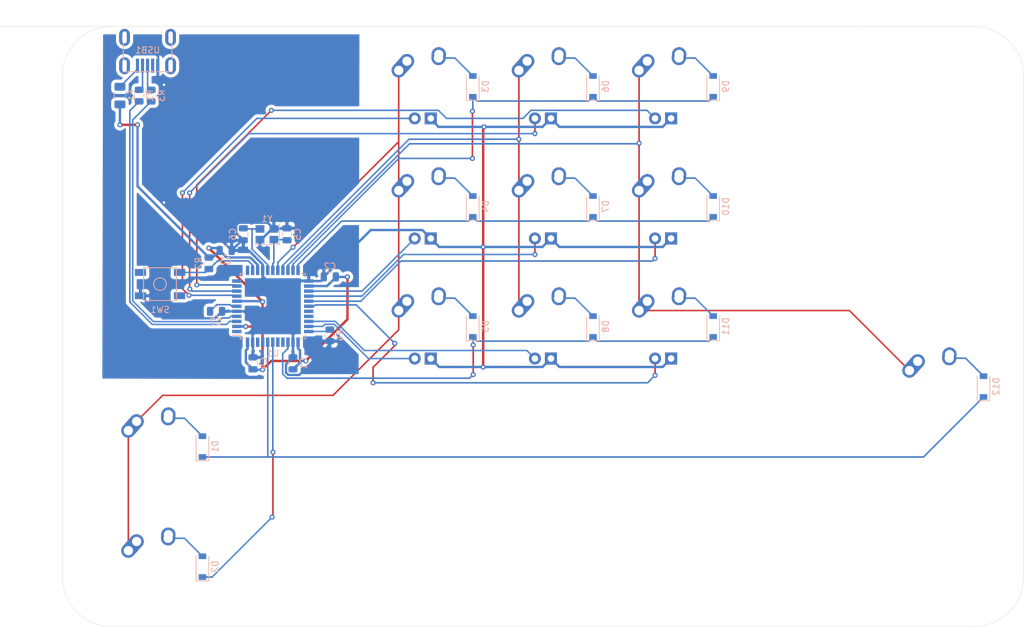
<source format=kicad_pcb>
(kicad_pcb (version 20171130) (host pcbnew "(5.1.9-0-10_14)")

  (general
    (thickness 1.6)
    (drawings 9)
    (tracks 363)
    (zones 0)
    (modules 40)
    (nets 53)
  )

  (page A4)
  (layers
    (0 F.Cu signal)
    (31 B.Cu signal)
    (32 B.Adhes user)
    (33 F.Adhes user)
    (34 B.Paste user)
    (35 F.Paste user)
    (36 B.SilkS user)
    (37 F.SilkS user)
    (38 B.Mask user)
    (39 F.Mask user)
    (40 Dwgs.User user)
    (41 Cmts.User user)
    (42 Eco1.User user)
    (43 Eco2.User user)
    (44 Edge.Cuts user)
    (45 Margin user)
    (46 B.CrtYd user)
    (47 F.CrtYd user)
    (48 B.Fab user)
    (49 F.Fab user)
  )

  (setup
    (last_trace_width 0.25)
    (trace_clearance 0.2)
    (zone_clearance 0.508)
    (zone_45_only no)
    (trace_min 0.2)
    (via_size 0.8)
    (via_drill 0.4)
    (via_min_size 0.4)
    (via_min_drill 0.3)
    (uvia_size 0.3)
    (uvia_drill 0.1)
    (uvias_allowed no)
    (uvia_min_size 0.2)
    (uvia_min_drill 0.1)
    (edge_width 0.05)
    (segment_width 0.2)
    (pcb_text_width 0.3)
    (pcb_text_size 1.5 1.5)
    (mod_edge_width 0.12)
    (mod_text_size 1 1)
    (mod_text_width 0.15)
    (pad_size 1.524 1.524)
    (pad_drill 0.762)
    (pad_to_mask_clearance 0)
    (aux_axis_origin 0 0)
    (visible_elements FFFFFF7F)
    (pcbplotparams
      (layerselection 0x010fc_ffffffff)
      (usegerberextensions false)
      (usegerberattributes true)
      (usegerberadvancedattributes true)
      (creategerberjobfile true)
      (excludeedgelayer true)
      (linewidth 0.100000)
      (plotframeref false)
      (viasonmask false)
      (mode 1)
      (useauxorigin false)
      (hpglpennumber 1)
      (hpglpenspeed 20)
      (hpglpendiameter 15.000000)
      (psnegative false)
      (psa4output false)
      (plotreference true)
      (plotvalue true)
      (plotinvisibletext false)
      (padsonsilk false)
      (subtractmaskfromsilk false)
      (outputformat 1)
      (mirror false)
      (drillshape 1)
      (scaleselection 1)
      (outputdirectory ""))
  )

  (net 0 "")
  (net 1 GND)
  (net 2 +5V)
  (net 3 "Net-(C5-Pad1)")
  (net 4 "Net-(C6-Pad1)")
  (net 5 "Net-(C7-Pad1)")
  (net 6 "Net-(D1-Pad2)")
  (net 7 row3)
  (net 8 "Net-(D2-Pad2)")
  (net 9 row4)
  (net 10 "Net-(D3-Pad2)")
  (net 11 row0)
  (net 12 "Net-(D4-Pad2)")
  (net 13 row1)
  (net 14 "Net-(D5-Pad2)")
  (net 15 row2)
  (net 16 "Net-(D6-Pad2)")
  (net 17 "Net-(D7-Pad2)")
  (net 18 "Net-(D8-Pad2)")
  (net 19 "Net-(D9-Pad2)")
  (net 20 "Net-(D10-Pad2)")
  (net 21 "Net-(D11-Pad2)")
  (net 22 "Net-(D12-Pad2)")
  (net 23 VCC)
  (net 24 col0)
  (net 25 led0)
  (net 26 led3)
  (net 27 led6)
  (net 28 led1)
  (net 29 col1)
  (net 30 led4)
  (net 31 led7)
  (net 32 led2)
  (net 33 col2)
  (net 34 led5)
  (net 35 led8)
  (net 36 D-)
  (net 37 "Net-(R1-Pad1)")
  (net 38 "Net-(R2-Pad2)")
  (net 39 D+)
  (net 40 "Net-(R3-Pad1)")
  (net 41 "Net-(R4-Pad2)")
  (net 42 "Net-(U1-Pad42)")
  (net 43 "Net-(U1-Pad41)")
  (net 44 "Net-(U1-Pad38)")
  (net 45 "Net-(U1-Pad37)")
  (net 46 "Net-(U1-Pad30)")
  (net 47 "Net-(U1-Pad29)")
  (net 48 "Net-(U1-Pad12)")
  (net 49 "Net-(U1-Pad11)")
  (net 50 "Net-(U1-Pad1)")
  (net 51 "Net-(USB1-Pad6)")
  (net 52 "Net-(USB1-Pad2)")

  (net_class Default "This is the default net class."
    (clearance 0.2)
    (trace_width 0.25)
    (via_dia 0.8)
    (via_drill 0.4)
    (uvia_dia 0.3)
    (uvia_drill 0.1)
    (add_net D+)
    (add_net D-)
    (add_net "Net-(C5-Pad1)")
    (add_net "Net-(C6-Pad1)")
    (add_net "Net-(C7-Pad1)")
    (add_net "Net-(D1-Pad2)")
    (add_net "Net-(D10-Pad2)")
    (add_net "Net-(D11-Pad2)")
    (add_net "Net-(D12-Pad2)")
    (add_net "Net-(D2-Pad2)")
    (add_net "Net-(D3-Pad2)")
    (add_net "Net-(D4-Pad2)")
    (add_net "Net-(D5-Pad2)")
    (add_net "Net-(D6-Pad2)")
    (add_net "Net-(D7-Pad2)")
    (add_net "Net-(D8-Pad2)")
    (add_net "Net-(D9-Pad2)")
    (add_net "Net-(R1-Pad1)")
    (add_net "Net-(R2-Pad2)")
    (add_net "Net-(R3-Pad1)")
    (add_net "Net-(R4-Pad2)")
    (add_net "Net-(U1-Pad1)")
    (add_net "Net-(U1-Pad11)")
    (add_net "Net-(U1-Pad12)")
    (add_net "Net-(U1-Pad29)")
    (add_net "Net-(U1-Pad30)")
    (add_net "Net-(U1-Pad37)")
    (add_net "Net-(U1-Pad38)")
    (add_net "Net-(U1-Pad41)")
    (add_net "Net-(U1-Pad42)")
    (add_net "Net-(USB1-Pad2)")
    (add_net "Net-(USB1-Pad6)")
    (add_net VCC)
    (add_net col0)
    (add_net col1)
    (add_net col2)
    (add_net led0)
    (add_net led1)
    (add_net led2)
    (add_net led3)
    (add_net led4)
    (add_net led5)
    (add_net led6)
    (add_net led7)
    (add_net led8)
    (add_net row0)
    (add_net row1)
    (add_net row2)
    (add_net row3)
    (add_net row4)
  )

  (net_class power ""
    (clearance 0.2)
    (trace_width 0.381)
    (via_dia 0.8)
    (via_drill 0.4)
    (uvia_dia 0.3)
    (uvia_drill 0.1)
    (add_net +5V)
    (add_net GND)
  )

  (module random-keyboard-parts:Molex-0548190589 (layer B.Cu) (tedit 5C494815) (tstamp 60786DED)
    (at 45.27825 65.24875 270)
    (path /6079F11B)
    (attr smd)
    (fp_text reference USB1 (at 2.032 0) (layer B.SilkS)
      (effects (font (size 1 1) (thickness 0.15)) (justify mirror))
    )
    (fp_text value Molex-0548190589 (at -5.08 0) (layer Dwgs.User)
      (effects (font (size 1 1) (thickness 0.15)))
    )
    (fp_line (start 3.25 1.25) (end 5.5 1.25) (layer B.CrtYd) (width 0.15))
    (fp_line (start 5.5 0.5) (end 3.25 0.5) (layer B.CrtYd) (width 0.15))
    (fp_line (start 3.25 -0.5) (end 5.5 -0.5) (layer B.CrtYd) (width 0.15))
    (fp_line (start 5.5 -1.25) (end 3.25 -1.25) (layer B.CrtYd) (width 0.15))
    (fp_line (start 3.25 -2) (end 5.5 -2) (layer B.CrtYd) (width 0.15))
    (fp_line (start 3.25 2) (end 3.25 -2) (layer B.CrtYd) (width 0.15))
    (fp_line (start 5.5 2) (end 3.25 2) (layer B.CrtYd) (width 0.15))
    (fp_line (start -3.75 -3.75) (end -3.75 3.75) (layer B.CrtYd) (width 0.15))
    (fp_line (start 5.5 -3.75) (end -3.75 -3.75) (layer B.CrtYd) (width 0.15))
    (fp_line (start 5.5 3.75) (end 5.5 -3.75) (layer B.CrtYd) (width 0.15))
    (fp_line (start -3.75 3.75) (end 5.5 3.75) (layer B.CrtYd) (width 0.15))
    (fp_line (start 0 3.85) (end 5.45 3.85) (layer B.SilkS) (width 0.15))
    (fp_line (start 0 -3.85) (end 5.45 -3.85) (layer B.SilkS) (width 0.15))
    (fp_line (start 5.45 3.85) (end 5.45 -3.85) (layer B.SilkS) (width 0.15))
    (fp_line (start -3.75 3.85) (end 0 3.85) (layer Dwgs.User) (width 0.15))
    (fp_line (start -3.75 -3.85) (end 0 -3.85) (layer Dwgs.User) (width 0.15))
    (fp_line (start -1.75 4.572) (end -1.75 -4.572) (layer Dwgs.User) (width 0.15))
    (fp_line (start -3.75 3.85) (end -3.75 -3.85) (layer Dwgs.User) (width 0.15))
    (fp_text user %R (at 2 0) (layer B.CrtYd)
      (effects (font (size 1 1) (thickness 0.15)) (justify mirror))
    )
    (pad 6 thru_hole oval (at 0 3.65 270) (size 2.7 1.7) (drill oval 1.9 0.7) (layers *.Cu *.Mask)
      (net 51 "Net-(USB1-Pad6)"))
    (pad 6 thru_hole oval (at 0 -3.65 270) (size 2.7 1.7) (drill oval 1.9 0.7) (layers *.Cu *.Mask)
      (net 51 "Net-(USB1-Pad6)"))
    (pad 6 thru_hole oval (at 4.5 -3.65 270) (size 2.7 1.7) (drill oval 1.9 0.7) (layers *.Cu *.Mask)
      (net 51 "Net-(USB1-Pad6)"))
    (pad 6 thru_hole oval (at 4.5 3.65 270) (size 2.7 1.7) (drill oval 1.9 0.7) (layers *.Cu *.Mask)
      (net 51 "Net-(USB1-Pad6)"))
    (pad 5 smd rect (at 4.5 1.6 270) (size 2.25 0.5) (layers B.Cu B.Paste B.Mask)
      (net 23 VCC))
    (pad 4 smd rect (at 4.5 0.8 270) (size 2.25 0.5) (layers B.Cu B.Paste B.Mask)
      (net 36 D-))
    (pad 3 smd rect (at 4.5 0 270) (size 2.25 0.5) (layers B.Cu B.Paste B.Mask)
      (net 39 D+))
    (pad 2 smd rect (at 4.5 -0.8 270) (size 2.25 0.5) (layers B.Cu B.Paste B.Mask)
      (net 52 "Net-(USB1-Pad2)"))
    (pad 1 smd rect (at 4.5 -1.6 270) (size 2.25 0.5) (layers B.Cu B.Paste B.Mask)
      (net 1 GND))
  )

  (module Resistor_SMD:R_0805_2012Metric (layer B.Cu) (tedit 5F68FEEE) (tstamp 60786D0F)
    (at 74.168 112.522 90)
    (descr "Resistor SMD 0805 (2012 Metric), square (rectangular) end terminal, IPC_7351 nominal, (Body size source: IPC-SM-782 page 72, https://www.pcb-3d.com/wordpress/wp-content/uploads/ipc-sm-782a_amendment_1_and_2.pdf), generated with kicad-footprint-generator")
    (tags resistor)
    (path /6077F04B)
    (attr smd)
    (fp_text reference R4 (at 0 1.65 270) (layer B.SilkS)
      (effects (font (size 1 1) (thickness 0.15)) (justify mirror))
    )
    (fp_text value 10k (at 0 -1.65 270) (layer B.Fab)
      (effects (font (size 1 1) (thickness 0.15)) (justify mirror))
    )
    (fp_line (start 1.68 -0.95) (end -1.68 -0.95) (layer B.CrtYd) (width 0.05))
    (fp_line (start 1.68 0.95) (end 1.68 -0.95) (layer B.CrtYd) (width 0.05))
    (fp_line (start -1.68 0.95) (end 1.68 0.95) (layer B.CrtYd) (width 0.05))
    (fp_line (start -1.68 -0.95) (end -1.68 0.95) (layer B.CrtYd) (width 0.05))
    (fp_line (start -0.227064 -0.735) (end 0.227064 -0.735) (layer B.SilkS) (width 0.12))
    (fp_line (start -0.227064 0.735) (end 0.227064 0.735) (layer B.SilkS) (width 0.12))
    (fp_line (start 1 -0.625) (end -1 -0.625) (layer B.Fab) (width 0.1))
    (fp_line (start 1 0.625) (end 1 -0.625) (layer B.Fab) (width 0.1))
    (fp_line (start -1 0.625) (end 1 0.625) (layer B.Fab) (width 0.1))
    (fp_line (start -1 -0.625) (end -1 0.625) (layer B.Fab) (width 0.1))
    (fp_text user %R (at 0 0 270) (layer B.Fab)
      (effects (font (size 0.5 0.5) (thickness 0.08)) (justify mirror))
    )
    (pad 2 smd roundrect (at 0.9125 0 90) (size 1.025 1.4) (layers B.Cu B.Paste B.Mask) (roundrect_rratio 0.243902)
      (net 41 "Net-(R4-Pad2)"))
    (pad 1 smd roundrect (at -0.9125 0 90) (size 1.025 1.4) (layers B.Cu B.Paste B.Mask) (roundrect_rratio 0.243902)
      (net 1 GND))
    (model ${KISYS3DMOD}/Resistor_SMD.3dshapes/R_0805_2012Metric.wrl
      (at (xyz 0 0 0))
      (scale (xyz 1 1 1))
      (rotate (xyz 0 0 0))
    )
  )

  (module Resistor_SMD:R_0805_2012Metric (layer B.Cu) (tedit 5F68FEEE) (tstamp 60786CFE)
    (at 45.847 74.49375 90)
    (descr "Resistor SMD 0805 (2012 Metric), square (rectangular) end terminal, IPC_7351 nominal, (Body size source: IPC-SM-782 page 72, https://www.pcb-3d.com/wordpress/wp-content/uploads/ipc-sm-782a_amendment_1_and_2.pdf), generated with kicad-footprint-generator")
    (tags resistor)
    (path /6077FB3D)
    (attr smd)
    (fp_text reference R3 (at 0 1.65 270) (layer B.SilkS)
      (effects (font (size 1 1) (thickness 0.15)) (justify mirror))
    )
    (fp_text value 22 (at 0 -1.65 270) (layer B.Fab)
      (effects (font (size 1 1) (thickness 0.15)) (justify mirror))
    )
    (fp_line (start 1.68 -0.95) (end -1.68 -0.95) (layer B.CrtYd) (width 0.05))
    (fp_line (start 1.68 0.95) (end 1.68 -0.95) (layer B.CrtYd) (width 0.05))
    (fp_line (start -1.68 0.95) (end 1.68 0.95) (layer B.CrtYd) (width 0.05))
    (fp_line (start -1.68 -0.95) (end -1.68 0.95) (layer B.CrtYd) (width 0.05))
    (fp_line (start -0.227064 -0.735) (end 0.227064 -0.735) (layer B.SilkS) (width 0.12))
    (fp_line (start -0.227064 0.735) (end 0.227064 0.735) (layer B.SilkS) (width 0.12))
    (fp_line (start 1 -0.625) (end -1 -0.625) (layer B.Fab) (width 0.1))
    (fp_line (start 1 0.625) (end 1 -0.625) (layer B.Fab) (width 0.1))
    (fp_line (start -1 0.625) (end 1 0.625) (layer B.Fab) (width 0.1))
    (fp_line (start -1 -0.625) (end -1 0.625) (layer B.Fab) (width 0.1))
    (fp_text user %R (at 0 0 270) (layer B.Fab)
      (effects (font (size 0.5 0.5) (thickness 0.08)) (justify mirror))
    )
    (pad 2 smd roundrect (at 0.9125 0 90) (size 1.025 1.4) (layers B.Cu B.Paste B.Mask) (roundrect_rratio 0.243902)
      (net 39 D+))
    (pad 1 smd roundrect (at -0.9125 0 90) (size 1.025 1.4) (layers B.Cu B.Paste B.Mask) (roundrect_rratio 0.243902)
      (net 40 "Net-(R3-Pad1)"))
    (model ${KISYS3DMOD}/Resistor_SMD.3dshapes/R_0805_2012Metric.wrl
      (at (xyz 0 0 0))
      (scale (xyz 1 1 1))
      (rotate (xyz 0 0 0))
    )
  )

  (module Resistor_SMD:R_0805_2012Metric (layer B.Cu) (tedit 5F68FEEE) (tstamp 6078D27A)
    (at 43.942 74.4855 90)
    (descr "Resistor SMD 0805 (2012 Metric), square (rectangular) end terminal, IPC_7351 nominal, (Body size source: IPC-SM-782 page 72, https://www.pcb-3d.com/wordpress/wp-content/uploads/ipc-sm-782a_amendment_1_and_2.pdf), generated with kicad-footprint-generator")
    (tags resistor)
    (path /60780A1A)
    (attr smd)
    (fp_text reference R1 (at 0 1.65 270) (layer B.SilkS)
      (effects (font (size 1 1) (thickness 0.15)) (justify mirror))
    )
    (fp_text value 22 (at 0 -1.65 270) (layer B.Fab)
      (effects (font (size 1 1) (thickness 0.15)) (justify mirror))
    )
    (fp_line (start 1.68 -0.95) (end -1.68 -0.95) (layer B.CrtYd) (width 0.05))
    (fp_line (start 1.68 0.95) (end 1.68 -0.95) (layer B.CrtYd) (width 0.05))
    (fp_line (start -1.68 0.95) (end 1.68 0.95) (layer B.CrtYd) (width 0.05))
    (fp_line (start -1.68 -0.95) (end -1.68 0.95) (layer B.CrtYd) (width 0.05))
    (fp_line (start -0.227064 -0.735) (end 0.227064 -0.735) (layer B.SilkS) (width 0.12))
    (fp_line (start -0.227064 0.735) (end 0.227064 0.735) (layer B.SilkS) (width 0.12))
    (fp_line (start 1 -0.625) (end -1 -0.625) (layer B.Fab) (width 0.1))
    (fp_line (start 1 0.625) (end 1 -0.625) (layer B.Fab) (width 0.1))
    (fp_line (start -1 0.625) (end 1 0.625) (layer B.Fab) (width 0.1))
    (fp_line (start -1 -0.625) (end -1 0.625) (layer B.Fab) (width 0.1))
    (fp_text user %R (at 0 0 270) (layer B.Fab)
      (effects (font (size 0.5 0.5) (thickness 0.08)) (justify mirror))
    )
    (pad 2 smd roundrect (at 0.9125 0 90) (size 1.025 1.4) (layers B.Cu B.Paste B.Mask) (roundrect_rratio 0.243902)
      (net 36 D-))
    (pad 1 smd roundrect (at -0.9125 0 90) (size 1.025 1.4) (layers B.Cu B.Paste B.Mask) (roundrect_rratio 0.243902)
      (net 37 "Net-(R1-Pad1)"))
    (model ${KISYS3DMOD}/Resistor_SMD.3dshapes/R_0805_2012Metric.wrl
      (at (xyz 0 0 0))
      (scale (xyz 1 1 1))
      (rotate (xyz 0 0 0))
    )
  )

  (module Fuse:Fuse_1206_3216Metric (layer B.Cu) (tedit 5F68FEF1) (tstamp 60786A88)
    (at 40.894 74.4855 90)
    (descr "Fuse SMD 1206 (3216 Metric), square (rectangular) end terminal, IPC_7351 nominal, (Body size source: http://www.tortai-tech.com/upload/download/2011102023233369053.pdf), generated with kicad-footprint-generator")
    (tags fuse)
    (path /607A5C52)
    (attr smd)
    (fp_text reference F1 (at 0 1.82 270) (layer B.SilkS)
      (effects (font (size 1 1) (thickness 0.15)) (justify mirror))
    )
    (fp_text value 500mA (at 0 -1.82 270) (layer B.Fab)
      (effects (font (size 1 1) (thickness 0.15)) (justify mirror))
    )
    (fp_line (start 2.28 -1.12) (end -2.28 -1.12) (layer B.CrtYd) (width 0.05))
    (fp_line (start 2.28 1.12) (end 2.28 -1.12) (layer B.CrtYd) (width 0.05))
    (fp_line (start -2.28 1.12) (end 2.28 1.12) (layer B.CrtYd) (width 0.05))
    (fp_line (start -2.28 -1.12) (end -2.28 1.12) (layer B.CrtYd) (width 0.05))
    (fp_line (start -0.602064 -0.91) (end 0.602064 -0.91) (layer B.SilkS) (width 0.12))
    (fp_line (start -0.602064 0.91) (end 0.602064 0.91) (layer B.SilkS) (width 0.12))
    (fp_line (start 1.6 -0.8) (end -1.6 -0.8) (layer B.Fab) (width 0.1))
    (fp_line (start 1.6 0.8) (end 1.6 -0.8) (layer B.Fab) (width 0.1))
    (fp_line (start -1.6 0.8) (end 1.6 0.8) (layer B.Fab) (width 0.1))
    (fp_line (start -1.6 -0.8) (end -1.6 0.8) (layer B.Fab) (width 0.1))
    (fp_text user %R (at 0 0 270) (layer B.Fab)
      (effects (font (size 0.8 0.8) (thickness 0.12)) (justify mirror))
    )
    (pad 2 smd roundrect (at 1.4 0 90) (size 1.25 1.75) (layers B.Cu B.Paste B.Mask) (roundrect_rratio 0.2)
      (net 23 VCC))
    (pad 1 smd roundrect (at -1.4 0 90) (size 1.25 1.75) (layers B.Cu B.Paste B.Mask) (roundrect_rratio 0.2)
      (net 2 +5V))
    (model ${KISYS3DMOD}/Fuse.3dshapes/Fuse_1206_3216Metric.wrl
      (at (xyz 0 0 0))
      (scale (xyz 1 1 1))
      (rotate (xyz 0 0 0))
    )
  )

  (module Capacitor_SMD:C_0805_2012Metric (layer B.Cu) (tedit 5F68FEEE) (tstamp 60786837)
    (at 56.134 108.712)
    (descr "Capacitor SMD 0805 (2012 Metric), square (rectangular) end terminal, IPC_7351 nominal, (Body size source: IPC-SM-782 page 76, https://www.pcb-3d.com/wordpress/wp-content/uploads/ipc-sm-782a_amendment_1_and_2.pdf, https://docs.google.com/spreadsheets/d/1BsfQQcO9C6DZCsRaXUlFlo91Tg2WpOkGARC1WS5S8t0/edit?usp=sharing), generated with kicad-footprint-generator")
    (tags capacitor)
    (path /60781717)
    (attr smd)
    (fp_text reference C7 (at 0 1.68 180) (layer B.SilkS)
      (effects (font (size 1 1) (thickness 0.15)) (justify mirror))
    )
    (fp_text value 1µF (at 0 -1.68 180) (layer B.Fab)
      (effects (font (size 1 1) (thickness 0.15)) (justify mirror))
    )
    (fp_line (start 1.7 -0.98) (end -1.7 -0.98) (layer B.CrtYd) (width 0.05))
    (fp_line (start 1.7 0.98) (end 1.7 -0.98) (layer B.CrtYd) (width 0.05))
    (fp_line (start -1.7 0.98) (end 1.7 0.98) (layer B.CrtYd) (width 0.05))
    (fp_line (start -1.7 -0.98) (end -1.7 0.98) (layer B.CrtYd) (width 0.05))
    (fp_line (start -0.261252 -0.735) (end 0.261252 -0.735) (layer B.SilkS) (width 0.12))
    (fp_line (start -0.261252 0.735) (end 0.261252 0.735) (layer B.SilkS) (width 0.12))
    (fp_line (start 1 -0.625) (end -1 -0.625) (layer B.Fab) (width 0.1))
    (fp_line (start 1 0.625) (end 1 -0.625) (layer B.Fab) (width 0.1))
    (fp_line (start -1 0.625) (end 1 0.625) (layer B.Fab) (width 0.1))
    (fp_line (start -1 -0.625) (end -1 0.625) (layer B.Fab) (width 0.1))
    (fp_text user %R (at 0 0 180) (layer B.Fab)
      (effects (font (size 0.5 0.5) (thickness 0.08)) (justify mirror))
    )
    (pad 2 smd roundrect (at 0.95 0) (size 1 1.45) (layers B.Cu B.Paste B.Mask) (roundrect_rratio 0.25)
      (net 1 GND))
    (pad 1 smd roundrect (at -0.95 0) (size 1 1.45) (layers B.Cu B.Paste B.Mask) (roundrect_rratio 0.25)
      (net 5 "Net-(C7-Pad1)"))
    (model ${KISYS3DMOD}/Capacitor_SMD.3dshapes/C_0805_2012Metric.wrl
      (at (xyz 0 0 0))
      (scale (xyz 1 1 1))
      (rotate (xyz 0 0 0))
    )
  )

  (module Crystal:Crystal_SMD_3225-4Pin_3.2x2.5mm (layer B.Cu) (tedit 5A0FD1B2) (tstamp 60782AAF)
    (at 64.1985 96.48825 180)
    (descr "SMD Crystal SERIES SMD3225/4 http://www.txccrystal.com/images/pdf/7m-accuracy.pdf, 3.2x2.5mm^2 package")
    (tags "SMD SMT crystal")
    (path /60784B8D)
    (attr smd)
    (fp_text reference Y1 (at 0 2.45) (layer B.SilkS)
      (effects (font (size 1 1) (thickness 0.15)) (justify mirror))
    )
    (fp_text value 16MHz (at 0 -2.45) (layer B.Fab)
      (effects (font (size 1 1) (thickness 0.15)) (justify mirror))
    )
    (fp_line (start 2.1 1.7) (end -2.1 1.7) (layer B.CrtYd) (width 0.05))
    (fp_line (start 2.1 -1.7) (end 2.1 1.7) (layer B.CrtYd) (width 0.05))
    (fp_line (start -2.1 -1.7) (end 2.1 -1.7) (layer B.CrtYd) (width 0.05))
    (fp_line (start -2.1 1.7) (end -2.1 -1.7) (layer B.CrtYd) (width 0.05))
    (fp_line (start -2 -1.65) (end 2 -1.65) (layer B.SilkS) (width 0.12))
    (fp_line (start -2 1.65) (end -2 -1.65) (layer B.SilkS) (width 0.12))
    (fp_line (start -1.6 -0.25) (end -0.6 -1.25) (layer B.Fab) (width 0.1))
    (fp_line (start 1.6 1.25) (end -1.6 1.25) (layer B.Fab) (width 0.1))
    (fp_line (start 1.6 -1.25) (end 1.6 1.25) (layer B.Fab) (width 0.1))
    (fp_line (start -1.6 -1.25) (end 1.6 -1.25) (layer B.Fab) (width 0.1))
    (fp_line (start -1.6 1.25) (end -1.6 -1.25) (layer B.Fab) (width 0.1))
    (fp_text user %R (at 0 0) (layer B.Fab)
      (effects (font (size 0.7 0.7) (thickness 0.105)) (justify mirror))
    )
    (pad 4 smd rect (at -1.1 0.85 180) (size 1.4 1.2) (layers B.Cu B.Paste B.Mask)
      (net 1 GND))
    (pad 3 smd rect (at 1.1 0.85 180) (size 1.4 1.2) (layers B.Cu B.Paste B.Mask)
      (net 4 "Net-(C6-Pad1)"))
    (pad 2 smd rect (at 1.1 -0.85 180) (size 1.4 1.2) (layers B.Cu B.Paste B.Mask)
      (net 1 GND))
    (pad 1 smd rect (at -1.1 -0.85 180) (size 1.4 1.2) (layers B.Cu B.Paste B.Mask)
      (net 3 "Net-(C5-Pad1)"))
    (model ${KISYS3DMOD}/Crystal.3dshapes/Crystal_SMD_3225-4Pin_3.2x2.5mm.wrl
      (at (xyz 0 0 0))
      (scale (xyz 1 1 1))
      (rotate (xyz 0 0 0))
    )
  )

  (module Package_QFP:TQFP-44_10x10mm_P0.8mm (layer B.Cu) (tedit 5A02F146) (tstamp 60782A62)
    (at 65.1295 107.90775)
    (descr "44-Lead Plastic Thin Quad Flatpack (PT) - 10x10x1.0 mm Body [TQFP] (see Microchip Packaging Specification 00000049BS.pdf)")
    (tags "QFP 0.8")
    (path /607794AF)
    (attr smd)
    (fp_text reference U1 (at 0 7.45) (layer B.SilkS)
      (effects (font (size 1 1) (thickness 0.15)) (justify mirror))
    )
    (fp_text value ATmega32U4-AU (at 0 -7.45) (layer B.Fab)
      (effects (font (size 1 1) (thickness 0.15)) (justify mirror))
    )
    (fp_line (start -5.175 4.6) (end -6.45 4.6) (layer B.SilkS) (width 0.15))
    (fp_line (start 5.175 5.175) (end 4.5 5.175) (layer B.SilkS) (width 0.15))
    (fp_line (start 5.175 -5.175) (end 4.5 -5.175) (layer B.SilkS) (width 0.15))
    (fp_line (start -5.175 -5.175) (end -4.5 -5.175) (layer B.SilkS) (width 0.15))
    (fp_line (start -5.175 5.175) (end -4.5 5.175) (layer B.SilkS) (width 0.15))
    (fp_line (start -5.175 -5.175) (end -5.175 -4.5) (layer B.SilkS) (width 0.15))
    (fp_line (start 5.175 -5.175) (end 5.175 -4.5) (layer B.SilkS) (width 0.15))
    (fp_line (start 5.175 5.175) (end 5.175 4.5) (layer B.SilkS) (width 0.15))
    (fp_line (start -5.175 5.175) (end -5.175 4.6) (layer B.SilkS) (width 0.15))
    (fp_line (start -6.7 -6.7) (end 6.7 -6.7) (layer B.CrtYd) (width 0.05))
    (fp_line (start -6.7 6.7) (end 6.7 6.7) (layer B.CrtYd) (width 0.05))
    (fp_line (start 6.7 6.7) (end 6.7 -6.7) (layer B.CrtYd) (width 0.05))
    (fp_line (start -6.7 6.7) (end -6.7 -6.7) (layer B.CrtYd) (width 0.05))
    (fp_line (start -5 4) (end -4 5) (layer B.Fab) (width 0.15))
    (fp_line (start -5 -5) (end -5 4) (layer B.Fab) (width 0.15))
    (fp_line (start 5 -5) (end -5 -5) (layer B.Fab) (width 0.15))
    (fp_line (start 5 5) (end 5 -5) (layer B.Fab) (width 0.15))
    (fp_line (start -4 5) (end 5 5) (layer B.Fab) (width 0.15))
    (fp_text user %R (at 0 0) (layer B.Fab)
      (effects (font (size 1 1) (thickness 0.15)) (justify mirror))
    )
    (pad 44 smd rect (at -4 5.7 270) (size 1.5 0.55) (layers B.Cu B.Paste B.Mask)
      (net 2 +5V))
    (pad 43 smd rect (at -3.2 5.7 270) (size 1.5 0.55) (layers B.Cu B.Paste B.Mask)
      (net 1 GND))
    (pad 42 smd rect (at -2.4 5.7 270) (size 1.5 0.55) (layers B.Cu B.Paste B.Mask)
      (net 42 "Net-(U1-Pad42)"))
    (pad 41 smd rect (at -1.6 5.7 270) (size 1.5 0.55) (layers B.Cu B.Paste B.Mask)
      (net 43 "Net-(U1-Pad41)"))
    (pad 40 smd rect (at -0.8 5.7 270) (size 1.5 0.55) (layers B.Cu B.Paste B.Mask)
      (net 7 row3))
    (pad 39 smd rect (at 0 5.7 270) (size 1.5 0.55) (layers B.Cu B.Paste B.Mask)
      (net 9 row4))
    (pad 38 smd rect (at 0.8 5.7 270) (size 1.5 0.55) (layers B.Cu B.Paste B.Mask)
      (net 44 "Net-(U1-Pad38)"))
    (pad 37 smd rect (at 1.6 5.7 270) (size 1.5 0.55) (layers B.Cu B.Paste B.Mask)
      (net 45 "Net-(U1-Pad37)"))
    (pad 36 smd rect (at 2.4 5.7 270) (size 1.5 0.55) (layers B.Cu B.Paste B.Mask)
      (net 15 row2))
    (pad 35 smd rect (at 3.2 5.7 270) (size 1.5 0.55) (layers B.Cu B.Paste B.Mask)
      (net 1 GND))
    (pad 34 smd rect (at 4 5.7 270) (size 1.5 0.55) (layers B.Cu B.Paste B.Mask)
      (net 2 +5V))
    (pad 33 smd rect (at 5.7 4) (size 1.5 0.55) (layers B.Cu B.Paste B.Mask)
      (net 41 "Net-(R4-Pad2)"))
    (pad 32 smd rect (at 5.7 3.2) (size 1.5 0.55) (layers B.Cu B.Paste B.Mask)
      (net 27 led6))
    (pad 31 smd rect (at 5.7 2.4) (size 1.5 0.55) (layers B.Cu B.Paste B.Mask)
      (net 31 led7))
    (pad 30 smd rect (at 5.7 1.6) (size 1.5 0.55) (layers B.Cu B.Paste B.Mask)
      (net 46 "Net-(U1-Pad30)"))
    (pad 29 smd rect (at 5.7 0.8) (size 1.5 0.55) (layers B.Cu B.Paste B.Mask)
      (net 47 "Net-(U1-Pad29)"))
    (pad 28 smd rect (at 5.7 0) (size 1.5 0.55) (layers B.Cu B.Paste B.Mask)
      (net 35 led8))
    (pad 27 smd rect (at 5.7 -0.8) (size 1.5 0.55) (layers B.Cu B.Paste B.Mask)
      (net 34 led5))
    (pad 26 smd rect (at 5.7 -1.6) (size 1.5 0.55) (layers B.Cu B.Paste B.Mask)
      (net 30 led4))
    (pad 25 smd rect (at 5.7 -2.4) (size 1.5 0.55) (layers B.Cu B.Paste B.Mask)
      (net 26 led3))
    (pad 24 smd rect (at 5.7 -3.2) (size 1.5 0.55) (layers B.Cu B.Paste B.Mask)
      (net 2 +5V))
    (pad 23 smd rect (at 5.7 -4) (size 1.5 0.55) (layers B.Cu B.Paste B.Mask)
      (net 1 GND))
    (pad 22 smd rect (at 4 -5.7 270) (size 1.5 0.55) (layers B.Cu B.Paste B.Mask)
      (net 13 row1))
    (pad 21 smd rect (at 3.2 -5.7 270) (size 1.5 0.55) (layers B.Cu B.Paste B.Mask)
      (net 11 row0))
    (pad 20 smd rect (at 2.4 -5.7 270) (size 1.5 0.55) (layers B.Cu B.Paste B.Mask)
      (net 33 col2))
    (pad 19 smd rect (at 1.6 -5.7 270) (size 1.5 0.55) (layers B.Cu B.Paste B.Mask)
      (net 29 col1))
    (pad 18 smd rect (at 0.8 -5.7 270) (size 1.5 0.55) (layers B.Cu B.Paste B.Mask)
      (net 24 col0))
    (pad 17 smd rect (at 0 -5.7 270) (size 1.5 0.55) (layers B.Cu B.Paste B.Mask)
      (net 3 "Net-(C5-Pad1)"))
    (pad 16 smd rect (at -0.8 -5.7 270) (size 1.5 0.55) (layers B.Cu B.Paste B.Mask)
      (net 4 "Net-(C6-Pad1)"))
    (pad 15 smd rect (at -1.6 -5.7 270) (size 1.5 0.55) (layers B.Cu B.Paste B.Mask)
      (net 1 GND))
    (pad 14 smd rect (at -2.4 -5.7 270) (size 1.5 0.55) (layers B.Cu B.Paste B.Mask)
      (net 2 +5V))
    (pad 13 smd rect (at -3.2 -5.7 270) (size 1.5 0.55) (layers B.Cu B.Paste B.Mask)
      (net 38 "Net-(R2-Pad2)"))
    (pad 12 smd rect (at -4 -5.7 270) (size 1.5 0.55) (layers B.Cu B.Paste B.Mask)
      (net 48 "Net-(U1-Pad12)"))
    (pad 11 smd rect (at -5.7 -4) (size 1.5 0.55) (layers B.Cu B.Paste B.Mask)
      (net 49 "Net-(U1-Pad11)"))
    (pad 10 smd rect (at -5.7 -3.2) (size 1.5 0.55) (layers B.Cu B.Paste B.Mask)
      (net 32 led2))
    (pad 9 smd rect (at -5.7 -2.4) (size 1.5 0.55) (layers B.Cu B.Paste B.Mask)
      (net 28 led1))
    (pad 8 smd rect (at -5.7 -1.6) (size 1.5 0.55) (layers B.Cu B.Paste B.Mask)
      (net 25 led0))
    (pad 7 smd rect (at -5.7 -0.8) (size 1.5 0.55) (layers B.Cu B.Paste B.Mask)
      (net 2 +5V))
    (pad 6 smd rect (at -5.7 0) (size 1.5 0.55) (layers B.Cu B.Paste B.Mask)
      (net 5 "Net-(C7-Pad1)"))
    (pad 5 smd rect (at -5.7 0.8) (size 1.5 0.55) (layers B.Cu B.Paste B.Mask)
      (net 1 GND))
    (pad 4 smd rect (at -5.7 1.6) (size 1.5 0.55) (layers B.Cu B.Paste B.Mask)
      (net 40 "Net-(R3-Pad1)"))
    (pad 3 smd rect (at -5.7 2.4) (size 1.5 0.55) (layers B.Cu B.Paste B.Mask)
      (net 37 "Net-(R1-Pad1)"))
    (pad 2 smd rect (at -5.7 3.2) (size 1.5 0.55) (layers B.Cu B.Paste B.Mask)
      (net 2 +5V))
    (pad 1 smd rect (at -5.7 4) (size 1.5 0.55) (layers B.Cu B.Paste B.Mask)
      (net 50 "Net-(U1-Pad1)"))
    (model ${KISYS3DMOD}/Package_QFP.3dshapes/TQFP-44_10x10mm_P0.8mm.wrl
      (at (xyz 0 0 0))
      (scale (xyz 1 1 1))
      (rotate (xyz 0 0 0))
    )
  )

  (module random-keyboard-parts:SKQG-1155865 (layer B.Cu) (tedit 5E62B398) (tstamp 60782A1F)
    (at 47.244 104.394 180)
    (path /6078A765)
    (attr smd)
    (fp_text reference SW1 (at 0 -4.064) (layer B.SilkS)
      (effects (font (size 1 1) (thickness 0.15)) (justify mirror))
    )
    (fp_text value SW_Push (at 0 4.064) (layer B.Fab)
      (effects (font (size 1 1) (thickness 0.15)) (justify mirror))
    )
    (fp_line (start -2.6 -1.1) (end -1.1 -2.6) (layer B.Fab) (width 0.15))
    (fp_line (start 2.6 -1.1) (end 1.1 -2.6) (layer B.Fab) (width 0.15))
    (fp_line (start 2.6 1.1) (end 1.1 2.6) (layer B.Fab) (width 0.15))
    (fp_line (start -2.6 1.1) (end -1.1 2.6) (layer B.Fab) (width 0.15))
    (fp_circle (center 0 0) (end 1 0) (layer B.Fab) (width 0.15))
    (fp_line (start -4.2 1.1) (end -4.2 2.6) (layer B.Fab) (width 0.15))
    (fp_line (start -2.6 1.1) (end -4.2 1.1) (layer B.Fab) (width 0.15))
    (fp_line (start -2.6 -1.1) (end -2.6 1.1) (layer B.Fab) (width 0.15))
    (fp_line (start -4.2 -1.1) (end -2.6 -1.1) (layer B.Fab) (width 0.15))
    (fp_line (start -4.2 -2.6) (end -4.2 -1.1) (layer B.Fab) (width 0.15))
    (fp_line (start 4.2 -2.6) (end -4.2 -2.6) (layer B.Fab) (width 0.15))
    (fp_line (start 4.2 -1.1) (end 4.2 -2.6) (layer B.Fab) (width 0.15))
    (fp_line (start 2.6 -1.1) (end 4.2 -1.1) (layer B.Fab) (width 0.15))
    (fp_line (start 2.6 1.1) (end 2.6 -1.1) (layer B.Fab) (width 0.15))
    (fp_line (start 4.2 1.1) (end 2.6 1.1) (layer B.Fab) (width 0.15))
    (fp_line (start 4.2 2.6) (end 4.2 1.2) (layer B.Fab) (width 0.15))
    (fp_line (start -4.2 2.6) (end 4.2 2.6) (layer B.Fab) (width 0.15))
    (fp_circle (center 0 0) (end 1 0) (layer B.SilkS) (width 0.15))
    (fp_line (start -2.6 -2.6) (end -2.6 2.6) (layer B.SilkS) (width 0.15))
    (fp_line (start 2.6 -2.6) (end -2.6 -2.6) (layer B.SilkS) (width 0.15))
    (fp_line (start 2.6 2.6) (end 2.6 -2.6) (layer B.SilkS) (width 0.15))
    (fp_line (start -2.6 2.6) (end 2.6 2.6) (layer B.SilkS) (width 0.15))
    (pad 1 smd rect (at 3.1 -1.85 180) (size 1.8 1.1) (layers B.Cu B.Paste B.Mask)
      (net 1 GND))
    (pad 2 smd rect (at -3.1 1.85 180) (size 1.8 1.1) (layers B.Cu B.Paste B.Mask)
      (net 38 "Net-(R2-Pad2)"))
    (pad 3 smd rect (at 3.1 1.85 180) (size 1.8 1.1) (layers B.Cu B.Paste B.Mask))
    (pad 4 smd rect (at -3.1 -1.85 180) (size 1.8 1.1) (layers B.Cu B.Paste B.Mask))
    (model ${KISYS3DMOD}/Button_Switch_SMD.3dshapes/SW_SPST_TL3342.step
      (at (xyz 0 0 0))
      (scale (xyz 1 1 1))
      (rotate (xyz 0 0 0))
    )
  )

  (module Resistor_SMD:R_0805_2012Metric (layer B.Cu) (tedit 5F68FEEE) (tstamp 6078299B)
    (at 54.991 101.092 270)
    (descr "Resistor SMD 0805 (2012 Metric), square (rectangular) end terminal, IPC_7351 nominal, (Body size source: IPC-SM-782 page 72, https://www.pcb-3d.com/wordpress/wp-content/uploads/ipc-sm-782a_amendment_1_and_2.pdf), generated with kicad-footprint-generator")
    (tags resistor)
    (path /6078CF5C)
    (attr smd)
    (fp_text reference R2 (at 0 1.65 90) (layer B.SilkS)
      (effects (font (size 1 1) (thickness 0.15)) (justify mirror))
    )
    (fp_text value 10k (at 0 -1.65 90) (layer B.Fab)
      (effects (font (size 1 1) (thickness 0.15)) (justify mirror))
    )
    (fp_line (start 1.68 -0.95) (end -1.68 -0.95) (layer B.CrtYd) (width 0.05))
    (fp_line (start 1.68 0.95) (end 1.68 -0.95) (layer B.CrtYd) (width 0.05))
    (fp_line (start -1.68 0.95) (end 1.68 0.95) (layer B.CrtYd) (width 0.05))
    (fp_line (start -1.68 -0.95) (end -1.68 0.95) (layer B.CrtYd) (width 0.05))
    (fp_line (start -0.227064 -0.735) (end 0.227064 -0.735) (layer B.SilkS) (width 0.12))
    (fp_line (start -0.227064 0.735) (end 0.227064 0.735) (layer B.SilkS) (width 0.12))
    (fp_line (start 1 -0.625) (end -1 -0.625) (layer B.Fab) (width 0.1))
    (fp_line (start 1 0.625) (end 1 -0.625) (layer B.Fab) (width 0.1))
    (fp_line (start -1 0.625) (end 1 0.625) (layer B.Fab) (width 0.1))
    (fp_line (start -1 -0.625) (end -1 0.625) (layer B.Fab) (width 0.1))
    (fp_text user %R (at 0 0 90) (layer B.Fab)
      (effects (font (size 0.5 0.5) (thickness 0.08)) (justify mirror))
    )
    (pad 2 smd roundrect (at 0.9125 0 270) (size 1.025 1.4) (layers B.Cu B.Paste B.Mask) (roundrect_rratio 0.243902)
      (net 38 "Net-(R2-Pad2)"))
    (pad 1 smd roundrect (at -0.9125 0 270) (size 1.025 1.4) (layers B.Cu B.Paste B.Mask) (roundrect_rratio 0.243902)
      (net 2 +5V))
    (model ${KISYS3DMOD}/Resistor_SMD.3dshapes/R_0805_2012Metric.wrl
      (at (xyz 0 0 0))
      (scale (xyz 1 1 1))
      (rotate (xyz 0 0 0))
    )
  )

  (module MX_Alps_Hybrid:MX-1.5U-NoLED (layer F.Cu) (tedit 5A9F5217) (tstamp 60782979)
    (at 169.8625 120.65)
    (path /607A497B)
    (fp_text reference MX12 (at 0 3.175) (layer Dwgs.User)
      (effects (font (size 1 1) (thickness 0.15)))
    )
    (fp_text value MX-NoLED (at 0 -7.9375) (layer Dwgs.User)
      (effects (font (size 1 1) (thickness 0.15)))
    )
    (fp_line (start 5 -7) (end 7 -7) (layer Dwgs.User) (width 0.15))
    (fp_line (start 7 -7) (end 7 -5) (layer Dwgs.User) (width 0.15))
    (fp_line (start 5 7) (end 7 7) (layer Dwgs.User) (width 0.15))
    (fp_line (start 7 7) (end 7 5) (layer Dwgs.User) (width 0.15))
    (fp_line (start -7 5) (end -7 7) (layer Dwgs.User) (width 0.15))
    (fp_line (start -7 7) (end -5 7) (layer Dwgs.User) (width 0.15))
    (fp_line (start -5 -7) (end -7 -7) (layer Dwgs.User) (width 0.15))
    (fp_line (start -7 -7) (end -7 -5) (layer Dwgs.User) (width 0.15))
    (fp_line (start -14.2875 -9.525) (end 14.2875 -9.525) (layer Dwgs.User) (width 0.15))
    (fp_line (start 14.2875 -9.525) (end 14.2875 9.525) (layer Dwgs.User) (width 0.15))
    (fp_line (start 14.2875 9.525) (end -14.2875 9.525) (layer Dwgs.User) (width 0.15))
    (fp_line (start -14.2875 9.525) (end -14.2875 -9.525) (layer Dwgs.User) (width 0.15))
    (pad 2 thru_hole oval (at 2.5 -4.5 86.0548) (size 2.831378 2.25) (drill 1.47 (offset 0.290689 0)) (layers *.Cu B.Mask)
      (net 22 "Net-(D12-Pad2)"))
    (pad 2 thru_hole circle (at 2.54 -5.08) (size 2.25 2.25) (drill 1.47) (layers *.Cu B.Mask)
      (net 22 "Net-(D12-Pad2)"))
    (pad 1 thru_hole oval (at -3.81 -2.54 48.0996) (size 4.211556 2.25) (drill 1.47 (offset 0.980778 0)) (layers *.Cu B.Mask)
      (net 33 col2))
    (pad "" np_thru_hole circle (at 0 0) (size 3.9878 3.9878) (drill 3.9878) (layers *.Cu *.Mask))
    (pad 1 thru_hole circle (at -2.5 -4) (size 2.25 2.25) (drill 1.47) (layers *.Cu B.Mask)
      (net 33 col2))
    (pad "" np_thru_hole circle (at -5.08 0 48.0996) (size 1.75 1.75) (drill 1.75) (layers *.Cu *.Mask))
    (pad "" np_thru_hole circle (at 5.08 0 48.0996) (size 1.75 1.75) (drill 1.75) (layers *.Cu *.Mask))
  )

  (module MX_Alps_Hybrid:MX-1U (layer F.Cu) (tedit 5A9F3A9A) (tstamp 60782962)
    (at 127 111.125)
    (path /607928CD)
    (fp_text reference MX11 (at 0 3.175) (layer Dwgs.User)
      (effects (font (size 1 1) (thickness 0.15)))
    )
    (fp_text value MX-LED (at 0 -7.9375) (layer Dwgs.User)
      (effects (font (size 1 1) (thickness 0.15)))
    )
    (fp_line (start 5 -7) (end 7 -7) (layer Dwgs.User) (width 0.15))
    (fp_line (start 7 -7) (end 7 -5) (layer Dwgs.User) (width 0.15))
    (fp_line (start 5 7) (end 7 7) (layer Dwgs.User) (width 0.15))
    (fp_line (start 7 7) (end 7 5) (layer Dwgs.User) (width 0.15))
    (fp_line (start -7 5) (end -7 7) (layer Dwgs.User) (width 0.15))
    (fp_line (start -7 7) (end -5 7) (layer Dwgs.User) (width 0.15))
    (fp_line (start -5 -7) (end -7 -7) (layer Dwgs.User) (width 0.15))
    (fp_line (start -7 -7) (end -7 -5) (layer Dwgs.User) (width 0.15))
    (fp_line (start -9.525 -9.525) (end 9.525 -9.525) (layer Dwgs.User) (width 0.15))
    (fp_line (start 9.525 -9.525) (end 9.525 9.525) (layer Dwgs.User) (width 0.15))
    (fp_line (start 9.525 9.525) (end -9.525 9.525) (layer Dwgs.User) (width 0.15))
    (fp_line (start -9.525 9.525) (end -9.525 -9.525) (layer Dwgs.User) (width 0.15))
    (pad 2 thru_hole oval (at 2.5 -4.5 86.0548) (size 2.831378 2.25) (drill 1.47 (offset 0.290689 0)) (layers *.Cu B.Mask)
      (net 21 "Net-(D11-Pad2)"))
    (pad 2 thru_hole circle (at 2.54 -5.08) (size 2.25 2.25) (drill 1.47) (layers *.Cu B.Mask)
      (net 21 "Net-(D11-Pad2)"))
    (pad 1 thru_hole oval (at -3.81 -2.54 48.0996) (size 4.211556 2.25) (drill 1.47 (offset 0.980778 0)) (layers *.Cu B.Mask)
      (net 33 col2))
    (pad "" np_thru_hole circle (at 0 0) (size 3.9878 3.9878) (drill 3.9878) (layers *.Cu *.Mask))
    (pad 1 thru_hole circle (at -2.5 -4) (size 2.25 2.25) (drill 1.47) (layers *.Cu B.Mask)
      (net 33 col2))
    (pad 3 thru_hole circle (at -1.27 5.08) (size 1.905 1.905) (drill 1.04) (layers *.Cu B.Mask)
      (net 35 led8))
    (pad 4 thru_hole rect (at 1.27 5.08) (size 1.905 1.905) (drill 1.04) (layers *.Cu B.Mask)
      (net 1 GND))
    (pad "" np_thru_hole circle (at -5.08 0 48.0996) (size 1.75 1.75) (drill 1.75) (layers *.Cu *.Mask))
    (pad "" np_thru_hole circle (at 5.08 0 48.0996) (size 1.75 1.75) (drill 1.75) (layers *.Cu *.Mask))
  )

  (module MX_Alps_Hybrid:MX-1U (layer F.Cu) (tedit 5A9F3A9A) (tstamp 60782949)
    (at 127 92.075)
    (path /6078DB04)
    (fp_text reference MX10 (at 0 3.175) (layer Dwgs.User)
      (effects (font (size 1 1) (thickness 0.15)))
    )
    (fp_text value MX-LED (at 0 -7.9375) (layer Dwgs.User)
      (effects (font (size 1 1) (thickness 0.15)))
    )
    (fp_line (start 5 -7) (end 7 -7) (layer Dwgs.User) (width 0.15))
    (fp_line (start 7 -7) (end 7 -5) (layer Dwgs.User) (width 0.15))
    (fp_line (start 5 7) (end 7 7) (layer Dwgs.User) (width 0.15))
    (fp_line (start 7 7) (end 7 5) (layer Dwgs.User) (width 0.15))
    (fp_line (start -7 5) (end -7 7) (layer Dwgs.User) (width 0.15))
    (fp_line (start -7 7) (end -5 7) (layer Dwgs.User) (width 0.15))
    (fp_line (start -5 -7) (end -7 -7) (layer Dwgs.User) (width 0.15))
    (fp_line (start -7 -7) (end -7 -5) (layer Dwgs.User) (width 0.15))
    (fp_line (start -9.525 -9.525) (end 9.525 -9.525) (layer Dwgs.User) (width 0.15))
    (fp_line (start 9.525 -9.525) (end 9.525 9.525) (layer Dwgs.User) (width 0.15))
    (fp_line (start 9.525 9.525) (end -9.525 9.525) (layer Dwgs.User) (width 0.15))
    (fp_line (start -9.525 9.525) (end -9.525 -9.525) (layer Dwgs.User) (width 0.15))
    (pad 2 thru_hole oval (at 2.5 -4.5 86.0548) (size 2.831378 2.25) (drill 1.47 (offset 0.290689 0)) (layers *.Cu B.Mask)
      (net 20 "Net-(D10-Pad2)"))
    (pad 2 thru_hole circle (at 2.54 -5.08) (size 2.25 2.25) (drill 1.47) (layers *.Cu B.Mask)
      (net 20 "Net-(D10-Pad2)"))
    (pad 1 thru_hole oval (at -3.81 -2.54 48.0996) (size 4.211556 2.25) (drill 1.47 (offset 0.980778 0)) (layers *.Cu B.Mask)
      (net 33 col2))
    (pad "" np_thru_hole circle (at 0 0) (size 3.9878 3.9878) (drill 3.9878) (layers *.Cu *.Mask))
    (pad 1 thru_hole circle (at -2.5 -4) (size 2.25 2.25) (drill 1.47) (layers *.Cu B.Mask)
      (net 33 col2))
    (pad 3 thru_hole circle (at -1.27 5.08) (size 1.905 1.905) (drill 1.04) (layers *.Cu B.Mask)
      (net 34 led5))
    (pad 4 thru_hole rect (at 1.27 5.08) (size 1.905 1.905) (drill 1.04) (layers *.Cu B.Mask)
      (net 1 GND))
    (pad "" np_thru_hole circle (at -5.08 0 48.0996) (size 1.75 1.75) (drill 1.75) (layers *.Cu *.Mask))
    (pad "" np_thru_hole circle (at 5.08 0 48.0996) (size 1.75 1.75) (drill 1.75) (layers *.Cu *.Mask))
  )

  (module MX_Alps_Hybrid:MX-1U (layer F.Cu) (tedit 5A9F3A9A) (tstamp 60782930)
    (at 127 73.025)
    (path /60786F2D)
    (fp_text reference MX9 (at 0 3.175) (layer Dwgs.User)
      (effects (font (size 1 1) (thickness 0.15)))
    )
    (fp_text value MX-LED (at 0 -7.9375) (layer Dwgs.User)
      (effects (font (size 1 1) (thickness 0.15)))
    )
    (fp_line (start 5 -7) (end 7 -7) (layer Dwgs.User) (width 0.15))
    (fp_line (start 7 -7) (end 7 -5) (layer Dwgs.User) (width 0.15))
    (fp_line (start 5 7) (end 7 7) (layer Dwgs.User) (width 0.15))
    (fp_line (start 7 7) (end 7 5) (layer Dwgs.User) (width 0.15))
    (fp_line (start -7 5) (end -7 7) (layer Dwgs.User) (width 0.15))
    (fp_line (start -7 7) (end -5 7) (layer Dwgs.User) (width 0.15))
    (fp_line (start -5 -7) (end -7 -7) (layer Dwgs.User) (width 0.15))
    (fp_line (start -7 -7) (end -7 -5) (layer Dwgs.User) (width 0.15))
    (fp_line (start -9.525 -9.525) (end 9.525 -9.525) (layer Dwgs.User) (width 0.15))
    (fp_line (start 9.525 -9.525) (end 9.525 9.525) (layer Dwgs.User) (width 0.15))
    (fp_line (start 9.525 9.525) (end -9.525 9.525) (layer Dwgs.User) (width 0.15))
    (fp_line (start -9.525 9.525) (end -9.525 -9.525) (layer Dwgs.User) (width 0.15))
    (pad 2 thru_hole oval (at 2.5 -4.5 86.0548) (size 2.831378 2.25) (drill 1.47 (offset 0.290689 0)) (layers *.Cu B.Mask)
      (net 19 "Net-(D9-Pad2)"))
    (pad 2 thru_hole circle (at 2.54 -5.08) (size 2.25 2.25) (drill 1.47) (layers *.Cu B.Mask)
      (net 19 "Net-(D9-Pad2)"))
    (pad 1 thru_hole oval (at -3.81 -2.54 48.0996) (size 4.211556 2.25) (drill 1.47 (offset 0.980778 0)) (layers *.Cu B.Mask)
      (net 33 col2))
    (pad "" np_thru_hole circle (at 0 0) (size 3.9878 3.9878) (drill 3.9878) (layers *.Cu *.Mask))
    (pad 1 thru_hole circle (at -2.5 -4) (size 2.25 2.25) (drill 1.47) (layers *.Cu B.Mask)
      (net 33 col2))
    (pad 3 thru_hole circle (at -1.27 5.08) (size 1.905 1.905) (drill 1.04) (layers *.Cu B.Mask)
      (net 32 led2))
    (pad 4 thru_hole rect (at 1.27 5.08) (size 1.905 1.905) (drill 1.04) (layers *.Cu B.Mask)
      (net 1 GND))
    (pad "" np_thru_hole circle (at -5.08 0 48.0996) (size 1.75 1.75) (drill 1.75) (layers *.Cu *.Mask))
    (pad "" np_thru_hole circle (at 5.08 0 48.0996) (size 1.75 1.75) (drill 1.75) (layers *.Cu *.Mask))
  )

  (module MX_Alps_Hybrid:MX-1U (layer F.Cu) (tedit 5A9F3A9A) (tstamp 60782917)
    (at 107.95 111.125)
    (path /607928BA)
    (fp_text reference MX8 (at 0 3.175) (layer Dwgs.User)
      (effects (font (size 1 1) (thickness 0.15)))
    )
    (fp_text value MX-LED (at 0 -7.9375) (layer Dwgs.User)
      (effects (font (size 1 1) (thickness 0.15)))
    )
    (fp_line (start 5 -7) (end 7 -7) (layer Dwgs.User) (width 0.15))
    (fp_line (start 7 -7) (end 7 -5) (layer Dwgs.User) (width 0.15))
    (fp_line (start 5 7) (end 7 7) (layer Dwgs.User) (width 0.15))
    (fp_line (start 7 7) (end 7 5) (layer Dwgs.User) (width 0.15))
    (fp_line (start -7 5) (end -7 7) (layer Dwgs.User) (width 0.15))
    (fp_line (start -7 7) (end -5 7) (layer Dwgs.User) (width 0.15))
    (fp_line (start -5 -7) (end -7 -7) (layer Dwgs.User) (width 0.15))
    (fp_line (start -7 -7) (end -7 -5) (layer Dwgs.User) (width 0.15))
    (fp_line (start -9.525 -9.525) (end 9.525 -9.525) (layer Dwgs.User) (width 0.15))
    (fp_line (start 9.525 -9.525) (end 9.525 9.525) (layer Dwgs.User) (width 0.15))
    (fp_line (start 9.525 9.525) (end -9.525 9.525) (layer Dwgs.User) (width 0.15))
    (fp_line (start -9.525 9.525) (end -9.525 -9.525) (layer Dwgs.User) (width 0.15))
    (pad 2 thru_hole oval (at 2.5 -4.5 86.0548) (size 2.831378 2.25) (drill 1.47 (offset 0.290689 0)) (layers *.Cu B.Mask)
      (net 18 "Net-(D8-Pad2)"))
    (pad 2 thru_hole circle (at 2.54 -5.08) (size 2.25 2.25) (drill 1.47) (layers *.Cu B.Mask)
      (net 18 "Net-(D8-Pad2)"))
    (pad 1 thru_hole oval (at -3.81 -2.54 48.0996) (size 4.211556 2.25) (drill 1.47 (offset 0.980778 0)) (layers *.Cu B.Mask)
      (net 29 col1))
    (pad "" np_thru_hole circle (at 0 0) (size 3.9878 3.9878) (drill 3.9878) (layers *.Cu *.Mask))
    (pad 1 thru_hole circle (at -2.5 -4) (size 2.25 2.25) (drill 1.47) (layers *.Cu B.Mask)
      (net 29 col1))
    (pad 3 thru_hole circle (at -1.27 5.08) (size 1.905 1.905) (drill 1.04) (layers *.Cu B.Mask)
      (net 31 led7))
    (pad 4 thru_hole rect (at 1.27 5.08) (size 1.905 1.905) (drill 1.04) (layers *.Cu B.Mask)
      (net 1 GND))
    (pad "" np_thru_hole circle (at -5.08 0 48.0996) (size 1.75 1.75) (drill 1.75) (layers *.Cu *.Mask))
    (pad "" np_thru_hole circle (at 5.08 0 48.0996) (size 1.75 1.75) (drill 1.75) (layers *.Cu *.Mask))
  )

  (module MX_Alps_Hybrid:MX-1U (layer F.Cu) (tedit 5A9F3A9A) (tstamp 607828FE)
    (at 107.95 92.075)
    (path /6078DAF1)
    (fp_text reference MX7 (at 0 3.175) (layer Dwgs.User)
      (effects (font (size 1 1) (thickness 0.15)))
    )
    (fp_text value MX-LED (at 0 -7.9375) (layer Dwgs.User)
      (effects (font (size 1 1) (thickness 0.15)))
    )
    (fp_line (start 5 -7) (end 7 -7) (layer Dwgs.User) (width 0.15))
    (fp_line (start 7 -7) (end 7 -5) (layer Dwgs.User) (width 0.15))
    (fp_line (start 5 7) (end 7 7) (layer Dwgs.User) (width 0.15))
    (fp_line (start 7 7) (end 7 5) (layer Dwgs.User) (width 0.15))
    (fp_line (start -7 5) (end -7 7) (layer Dwgs.User) (width 0.15))
    (fp_line (start -7 7) (end -5 7) (layer Dwgs.User) (width 0.15))
    (fp_line (start -5 -7) (end -7 -7) (layer Dwgs.User) (width 0.15))
    (fp_line (start -7 -7) (end -7 -5) (layer Dwgs.User) (width 0.15))
    (fp_line (start -9.525 -9.525) (end 9.525 -9.525) (layer Dwgs.User) (width 0.15))
    (fp_line (start 9.525 -9.525) (end 9.525 9.525) (layer Dwgs.User) (width 0.15))
    (fp_line (start 9.525 9.525) (end -9.525 9.525) (layer Dwgs.User) (width 0.15))
    (fp_line (start -9.525 9.525) (end -9.525 -9.525) (layer Dwgs.User) (width 0.15))
    (pad 2 thru_hole oval (at 2.5 -4.5 86.0548) (size 2.831378 2.25) (drill 1.47 (offset 0.290689 0)) (layers *.Cu B.Mask)
      (net 17 "Net-(D7-Pad2)"))
    (pad 2 thru_hole circle (at 2.54 -5.08) (size 2.25 2.25) (drill 1.47) (layers *.Cu B.Mask)
      (net 17 "Net-(D7-Pad2)"))
    (pad 1 thru_hole oval (at -3.81 -2.54 48.0996) (size 4.211556 2.25) (drill 1.47 (offset 0.980778 0)) (layers *.Cu B.Mask)
      (net 29 col1))
    (pad "" np_thru_hole circle (at 0 0) (size 3.9878 3.9878) (drill 3.9878) (layers *.Cu *.Mask))
    (pad 1 thru_hole circle (at -2.5 -4) (size 2.25 2.25) (drill 1.47) (layers *.Cu B.Mask)
      (net 29 col1))
    (pad 3 thru_hole circle (at -1.27 5.08) (size 1.905 1.905) (drill 1.04) (layers *.Cu B.Mask)
      (net 30 led4))
    (pad 4 thru_hole rect (at 1.27 5.08) (size 1.905 1.905) (drill 1.04) (layers *.Cu B.Mask)
      (net 1 GND))
    (pad "" np_thru_hole circle (at -5.08 0 48.0996) (size 1.75 1.75) (drill 1.75) (layers *.Cu *.Mask))
    (pad "" np_thru_hole circle (at 5.08 0 48.0996) (size 1.75 1.75) (drill 1.75) (layers *.Cu *.Mask))
  )

  (module MX_Alps_Hybrid:MX-1U (layer F.Cu) (tedit 5A9F3A9A) (tstamp 607828E5)
    (at 107.95 73.025)
    (path /607854D7)
    (fp_text reference MX6 (at 0 3.175) (layer Dwgs.User)
      (effects (font (size 1 1) (thickness 0.15)))
    )
    (fp_text value MX-LED (at 0 -7.9375) (layer Dwgs.User)
      (effects (font (size 1 1) (thickness 0.15)))
    )
    (fp_line (start 5 -7) (end 7 -7) (layer Dwgs.User) (width 0.15))
    (fp_line (start 7 -7) (end 7 -5) (layer Dwgs.User) (width 0.15))
    (fp_line (start 5 7) (end 7 7) (layer Dwgs.User) (width 0.15))
    (fp_line (start 7 7) (end 7 5) (layer Dwgs.User) (width 0.15))
    (fp_line (start -7 5) (end -7 7) (layer Dwgs.User) (width 0.15))
    (fp_line (start -7 7) (end -5 7) (layer Dwgs.User) (width 0.15))
    (fp_line (start -5 -7) (end -7 -7) (layer Dwgs.User) (width 0.15))
    (fp_line (start -7 -7) (end -7 -5) (layer Dwgs.User) (width 0.15))
    (fp_line (start -9.525 -9.525) (end 9.525 -9.525) (layer Dwgs.User) (width 0.15))
    (fp_line (start 9.525 -9.525) (end 9.525 9.525) (layer Dwgs.User) (width 0.15))
    (fp_line (start 9.525 9.525) (end -9.525 9.525) (layer Dwgs.User) (width 0.15))
    (fp_line (start -9.525 9.525) (end -9.525 -9.525) (layer Dwgs.User) (width 0.15))
    (pad 2 thru_hole oval (at 2.5 -4.5 86.0548) (size 2.831378 2.25) (drill 1.47 (offset 0.290689 0)) (layers *.Cu B.Mask)
      (net 16 "Net-(D6-Pad2)"))
    (pad 2 thru_hole circle (at 2.54 -5.08) (size 2.25 2.25) (drill 1.47) (layers *.Cu B.Mask)
      (net 16 "Net-(D6-Pad2)"))
    (pad 1 thru_hole oval (at -3.81 -2.54 48.0996) (size 4.211556 2.25) (drill 1.47 (offset 0.980778 0)) (layers *.Cu B.Mask)
      (net 29 col1))
    (pad "" np_thru_hole circle (at 0 0) (size 3.9878 3.9878) (drill 3.9878) (layers *.Cu *.Mask))
    (pad 1 thru_hole circle (at -2.5 -4) (size 2.25 2.25) (drill 1.47) (layers *.Cu B.Mask)
      (net 29 col1))
    (pad 3 thru_hole circle (at -1.27 5.08) (size 1.905 1.905) (drill 1.04) (layers *.Cu B.Mask)
      (net 28 led1))
    (pad 4 thru_hole rect (at 1.27 5.08) (size 1.905 1.905) (drill 1.04) (layers *.Cu B.Mask)
      (net 1 GND))
    (pad "" np_thru_hole circle (at -5.08 0 48.0996) (size 1.75 1.75) (drill 1.75) (layers *.Cu *.Mask))
    (pad "" np_thru_hole circle (at 5.08 0 48.0996) (size 1.75 1.75) (drill 1.75) (layers *.Cu *.Mask))
  )

  (module MX_Alps_Hybrid:MX-1U (layer F.Cu) (tedit 5A9F3A9A) (tstamp 607828CC)
    (at 88.9 111.125)
    (path /607928A7)
    (fp_text reference MX5 (at 0 3.175) (layer Dwgs.User)
      (effects (font (size 1 1) (thickness 0.15)))
    )
    (fp_text value MX-LED (at 0 -7.9375) (layer Dwgs.User)
      (effects (font (size 1 1) (thickness 0.15)))
    )
    (fp_line (start 5 -7) (end 7 -7) (layer Dwgs.User) (width 0.15))
    (fp_line (start 7 -7) (end 7 -5) (layer Dwgs.User) (width 0.15))
    (fp_line (start 5 7) (end 7 7) (layer Dwgs.User) (width 0.15))
    (fp_line (start 7 7) (end 7 5) (layer Dwgs.User) (width 0.15))
    (fp_line (start -7 5) (end -7 7) (layer Dwgs.User) (width 0.15))
    (fp_line (start -7 7) (end -5 7) (layer Dwgs.User) (width 0.15))
    (fp_line (start -5 -7) (end -7 -7) (layer Dwgs.User) (width 0.15))
    (fp_line (start -7 -7) (end -7 -5) (layer Dwgs.User) (width 0.15))
    (fp_line (start -9.525 -9.525) (end 9.525 -9.525) (layer Dwgs.User) (width 0.15))
    (fp_line (start 9.525 -9.525) (end 9.525 9.525) (layer Dwgs.User) (width 0.15))
    (fp_line (start 9.525 9.525) (end -9.525 9.525) (layer Dwgs.User) (width 0.15))
    (fp_line (start -9.525 9.525) (end -9.525 -9.525) (layer Dwgs.User) (width 0.15))
    (pad 2 thru_hole oval (at 2.5 -4.5 86.0548) (size 2.831378 2.25) (drill 1.47 (offset 0.290689 0)) (layers *.Cu B.Mask)
      (net 14 "Net-(D5-Pad2)"))
    (pad 2 thru_hole circle (at 2.54 -5.08) (size 2.25 2.25) (drill 1.47) (layers *.Cu B.Mask)
      (net 14 "Net-(D5-Pad2)"))
    (pad 1 thru_hole oval (at -3.81 -2.54 48.0996) (size 4.211556 2.25) (drill 1.47 (offset 0.980778 0)) (layers *.Cu B.Mask)
      (net 24 col0))
    (pad "" np_thru_hole circle (at 0 0) (size 3.9878 3.9878) (drill 3.9878) (layers *.Cu *.Mask))
    (pad 1 thru_hole circle (at -2.5 -4) (size 2.25 2.25) (drill 1.47) (layers *.Cu B.Mask)
      (net 24 col0))
    (pad 3 thru_hole circle (at -1.27 5.08) (size 1.905 1.905) (drill 1.04) (layers *.Cu B.Mask)
      (net 27 led6))
    (pad 4 thru_hole rect (at 1.27 5.08) (size 1.905 1.905) (drill 1.04) (layers *.Cu B.Mask)
      (net 1 GND))
    (pad "" np_thru_hole circle (at -5.08 0 48.0996) (size 1.75 1.75) (drill 1.75) (layers *.Cu *.Mask))
    (pad "" np_thru_hole circle (at 5.08 0 48.0996) (size 1.75 1.75) (drill 1.75) (layers *.Cu *.Mask))
  )

  (module MX_Alps_Hybrid:MX-1U (layer F.Cu) (tedit 5A9F3A9A) (tstamp 607828B3)
    (at 88.9 92.075)
    (path /6078DADE)
    (fp_text reference MX4 (at 0 3.175) (layer Dwgs.User)
      (effects (font (size 1 1) (thickness 0.15)))
    )
    (fp_text value MX-LED (at 0 -7.9375) (layer Dwgs.User)
      (effects (font (size 1 1) (thickness 0.15)))
    )
    (fp_line (start 5 -7) (end 7 -7) (layer Dwgs.User) (width 0.15))
    (fp_line (start 7 -7) (end 7 -5) (layer Dwgs.User) (width 0.15))
    (fp_line (start 5 7) (end 7 7) (layer Dwgs.User) (width 0.15))
    (fp_line (start 7 7) (end 7 5) (layer Dwgs.User) (width 0.15))
    (fp_line (start -7 5) (end -7 7) (layer Dwgs.User) (width 0.15))
    (fp_line (start -7 7) (end -5 7) (layer Dwgs.User) (width 0.15))
    (fp_line (start -5 -7) (end -7 -7) (layer Dwgs.User) (width 0.15))
    (fp_line (start -7 -7) (end -7 -5) (layer Dwgs.User) (width 0.15))
    (fp_line (start -9.525 -9.525) (end 9.525 -9.525) (layer Dwgs.User) (width 0.15))
    (fp_line (start 9.525 -9.525) (end 9.525 9.525) (layer Dwgs.User) (width 0.15))
    (fp_line (start 9.525 9.525) (end -9.525 9.525) (layer Dwgs.User) (width 0.15))
    (fp_line (start -9.525 9.525) (end -9.525 -9.525) (layer Dwgs.User) (width 0.15))
    (pad 2 thru_hole oval (at 2.5 -4.5 86.0548) (size 2.831378 2.25) (drill 1.47 (offset 0.290689 0)) (layers *.Cu B.Mask)
      (net 12 "Net-(D4-Pad2)"))
    (pad 2 thru_hole circle (at 2.54 -5.08) (size 2.25 2.25) (drill 1.47) (layers *.Cu B.Mask)
      (net 12 "Net-(D4-Pad2)"))
    (pad 1 thru_hole oval (at -3.81 -2.54 48.0996) (size 4.211556 2.25) (drill 1.47 (offset 0.980778 0)) (layers *.Cu B.Mask)
      (net 24 col0))
    (pad "" np_thru_hole circle (at 0 0) (size 3.9878 3.9878) (drill 3.9878) (layers *.Cu *.Mask))
    (pad 1 thru_hole circle (at -2.5 -4) (size 2.25 2.25) (drill 1.47) (layers *.Cu B.Mask)
      (net 24 col0))
    (pad 3 thru_hole circle (at -1.27 5.08) (size 1.905 1.905) (drill 1.04) (layers *.Cu B.Mask)
      (net 26 led3))
    (pad 4 thru_hole rect (at 1.27 5.08) (size 1.905 1.905) (drill 1.04) (layers *.Cu B.Mask)
      (net 1 GND))
    (pad "" np_thru_hole circle (at -5.08 0 48.0996) (size 1.75 1.75) (drill 1.75) (layers *.Cu *.Mask))
    (pad "" np_thru_hole circle (at 5.08 0 48.0996) (size 1.75 1.75) (drill 1.75) (layers *.Cu *.Mask))
  )

  (module MX_Alps_Hybrid:MX-1U (layer F.Cu) (tedit 5A9F3A9A) (tstamp 6078289A)
    (at 88.9 73.025)
    (path /607807B4)
    (fp_text reference MX3 (at 0 3.175) (layer Dwgs.User)
      (effects (font (size 1 1) (thickness 0.15)))
    )
    (fp_text value MX-LED (at 0 -7.9375) (layer Dwgs.User)
      (effects (font (size 1 1) (thickness 0.15)))
    )
    (fp_line (start 5 -7) (end 7 -7) (layer Dwgs.User) (width 0.15))
    (fp_line (start 7 -7) (end 7 -5) (layer Dwgs.User) (width 0.15))
    (fp_line (start 5 7) (end 7 7) (layer Dwgs.User) (width 0.15))
    (fp_line (start 7 7) (end 7 5) (layer Dwgs.User) (width 0.15))
    (fp_line (start -7 5) (end -7 7) (layer Dwgs.User) (width 0.15))
    (fp_line (start -7 7) (end -5 7) (layer Dwgs.User) (width 0.15))
    (fp_line (start -5 -7) (end -7 -7) (layer Dwgs.User) (width 0.15))
    (fp_line (start -7 -7) (end -7 -5) (layer Dwgs.User) (width 0.15))
    (fp_line (start -9.525 -9.525) (end 9.525 -9.525) (layer Dwgs.User) (width 0.15))
    (fp_line (start 9.525 -9.525) (end 9.525 9.525) (layer Dwgs.User) (width 0.15))
    (fp_line (start 9.525 9.525) (end -9.525 9.525) (layer Dwgs.User) (width 0.15))
    (fp_line (start -9.525 9.525) (end -9.525 -9.525) (layer Dwgs.User) (width 0.15))
    (pad 2 thru_hole oval (at 2.5 -4.5 86.0548) (size 2.831378 2.25) (drill 1.47 (offset 0.290689 0)) (layers *.Cu B.Mask)
      (net 10 "Net-(D3-Pad2)"))
    (pad 2 thru_hole circle (at 2.54 -5.08) (size 2.25 2.25) (drill 1.47) (layers *.Cu B.Mask)
      (net 10 "Net-(D3-Pad2)"))
    (pad 1 thru_hole oval (at -3.81 -2.54 48.0996) (size 4.211556 2.25) (drill 1.47 (offset 0.980778 0)) (layers *.Cu B.Mask)
      (net 24 col0))
    (pad "" np_thru_hole circle (at 0 0) (size 3.9878 3.9878) (drill 3.9878) (layers *.Cu *.Mask))
    (pad 1 thru_hole circle (at -2.5 -4) (size 2.25 2.25) (drill 1.47) (layers *.Cu B.Mask)
      (net 24 col0))
    (pad 3 thru_hole circle (at -1.27 5.08) (size 1.905 1.905) (drill 1.04) (layers *.Cu B.Mask)
      (net 25 led0))
    (pad 4 thru_hole rect (at 1.27 5.08) (size 1.905 1.905) (drill 1.04) (layers *.Cu B.Mask)
      (net 1 GND))
    (pad "" np_thru_hole circle (at -5.08 0 48.0996) (size 1.75 1.75) (drill 1.75) (layers *.Cu *.Mask))
    (pad "" np_thru_hole circle (at 5.08 0 48.0996) (size 1.75 1.75) (drill 1.75) (layers *.Cu *.Mask))
  )

  (module MX_Alps_Hybrid:MX-1.5U-NoLED (layer F.Cu) (tedit 5A9F5217) (tstamp 60783659)
    (at 46.0375 149.225)
    (path /6079F4E6)
    (fp_text reference MX2 (at 0 3.175) (layer Dwgs.User)
      (effects (font (size 1 1) (thickness 0.15)))
    )
    (fp_text value MX-NoLED (at 0 -7.9375) (layer Dwgs.User)
      (effects (font (size 1 1) (thickness 0.15)))
    )
    (fp_line (start 5 -7) (end 7 -7) (layer Dwgs.User) (width 0.15))
    (fp_line (start 7 -7) (end 7 -5) (layer Dwgs.User) (width 0.15))
    (fp_line (start 5 7) (end 7 7) (layer Dwgs.User) (width 0.15))
    (fp_line (start 7 7) (end 7 5) (layer Dwgs.User) (width 0.15))
    (fp_line (start -7 5) (end -7 7) (layer Dwgs.User) (width 0.15))
    (fp_line (start -7 7) (end -5 7) (layer Dwgs.User) (width 0.15))
    (fp_line (start -5 -7) (end -7 -7) (layer Dwgs.User) (width 0.15))
    (fp_line (start -7 -7) (end -7 -5) (layer Dwgs.User) (width 0.15))
    (fp_line (start -14.2875 -9.525) (end 14.2875 -9.525) (layer Dwgs.User) (width 0.15))
    (fp_line (start 14.2875 -9.525) (end 14.2875 9.525) (layer Dwgs.User) (width 0.15))
    (fp_line (start 14.2875 9.525) (end -14.2875 9.525) (layer Dwgs.User) (width 0.15))
    (fp_line (start -14.2875 9.525) (end -14.2875 -9.525) (layer Dwgs.User) (width 0.15))
    (pad 2 thru_hole oval (at 2.5 -4.5 86.0548) (size 2.831378 2.25) (drill 1.47 (offset 0.290689 0)) (layers *.Cu B.Mask)
      (net 8 "Net-(D2-Pad2)"))
    (pad 2 thru_hole circle (at 2.54 -5.08) (size 2.25 2.25) (drill 1.47) (layers *.Cu B.Mask)
      (net 8 "Net-(D2-Pad2)"))
    (pad 1 thru_hole oval (at -3.81 -2.54 48.0996) (size 4.211556 2.25) (drill 1.47 (offset 0.980778 0)) (layers *.Cu B.Mask)
      (net 24 col0))
    (pad "" np_thru_hole circle (at 0 0) (size 3.9878 3.9878) (drill 3.9878) (layers *.Cu *.Mask))
    (pad 1 thru_hole circle (at -2.5 -4) (size 2.25 2.25) (drill 1.47) (layers *.Cu B.Mask)
      (net 24 col0))
    (pad "" np_thru_hole circle (at -5.08 0 48.0996) (size 1.75 1.75) (drill 1.75) (layers *.Cu *.Mask))
    (pad "" np_thru_hole circle (at 5.08 0 48.0996) (size 1.75 1.75) (drill 1.75) (layers *.Cu *.Mask))
  )

  (module MX_Alps_Hybrid:MX-1.5U-NoLED (layer F.Cu) (tedit 5A9F5217) (tstamp 6078286A)
    (at 46.0375 130.175)
    (path /60799E41)
    (fp_text reference MX1 (at 0 3.175) (layer Dwgs.User)
      (effects (font (size 1 1) (thickness 0.15)))
    )
    (fp_text value MX-NoLED (at 0 -7.9375) (layer Dwgs.User)
      (effects (font (size 1 1) (thickness 0.15)))
    )
    (fp_line (start 5 -7) (end 7 -7) (layer Dwgs.User) (width 0.15))
    (fp_line (start 7 -7) (end 7 -5) (layer Dwgs.User) (width 0.15))
    (fp_line (start 5 7) (end 7 7) (layer Dwgs.User) (width 0.15))
    (fp_line (start 7 7) (end 7 5) (layer Dwgs.User) (width 0.15))
    (fp_line (start -7 5) (end -7 7) (layer Dwgs.User) (width 0.15))
    (fp_line (start -7 7) (end -5 7) (layer Dwgs.User) (width 0.15))
    (fp_line (start -5 -7) (end -7 -7) (layer Dwgs.User) (width 0.15))
    (fp_line (start -7 -7) (end -7 -5) (layer Dwgs.User) (width 0.15))
    (fp_line (start -14.2875 -9.525) (end 14.2875 -9.525) (layer Dwgs.User) (width 0.15))
    (fp_line (start 14.2875 -9.525) (end 14.2875 9.525) (layer Dwgs.User) (width 0.15))
    (fp_line (start 14.2875 9.525) (end -14.2875 9.525) (layer Dwgs.User) (width 0.15))
    (fp_line (start -14.2875 9.525) (end -14.2875 -9.525) (layer Dwgs.User) (width 0.15))
    (pad 2 thru_hole oval (at 2.5 -4.5 86.0548) (size 2.831378 2.25) (drill 1.47 (offset 0.290689 0)) (layers *.Cu B.Mask)
      (net 6 "Net-(D1-Pad2)"))
    (pad 2 thru_hole circle (at 2.54 -5.08) (size 2.25 2.25) (drill 1.47) (layers *.Cu B.Mask)
      (net 6 "Net-(D1-Pad2)"))
    (pad 1 thru_hole oval (at -3.81 -2.54 48.0996) (size 4.211556 2.25) (drill 1.47 (offset 0.980778 0)) (layers *.Cu B.Mask)
      (net 24 col0))
    (pad "" np_thru_hole circle (at 0 0) (size 3.9878 3.9878) (drill 3.9878) (layers *.Cu *.Mask))
    (pad 1 thru_hole circle (at -2.5 -4) (size 2.25 2.25) (drill 1.47) (layers *.Cu B.Mask)
      (net 24 col0))
    (pad "" np_thru_hole circle (at -5.08 0 48.0996) (size 1.75 1.75) (drill 1.75) (layers *.Cu *.Mask))
    (pad "" np_thru_hole circle (at 5.08 0 48.0996) (size 1.75 1.75) (drill 1.75) (layers *.Cu *.Mask))
  )

  (module Diode_SMD:D_SOD-123 (layer B.Cu) (tedit 58645DC7) (tstamp 60782842)
    (at 177.8 120.65 90)
    (descr SOD-123)
    (tags SOD-123)
    (path /607A4982)
    (attr smd)
    (fp_text reference D12 (at 0 2 90) (layer B.SilkS)
      (effects (font (size 1 1) (thickness 0.15)) (justify mirror))
    )
    (fp_text value D_Small (at 0 -2.1 90) (layer B.Fab)
      (effects (font (size 1 1) (thickness 0.15)) (justify mirror))
    )
    (fp_line (start -2.25 1) (end 1.65 1) (layer B.SilkS) (width 0.12))
    (fp_line (start -2.25 -1) (end 1.65 -1) (layer B.SilkS) (width 0.12))
    (fp_line (start -2.35 1.15) (end -2.35 -1.15) (layer B.CrtYd) (width 0.05))
    (fp_line (start 2.35 -1.15) (end -2.35 -1.15) (layer B.CrtYd) (width 0.05))
    (fp_line (start 2.35 1.15) (end 2.35 -1.15) (layer B.CrtYd) (width 0.05))
    (fp_line (start -2.35 1.15) (end 2.35 1.15) (layer B.CrtYd) (width 0.05))
    (fp_line (start -1.4 0.9) (end 1.4 0.9) (layer B.Fab) (width 0.1))
    (fp_line (start 1.4 0.9) (end 1.4 -0.9) (layer B.Fab) (width 0.1))
    (fp_line (start 1.4 -0.9) (end -1.4 -0.9) (layer B.Fab) (width 0.1))
    (fp_line (start -1.4 -0.9) (end -1.4 0.9) (layer B.Fab) (width 0.1))
    (fp_line (start -0.75 0) (end -0.35 0) (layer B.Fab) (width 0.1))
    (fp_line (start -0.35 0) (end -0.35 0.55) (layer B.Fab) (width 0.1))
    (fp_line (start -0.35 0) (end -0.35 -0.55) (layer B.Fab) (width 0.1))
    (fp_line (start -0.35 0) (end 0.25 0.4) (layer B.Fab) (width 0.1))
    (fp_line (start 0.25 0.4) (end 0.25 -0.4) (layer B.Fab) (width 0.1))
    (fp_line (start 0.25 -0.4) (end -0.35 0) (layer B.Fab) (width 0.1))
    (fp_line (start 0.25 0) (end 0.75 0) (layer B.Fab) (width 0.1))
    (fp_line (start -2.25 1) (end -2.25 -1) (layer B.SilkS) (width 0.12))
    (fp_text user %R (at 0 2 90) (layer B.Fab)
      (effects (font (size 1 1) (thickness 0.15)) (justify mirror))
    )
    (pad 2 smd rect (at 1.65 0 90) (size 0.9 1.2) (layers B.Cu B.Paste B.Mask)
      (net 22 "Net-(D12-Pad2)"))
    (pad 1 smd rect (at -1.65 0 90) (size 0.9 1.2) (layers B.Cu B.Paste B.Mask)
      (net 7 row3))
    (model ${KISYS3DMOD}/Diode_SMD.3dshapes/D_SOD-123.wrl
      (at (xyz 0 0 0))
      (scale (xyz 1 1 1))
      (rotate (xyz 0 0 0))
    )
  )

  (module Diode_SMD:D_SOD-123 (layer B.Cu) (tedit 58645DC7) (tstamp 60782829)
    (at 134.9375 111.125 90)
    (descr SOD-123)
    (tags SOD-123)
    (path /607928D4)
    (attr smd)
    (fp_text reference D11 (at 0 2 90) (layer B.SilkS)
      (effects (font (size 1 1) (thickness 0.15)) (justify mirror))
    )
    (fp_text value D_Small (at 0 -2.1 90) (layer B.Fab)
      (effects (font (size 1 1) (thickness 0.15)) (justify mirror))
    )
    (fp_line (start -2.25 1) (end 1.65 1) (layer B.SilkS) (width 0.12))
    (fp_line (start -2.25 -1) (end 1.65 -1) (layer B.SilkS) (width 0.12))
    (fp_line (start -2.35 1.15) (end -2.35 -1.15) (layer B.CrtYd) (width 0.05))
    (fp_line (start 2.35 -1.15) (end -2.35 -1.15) (layer B.CrtYd) (width 0.05))
    (fp_line (start 2.35 1.15) (end 2.35 -1.15) (layer B.CrtYd) (width 0.05))
    (fp_line (start -2.35 1.15) (end 2.35 1.15) (layer B.CrtYd) (width 0.05))
    (fp_line (start -1.4 0.9) (end 1.4 0.9) (layer B.Fab) (width 0.1))
    (fp_line (start 1.4 0.9) (end 1.4 -0.9) (layer B.Fab) (width 0.1))
    (fp_line (start 1.4 -0.9) (end -1.4 -0.9) (layer B.Fab) (width 0.1))
    (fp_line (start -1.4 -0.9) (end -1.4 0.9) (layer B.Fab) (width 0.1))
    (fp_line (start -0.75 0) (end -0.35 0) (layer B.Fab) (width 0.1))
    (fp_line (start -0.35 0) (end -0.35 0.55) (layer B.Fab) (width 0.1))
    (fp_line (start -0.35 0) (end -0.35 -0.55) (layer B.Fab) (width 0.1))
    (fp_line (start -0.35 0) (end 0.25 0.4) (layer B.Fab) (width 0.1))
    (fp_line (start 0.25 0.4) (end 0.25 -0.4) (layer B.Fab) (width 0.1))
    (fp_line (start 0.25 -0.4) (end -0.35 0) (layer B.Fab) (width 0.1))
    (fp_line (start 0.25 0) (end 0.75 0) (layer B.Fab) (width 0.1))
    (fp_line (start -2.25 1) (end -2.25 -1) (layer B.SilkS) (width 0.12))
    (fp_text user %R (at 0 2 90) (layer B.Fab)
      (effects (font (size 1 1) (thickness 0.15)) (justify mirror))
    )
    (pad 2 smd rect (at 1.65 0 90) (size 0.9 1.2) (layers B.Cu B.Paste B.Mask)
      (net 21 "Net-(D11-Pad2)"))
    (pad 1 smd rect (at -1.65 0 90) (size 0.9 1.2) (layers B.Cu B.Paste B.Mask)
      (net 15 row2))
    (model ${KISYS3DMOD}/Diode_SMD.3dshapes/D_SOD-123.wrl
      (at (xyz 0 0 0))
      (scale (xyz 1 1 1))
      (rotate (xyz 0 0 0))
    )
  )

  (module Diode_SMD:D_SOD-123 (layer B.Cu) (tedit 58645DC7) (tstamp 60782810)
    (at 134.9375 92.075 90)
    (descr SOD-123)
    (tags SOD-123)
    (path /6078DB0B)
    (attr smd)
    (fp_text reference D10 (at 0 2 90) (layer B.SilkS)
      (effects (font (size 1 1) (thickness 0.15)) (justify mirror))
    )
    (fp_text value D_Small (at 0 -2.1 90) (layer B.Fab)
      (effects (font (size 1 1) (thickness 0.15)) (justify mirror))
    )
    (fp_line (start -2.25 1) (end 1.65 1) (layer B.SilkS) (width 0.12))
    (fp_line (start -2.25 -1) (end 1.65 -1) (layer B.SilkS) (width 0.12))
    (fp_line (start -2.35 1.15) (end -2.35 -1.15) (layer B.CrtYd) (width 0.05))
    (fp_line (start 2.35 -1.15) (end -2.35 -1.15) (layer B.CrtYd) (width 0.05))
    (fp_line (start 2.35 1.15) (end 2.35 -1.15) (layer B.CrtYd) (width 0.05))
    (fp_line (start -2.35 1.15) (end 2.35 1.15) (layer B.CrtYd) (width 0.05))
    (fp_line (start -1.4 0.9) (end 1.4 0.9) (layer B.Fab) (width 0.1))
    (fp_line (start 1.4 0.9) (end 1.4 -0.9) (layer B.Fab) (width 0.1))
    (fp_line (start 1.4 -0.9) (end -1.4 -0.9) (layer B.Fab) (width 0.1))
    (fp_line (start -1.4 -0.9) (end -1.4 0.9) (layer B.Fab) (width 0.1))
    (fp_line (start -0.75 0) (end -0.35 0) (layer B.Fab) (width 0.1))
    (fp_line (start -0.35 0) (end -0.35 0.55) (layer B.Fab) (width 0.1))
    (fp_line (start -0.35 0) (end -0.35 -0.55) (layer B.Fab) (width 0.1))
    (fp_line (start -0.35 0) (end 0.25 0.4) (layer B.Fab) (width 0.1))
    (fp_line (start 0.25 0.4) (end 0.25 -0.4) (layer B.Fab) (width 0.1))
    (fp_line (start 0.25 -0.4) (end -0.35 0) (layer B.Fab) (width 0.1))
    (fp_line (start 0.25 0) (end 0.75 0) (layer B.Fab) (width 0.1))
    (fp_line (start -2.25 1) (end -2.25 -1) (layer B.SilkS) (width 0.12))
    (fp_text user %R (at 0 2 90) (layer B.Fab)
      (effects (font (size 1 1) (thickness 0.15)) (justify mirror))
    )
    (pad 2 smd rect (at 1.65 0 90) (size 0.9 1.2) (layers B.Cu B.Paste B.Mask)
      (net 20 "Net-(D10-Pad2)"))
    (pad 1 smd rect (at -1.65 0 90) (size 0.9 1.2) (layers B.Cu B.Paste B.Mask)
      (net 13 row1))
    (model ${KISYS3DMOD}/Diode_SMD.3dshapes/D_SOD-123.wrl
      (at (xyz 0 0 0))
      (scale (xyz 1 1 1))
      (rotate (xyz 0 0 0))
    )
  )

  (module Diode_SMD:D_SOD-123 (layer B.Cu) (tedit 58645DC7) (tstamp 607827F7)
    (at 134.9375 73.025 90)
    (descr SOD-123)
    (tags SOD-123)
    (path /60786F34)
    (attr smd)
    (fp_text reference D9 (at 0 2 90) (layer B.SilkS)
      (effects (font (size 1 1) (thickness 0.15)) (justify mirror))
    )
    (fp_text value D_Small (at 0 -2.1 90) (layer B.Fab)
      (effects (font (size 1 1) (thickness 0.15)) (justify mirror))
    )
    (fp_line (start -2.25 1) (end 1.65 1) (layer B.SilkS) (width 0.12))
    (fp_line (start -2.25 -1) (end 1.65 -1) (layer B.SilkS) (width 0.12))
    (fp_line (start -2.35 1.15) (end -2.35 -1.15) (layer B.CrtYd) (width 0.05))
    (fp_line (start 2.35 -1.15) (end -2.35 -1.15) (layer B.CrtYd) (width 0.05))
    (fp_line (start 2.35 1.15) (end 2.35 -1.15) (layer B.CrtYd) (width 0.05))
    (fp_line (start -2.35 1.15) (end 2.35 1.15) (layer B.CrtYd) (width 0.05))
    (fp_line (start -1.4 0.9) (end 1.4 0.9) (layer B.Fab) (width 0.1))
    (fp_line (start 1.4 0.9) (end 1.4 -0.9) (layer B.Fab) (width 0.1))
    (fp_line (start 1.4 -0.9) (end -1.4 -0.9) (layer B.Fab) (width 0.1))
    (fp_line (start -1.4 -0.9) (end -1.4 0.9) (layer B.Fab) (width 0.1))
    (fp_line (start -0.75 0) (end -0.35 0) (layer B.Fab) (width 0.1))
    (fp_line (start -0.35 0) (end -0.35 0.55) (layer B.Fab) (width 0.1))
    (fp_line (start -0.35 0) (end -0.35 -0.55) (layer B.Fab) (width 0.1))
    (fp_line (start -0.35 0) (end 0.25 0.4) (layer B.Fab) (width 0.1))
    (fp_line (start 0.25 0.4) (end 0.25 -0.4) (layer B.Fab) (width 0.1))
    (fp_line (start 0.25 -0.4) (end -0.35 0) (layer B.Fab) (width 0.1))
    (fp_line (start 0.25 0) (end 0.75 0) (layer B.Fab) (width 0.1))
    (fp_line (start -2.25 1) (end -2.25 -1) (layer B.SilkS) (width 0.12))
    (fp_text user %R (at 0 2 90) (layer B.Fab)
      (effects (font (size 1 1) (thickness 0.15)) (justify mirror))
    )
    (pad 2 smd rect (at 1.65 0 90) (size 0.9 1.2) (layers B.Cu B.Paste B.Mask)
      (net 19 "Net-(D9-Pad2)"))
    (pad 1 smd rect (at -1.65 0 90) (size 0.9 1.2) (layers B.Cu B.Paste B.Mask)
      (net 11 row0))
    (model ${KISYS3DMOD}/Diode_SMD.3dshapes/D_SOD-123.wrl
      (at (xyz 0 0 0))
      (scale (xyz 1 1 1))
      (rotate (xyz 0 0 0))
    )
  )

  (module Diode_SMD:D_SOD-123 (layer B.Cu) (tedit 58645DC7) (tstamp 607827DE)
    (at 115.8875 111.125 90)
    (descr SOD-123)
    (tags SOD-123)
    (path /607928C1)
    (attr smd)
    (fp_text reference D8 (at 0 2 90) (layer B.SilkS)
      (effects (font (size 1 1) (thickness 0.15)) (justify mirror))
    )
    (fp_text value D_Small (at 0 -2.1 90) (layer B.Fab)
      (effects (font (size 1 1) (thickness 0.15)) (justify mirror))
    )
    (fp_line (start -2.25 1) (end 1.65 1) (layer B.SilkS) (width 0.12))
    (fp_line (start -2.25 -1) (end 1.65 -1) (layer B.SilkS) (width 0.12))
    (fp_line (start -2.35 1.15) (end -2.35 -1.15) (layer B.CrtYd) (width 0.05))
    (fp_line (start 2.35 -1.15) (end -2.35 -1.15) (layer B.CrtYd) (width 0.05))
    (fp_line (start 2.35 1.15) (end 2.35 -1.15) (layer B.CrtYd) (width 0.05))
    (fp_line (start -2.35 1.15) (end 2.35 1.15) (layer B.CrtYd) (width 0.05))
    (fp_line (start -1.4 0.9) (end 1.4 0.9) (layer B.Fab) (width 0.1))
    (fp_line (start 1.4 0.9) (end 1.4 -0.9) (layer B.Fab) (width 0.1))
    (fp_line (start 1.4 -0.9) (end -1.4 -0.9) (layer B.Fab) (width 0.1))
    (fp_line (start -1.4 -0.9) (end -1.4 0.9) (layer B.Fab) (width 0.1))
    (fp_line (start -0.75 0) (end -0.35 0) (layer B.Fab) (width 0.1))
    (fp_line (start -0.35 0) (end -0.35 0.55) (layer B.Fab) (width 0.1))
    (fp_line (start -0.35 0) (end -0.35 -0.55) (layer B.Fab) (width 0.1))
    (fp_line (start -0.35 0) (end 0.25 0.4) (layer B.Fab) (width 0.1))
    (fp_line (start 0.25 0.4) (end 0.25 -0.4) (layer B.Fab) (width 0.1))
    (fp_line (start 0.25 -0.4) (end -0.35 0) (layer B.Fab) (width 0.1))
    (fp_line (start 0.25 0) (end 0.75 0) (layer B.Fab) (width 0.1))
    (fp_line (start -2.25 1) (end -2.25 -1) (layer B.SilkS) (width 0.12))
    (fp_text user %R (at 0 2 90) (layer B.Fab)
      (effects (font (size 1 1) (thickness 0.15)) (justify mirror))
    )
    (pad 2 smd rect (at 1.65 0 90) (size 0.9 1.2) (layers B.Cu B.Paste B.Mask)
      (net 18 "Net-(D8-Pad2)"))
    (pad 1 smd rect (at -1.65 0 90) (size 0.9 1.2) (layers B.Cu B.Paste B.Mask)
      (net 15 row2))
    (model ${KISYS3DMOD}/Diode_SMD.3dshapes/D_SOD-123.wrl
      (at (xyz 0 0 0))
      (scale (xyz 1 1 1))
      (rotate (xyz 0 0 0))
    )
  )

  (module Diode_SMD:D_SOD-123 (layer B.Cu) (tedit 58645DC7) (tstamp 607827C5)
    (at 115.8875 92.075 90)
    (descr SOD-123)
    (tags SOD-123)
    (path /6078DAF8)
    (attr smd)
    (fp_text reference D7 (at 0 2 90) (layer B.SilkS)
      (effects (font (size 1 1) (thickness 0.15)) (justify mirror))
    )
    (fp_text value D_Small (at 0 -2.1 90) (layer B.Fab)
      (effects (font (size 1 1) (thickness 0.15)) (justify mirror))
    )
    (fp_line (start -2.25 1) (end 1.65 1) (layer B.SilkS) (width 0.12))
    (fp_line (start -2.25 -1) (end 1.65 -1) (layer B.SilkS) (width 0.12))
    (fp_line (start -2.35 1.15) (end -2.35 -1.15) (layer B.CrtYd) (width 0.05))
    (fp_line (start 2.35 -1.15) (end -2.35 -1.15) (layer B.CrtYd) (width 0.05))
    (fp_line (start 2.35 1.15) (end 2.35 -1.15) (layer B.CrtYd) (width 0.05))
    (fp_line (start -2.35 1.15) (end 2.35 1.15) (layer B.CrtYd) (width 0.05))
    (fp_line (start -1.4 0.9) (end 1.4 0.9) (layer B.Fab) (width 0.1))
    (fp_line (start 1.4 0.9) (end 1.4 -0.9) (layer B.Fab) (width 0.1))
    (fp_line (start 1.4 -0.9) (end -1.4 -0.9) (layer B.Fab) (width 0.1))
    (fp_line (start -1.4 -0.9) (end -1.4 0.9) (layer B.Fab) (width 0.1))
    (fp_line (start -0.75 0) (end -0.35 0) (layer B.Fab) (width 0.1))
    (fp_line (start -0.35 0) (end -0.35 0.55) (layer B.Fab) (width 0.1))
    (fp_line (start -0.35 0) (end -0.35 -0.55) (layer B.Fab) (width 0.1))
    (fp_line (start -0.35 0) (end 0.25 0.4) (layer B.Fab) (width 0.1))
    (fp_line (start 0.25 0.4) (end 0.25 -0.4) (layer B.Fab) (width 0.1))
    (fp_line (start 0.25 -0.4) (end -0.35 0) (layer B.Fab) (width 0.1))
    (fp_line (start 0.25 0) (end 0.75 0) (layer B.Fab) (width 0.1))
    (fp_line (start -2.25 1) (end -2.25 -1) (layer B.SilkS) (width 0.12))
    (fp_text user %R (at 0 2 90) (layer B.Fab)
      (effects (font (size 1 1) (thickness 0.15)) (justify mirror))
    )
    (pad 2 smd rect (at 1.65 0 90) (size 0.9 1.2) (layers B.Cu B.Paste B.Mask)
      (net 17 "Net-(D7-Pad2)"))
    (pad 1 smd rect (at -1.65 0 90) (size 0.9 1.2) (layers B.Cu B.Paste B.Mask)
      (net 13 row1))
    (model ${KISYS3DMOD}/Diode_SMD.3dshapes/D_SOD-123.wrl
      (at (xyz 0 0 0))
      (scale (xyz 1 1 1))
      (rotate (xyz 0 0 0))
    )
  )

  (module Diode_SMD:D_SOD-123 (layer B.Cu) (tedit 58645DC7) (tstamp 607827AC)
    (at 115.8875 73.025 90)
    (descr SOD-123)
    (tags SOD-123)
    (path /607854DE)
    (attr smd)
    (fp_text reference D6 (at 0 2 90) (layer B.SilkS)
      (effects (font (size 1 1) (thickness 0.15)) (justify mirror))
    )
    (fp_text value D_Small (at 0 -2.1 90) (layer B.Fab)
      (effects (font (size 1 1) (thickness 0.15)) (justify mirror))
    )
    (fp_line (start -2.25 1) (end 1.65 1) (layer B.SilkS) (width 0.12))
    (fp_line (start -2.25 -1) (end 1.65 -1) (layer B.SilkS) (width 0.12))
    (fp_line (start -2.35 1.15) (end -2.35 -1.15) (layer B.CrtYd) (width 0.05))
    (fp_line (start 2.35 -1.15) (end -2.35 -1.15) (layer B.CrtYd) (width 0.05))
    (fp_line (start 2.35 1.15) (end 2.35 -1.15) (layer B.CrtYd) (width 0.05))
    (fp_line (start -2.35 1.15) (end 2.35 1.15) (layer B.CrtYd) (width 0.05))
    (fp_line (start -1.4 0.9) (end 1.4 0.9) (layer B.Fab) (width 0.1))
    (fp_line (start 1.4 0.9) (end 1.4 -0.9) (layer B.Fab) (width 0.1))
    (fp_line (start 1.4 -0.9) (end -1.4 -0.9) (layer B.Fab) (width 0.1))
    (fp_line (start -1.4 -0.9) (end -1.4 0.9) (layer B.Fab) (width 0.1))
    (fp_line (start -0.75 0) (end -0.35 0) (layer B.Fab) (width 0.1))
    (fp_line (start -0.35 0) (end -0.35 0.55) (layer B.Fab) (width 0.1))
    (fp_line (start -0.35 0) (end -0.35 -0.55) (layer B.Fab) (width 0.1))
    (fp_line (start -0.35 0) (end 0.25 0.4) (layer B.Fab) (width 0.1))
    (fp_line (start 0.25 0.4) (end 0.25 -0.4) (layer B.Fab) (width 0.1))
    (fp_line (start 0.25 -0.4) (end -0.35 0) (layer B.Fab) (width 0.1))
    (fp_line (start 0.25 0) (end 0.75 0) (layer B.Fab) (width 0.1))
    (fp_line (start -2.25 1) (end -2.25 -1) (layer B.SilkS) (width 0.12))
    (fp_text user %R (at 0 2 90) (layer B.Fab)
      (effects (font (size 1 1) (thickness 0.15)) (justify mirror))
    )
    (pad 2 smd rect (at 1.65 0 90) (size 0.9 1.2) (layers B.Cu B.Paste B.Mask)
      (net 16 "Net-(D6-Pad2)"))
    (pad 1 smd rect (at -1.65 0 90) (size 0.9 1.2) (layers B.Cu B.Paste B.Mask)
      (net 11 row0))
    (model ${KISYS3DMOD}/Diode_SMD.3dshapes/D_SOD-123.wrl
      (at (xyz 0 0 0))
      (scale (xyz 1 1 1))
      (rotate (xyz 0 0 0))
    )
  )

  (module Diode_SMD:D_SOD-123 (layer B.Cu) (tedit 58645DC7) (tstamp 60782793)
    (at 96.8375 111.125 90)
    (descr SOD-123)
    (tags SOD-123)
    (path /607928AE)
    (attr smd)
    (fp_text reference D5 (at 0 2 90) (layer B.SilkS)
      (effects (font (size 1 1) (thickness 0.15)) (justify mirror))
    )
    (fp_text value D_Small (at 0 -2.1 90) (layer B.Fab)
      (effects (font (size 1 1) (thickness 0.15)) (justify mirror))
    )
    (fp_line (start -2.25 1) (end 1.65 1) (layer B.SilkS) (width 0.12))
    (fp_line (start -2.25 -1) (end 1.65 -1) (layer B.SilkS) (width 0.12))
    (fp_line (start -2.35 1.15) (end -2.35 -1.15) (layer B.CrtYd) (width 0.05))
    (fp_line (start 2.35 -1.15) (end -2.35 -1.15) (layer B.CrtYd) (width 0.05))
    (fp_line (start 2.35 1.15) (end 2.35 -1.15) (layer B.CrtYd) (width 0.05))
    (fp_line (start -2.35 1.15) (end 2.35 1.15) (layer B.CrtYd) (width 0.05))
    (fp_line (start -1.4 0.9) (end 1.4 0.9) (layer B.Fab) (width 0.1))
    (fp_line (start 1.4 0.9) (end 1.4 -0.9) (layer B.Fab) (width 0.1))
    (fp_line (start 1.4 -0.9) (end -1.4 -0.9) (layer B.Fab) (width 0.1))
    (fp_line (start -1.4 -0.9) (end -1.4 0.9) (layer B.Fab) (width 0.1))
    (fp_line (start -0.75 0) (end -0.35 0) (layer B.Fab) (width 0.1))
    (fp_line (start -0.35 0) (end -0.35 0.55) (layer B.Fab) (width 0.1))
    (fp_line (start -0.35 0) (end -0.35 -0.55) (layer B.Fab) (width 0.1))
    (fp_line (start -0.35 0) (end 0.25 0.4) (layer B.Fab) (width 0.1))
    (fp_line (start 0.25 0.4) (end 0.25 -0.4) (layer B.Fab) (width 0.1))
    (fp_line (start 0.25 -0.4) (end -0.35 0) (layer B.Fab) (width 0.1))
    (fp_line (start 0.25 0) (end 0.75 0) (layer B.Fab) (width 0.1))
    (fp_line (start -2.25 1) (end -2.25 -1) (layer B.SilkS) (width 0.12))
    (fp_text user %R (at 0 2 90) (layer B.Fab)
      (effects (font (size 1 1) (thickness 0.15)) (justify mirror))
    )
    (pad 2 smd rect (at 1.65 0 90) (size 0.9 1.2) (layers B.Cu B.Paste B.Mask)
      (net 14 "Net-(D5-Pad2)"))
    (pad 1 smd rect (at -1.65 0 90) (size 0.9 1.2) (layers B.Cu B.Paste B.Mask)
      (net 15 row2))
    (model ${KISYS3DMOD}/Diode_SMD.3dshapes/D_SOD-123.wrl
      (at (xyz 0 0 0))
      (scale (xyz 1 1 1))
      (rotate (xyz 0 0 0))
    )
  )

  (module Diode_SMD:D_SOD-123 (layer B.Cu) (tedit 58645DC7) (tstamp 6078277A)
    (at 96.8375 92.075 90)
    (descr SOD-123)
    (tags SOD-123)
    (path /6078DAE5)
    (attr smd)
    (fp_text reference D4 (at 0 2 90) (layer B.SilkS)
      (effects (font (size 1 1) (thickness 0.15)) (justify mirror))
    )
    (fp_text value D_Small (at 0 -2.1 90) (layer B.Fab)
      (effects (font (size 1 1) (thickness 0.15)) (justify mirror))
    )
    (fp_line (start -2.25 1) (end 1.65 1) (layer B.SilkS) (width 0.12))
    (fp_line (start -2.25 -1) (end 1.65 -1) (layer B.SilkS) (width 0.12))
    (fp_line (start -2.35 1.15) (end -2.35 -1.15) (layer B.CrtYd) (width 0.05))
    (fp_line (start 2.35 -1.15) (end -2.35 -1.15) (layer B.CrtYd) (width 0.05))
    (fp_line (start 2.35 1.15) (end 2.35 -1.15) (layer B.CrtYd) (width 0.05))
    (fp_line (start -2.35 1.15) (end 2.35 1.15) (layer B.CrtYd) (width 0.05))
    (fp_line (start -1.4 0.9) (end 1.4 0.9) (layer B.Fab) (width 0.1))
    (fp_line (start 1.4 0.9) (end 1.4 -0.9) (layer B.Fab) (width 0.1))
    (fp_line (start 1.4 -0.9) (end -1.4 -0.9) (layer B.Fab) (width 0.1))
    (fp_line (start -1.4 -0.9) (end -1.4 0.9) (layer B.Fab) (width 0.1))
    (fp_line (start -0.75 0) (end -0.35 0) (layer B.Fab) (width 0.1))
    (fp_line (start -0.35 0) (end -0.35 0.55) (layer B.Fab) (width 0.1))
    (fp_line (start -0.35 0) (end -0.35 -0.55) (layer B.Fab) (width 0.1))
    (fp_line (start -0.35 0) (end 0.25 0.4) (layer B.Fab) (width 0.1))
    (fp_line (start 0.25 0.4) (end 0.25 -0.4) (layer B.Fab) (width 0.1))
    (fp_line (start 0.25 -0.4) (end -0.35 0) (layer B.Fab) (width 0.1))
    (fp_line (start 0.25 0) (end 0.75 0) (layer B.Fab) (width 0.1))
    (fp_line (start -2.25 1) (end -2.25 -1) (layer B.SilkS) (width 0.12))
    (fp_text user %R (at 0 2 90) (layer B.Fab)
      (effects (font (size 1 1) (thickness 0.15)) (justify mirror))
    )
    (pad 2 smd rect (at 1.65 0 90) (size 0.9 1.2) (layers B.Cu B.Paste B.Mask)
      (net 12 "Net-(D4-Pad2)"))
    (pad 1 smd rect (at -1.65 0 90) (size 0.9 1.2) (layers B.Cu B.Paste B.Mask)
      (net 13 row1))
    (model ${KISYS3DMOD}/Diode_SMD.3dshapes/D_SOD-123.wrl
      (at (xyz 0 0 0))
      (scale (xyz 1 1 1))
      (rotate (xyz 0 0 0))
    )
  )

  (module Diode_SMD:D_SOD-123 (layer B.Cu) (tedit 58645DC7) (tstamp 60782761)
    (at 96.8375 73.025 90)
    (descr SOD-123)
    (tags SOD-123)
    (path /607822F1)
    (attr smd)
    (fp_text reference D3 (at 0 2 90) (layer B.SilkS)
      (effects (font (size 1 1) (thickness 0.15)) (justify mirror))
    )
    (fp_text value D_Small (at 0 -2.1 90) (layer B.Fab)
      (effects (font (size 1 1) (thickness 0.15)) (justify mirror))
    )
    (fp_line (start -2.25 1) (end 1.65 1) (layer B.SilkS) (width 0.12))
    (fp_line (start -2.25 -1) (end 1.65 -1) (layer B.SilkS) (width 0.12))
    (fp_line (start -2.35 1.15) (end -2.35 -1.15) (layer B.CrtYd) (width 0.05))
    (fp_line (start 2.35 -1.15) (end -2.35 -1.15) (layer B.CrtYd) (width 0.05))
    (fp_line (start 2.35 1.15) (end 2.35 -1.15) (layer B.CrtYd) (width 0.05))
    (fp_line (start -2.35 1.15) (end 2.35 1.15) (layer B.CrtYd) (width 0.05))
    (fp_line (start -1.4 0.9) (end 1.4 0.9) (layer B.Fab) (width 0.1))
    (fp_line (start 1.4 0.9) (end 1.4 -0.9) (layer B.Fab) (width 0.1))
    (fp_line (start 1.4 -0.9) (end -1.4 -0.9) (layer B.Fab) (width 0.1))
    (fp_line (start -1.4 -0.9) (end -1.4 0.9) (layer B.Fab) (width 0.1))
    (fp_line (start -0.75 0) (end -0.35 0) (layer B.Fab) (width 0.1))
    (fp_line (start -0.35 0) (end -0.35 0.55) (layer B.Fab) (width 0.1))
    (fp_line (start -0.35 0) (end -0.35 -0.55) (layer B.Fab) (width 0.1))
    (fp_line (start -0.35 0) (end 0.25 0.4) (layer B.Fab) (width 0.1))
    (fp_line (start 0.25 0.4) (end 0.25 -0.4) (layer B.Fab) (width 0.1))
    (fp_line (start 0.25 -0.4) (end -0.35 0) (layer B.Fab) (width 0.1))
    (fp_line (start 0.25 0) (end 0.75 0) (layer B.Fab) (width 0.1))
    (fp_line (start -2.25 1) (end -2.25 -1) (layer B.SilkS) (width 0.12))
    (fp_text user %R (at 0 2 90) (layer B.Fab)
      (effects (font (size 1 1) (thickness 0.15)) (justify mirror))
    )
    (pad 2 smd rect (at 1.65 0 90) (size 0.9 1.2) (layers B.Cu B.Paste B.Mask)
      (net 10 "Net-(D3-Pad2)"))
    (pad 1 smd rect (at -1.65 0 90) (size 0.9 1.2) (layers B.Cu B.Paste B.Mask)
      (net 11 row0))
    (model ${KISYS3DMOD}/Diode_SMD.3dshapes/D_SOD-123.wrl
      (at (xyz 0 0 0))
      (scale (xyz 1 1 1))
      (rotate (xyz 0 0 0))
    )
  )

  (module Diode_SMD:D_SOD-123 (layer B.Cu) (tedit 58645DC7) (tstamp 60782748)
    (at 53.975 149.225 90)
    (descr SOD-123)
    (tags SOD-123)
    (path /6079F4ED)
    (attr smd)
    (fp_text reference D2 (at 0 2 270) (layer B.SilkS)
      (effects (font (size 1 1) (thickness 0.15)) (justify mirror))
    )
    (fp_text value D_Small (at 0 -2.1 270) (layer B.Fab)
      (effects (font (size 1 1) (thickness 0.15)) (justify mirror))
    )
    (fp_line (start -2.25 1) (end 1.65 1) (layer B.SilkS) (width 0.12))
    (fp_line (start -2.25 -1) (end 1.65 -1) (layer B.SilkS) (width 0.12))
    (fp_line (start -2.35 1.15) (end -2.35 -1.15) (layer B.CrtYd) (width 0.05))
    (fp_line (start 2.35 -1.15) (end -2.35 -1.15) (layer B.CrtYd) (width 0.05))
    (fp_line (start 2.35 1.15) (end 2.35 -1.15) (layer B.CrtYd) (width 0.05))
    (fp_line (start -2.35 1.15) (end 2.35 1.15) (layer B.CrtYd) (width 0.05))
    (fp_line (start -1.4 0.9) (end 1.4 0.9) (layer B.Fab) (width 0.1))
    (fp_line (start 1.4 0.9) (end 1.4 -0.9) (layer B.Fab) (width 0.1))
    (fp_line (start 1.4 -0.9) (end -1.4 -0.9) (layer B.Fab) (width 0.1))
    (fp_line (start -1.4 -0.9) (end -1.4 0.9) (layer B.Fab) (width 0.1))
    (fp_line (start -0.75 0) (end -0.35 0) (layer B.Fab) (width 0.1))
    (fp_line (start -0.35 0) (end -0.35 0.55) (layer B.Fab) (width 0.1))
    (fp_line (start -0.35 0) (end -0.35 -0.55) (layer B.Fab) (width 0.1))
    (fp_line (start -0.35 0) (end 0.25 0.4) (layer B.Fab) (width 0.1))
    (fp_line (start 0.25 0.4) (end 0.25 -0.4) (layer B.Fab) (width 0.1))
    (fp_line (start 0.25 -0.4) (end -0.35 0) (layer B.Fab) (width 0.1))
    (fp_line (start 0.25 0) (end 0.75 0) (layer B.Fab) (width 0.1))
    (fp_line (start -2.25 1) (end -2.25 -1) (layer B.SilkS) (width 0.12))
    (fp_text user %R (at 0 2 270) (layer B.Fab)
      (effects (font (size 1 1) (thickness 0.15)) (justify mirror))
    )
    (pad 2 smd rect (at 1.65 0 90) (size 0.9 1.2) (layers B.Cu B.Paste B.Mask)
      (net 8 "Net-(D2-Pad2)"))
    (pad 1 smd rect (at -1.65 0 90) (size 0.9 1.2) (layers B.Cu B.Paste B.Mask)
      (net 9 row4))
    (model ${KISYS3DMOD}/Diode_SMD.3dshapes/D_SOD-123.wrl
      (at (xyz 0 0 0))
      (scale (xyz 1 1 1))
      (rotate (xyz 0 0 0))
    )
  )

  (module Diode_SMD:D_SOD-123 (layer B.Cu) (tedit 58645DC7) (tstamp 6078272F)
    (at 53.975 130.175 90)
    (descr SOD-123)
    (tags SOD-123)
    (path /6079C29A)
    (attr smd)
    (fp_text reference D1 (at 0 2 270) (layer B.SilkS)
      (effects (font (size 1 1) (thickness 0.15)) (justify mirror))
    )
    (fp_text value D_Small (at 0 -2.1 270) (layer B.Fab)
      (effects (font (size 1 1) (thickness 0.15)) (justify mirror))
    )
    (fp_line (start -2.25 1) (end 1.65 1) (layer B.SilkS) (width 0.12))
    (fp_line (start -2.25 -1) (end 1.65 -1) (layer B.SilkS) (width 0.12))
    (fp_line (start -2.35 1.15) (end -2.35 -1.15) (layer B.CrtYd) (width 0.05))
    (fp_line (start 2.35 -1.15) (end -2.35 -1.15) (layer B.CrtYd) (width 0.05))
    (fp_line (start 2.35 1.15) (end 2.35 -1.15) (layer B.CrtYd) (width 0.05))
    (fp_line (start -2.35 1.15) (end 2.35 1.15) (layer B.CrtYd) (width 0.05))
    (fp_line (start -1.4 0.9) (end 1.4 0.9) (layer B.Fab) (width 0.1))
    (fp_line (start 1.4 0.9) (end 1.4 -0.9) (layer B.Fab) (width 0.1))
    (fp_line (start 1.4 -0.9) (end -1.4 -0.9) (layer B.Fab) (width 0.1))
    (fp_line (start -1.4 -0.9) (end -1.4 0.9) (layer B.Fab) (width 0.1))
    (fp_line (start -0.75 0) (end -0.35 0) (layer B.Fab) (width 0.1))
    (fp_line (start -0.35 0) (end -0.35 0.55) (layer B.Fab) (width 0.1))
    (fp_line (start -0.35 0) (end -0.35 -0.55) (layer B.Fab) (width 0.1))
    (fp_line (start -0.35 0) (end 0.25 0.4) (layer B.Fab) (width 0.1))
    (fp_line (start 0.25 0.4) (end 0.25 -0.4) (layer B.Fab) (width 0.1))
    (fp_line (start 0.25 -0.4) (end -0.35 0) (layer B.Fab) (width 0.1))
    (fp_line (start 0.25 0) (end 0.75 0) (layer B.Fab) (width 0.1))
    (fp_line (start -2.25 1) (end -2.25 -1) (layer B.SilkS) (width 0.12))
    (fp_text user %R (at 0 2 270) (layer B.Fab)
      (effects (font (size 1 1) (thickness 0.15)) (justify mirror))
    )
    (pad 2 smd rect (at 1.65 0 90) (size 0.9 1.2) (layers B.Cu B.Paste B.Mask)
      (net 6 "Net-(D1-Pad2)"))
    (pad 1 smd rect (at -1.65 0 90) (size 0.9 1.2) (layers B.Cu B.Paste B.Mask)
      (net 7 row3))
    (model ${KISYS3DMOD}/Diode_SMD.3dshapes/D_SOD-123.wrl
      (at (xyz 0 0 0))
      (scale (xyz 1 1 1))
      (rotate (xyz 0 0 0))
    )
  )

  (module Capacitor_SMD:C_0805_2012Metric (layer B.Cu) (tedit 5F68FEEE) (tstamp 60782705)
    (at 60.452 96.48825 270)
    (descr "Capacitor SMD 0805 (2012 Metric), square (rectangular) end terminal, IPC_7351 nominal, (Body size source: IPC-SM-782 page 76, https://www.pcb-3d.com/wordpress/wp-content/uploads/ipc-sm-782a_amendment_1_and_2.pdf, https://docs.google.com/spreadsheets/d/1BsfQQcO9C6DZCsRaXUlFlo91Tg2WpOkGARC1WS5S8t0/edit?usp=sharing), generated with kicad-footprint-generator")
    (tags capacitor)
    (path /6078769D)
    (attr smd)
    (fp_text reference C6 (at 0 1.68 90) (layer B.SilkS)
      (effects (font (size 1 1) (thickness 0.15)) (justify mirror))
    )
    (fp_text value 22pF (at 0 -1.68 90) (layer B.Fab)
      (effects (font (size 1 1) (thickness 0.15)) (justify mirror))
    )
    (fp_line (start 1.7 -0.98) (end -1.7 -0.98) (layer B.CrtYd) (width 0.05))
    (fp_line (start 1.7 0.98) (end 1.7 -0.98) (layer B.CrtYd) (width 0.05))
    (fp_line (start -1.7 0.98) (end 1.7 0.98) (layer B.CrtYd) (width 0.05))
    (fp_line (start -1.7 -0.98) (end -1.7 0.98) (layer B.CrtYd) (width 0.05))
    (fp_line (start -0.261252 -0.735) (end 0.261252 -0.735) (layer B.SilkS) (width 0.12))
    (fp_line (start -0.261252 0.735) (end 0.261252 0.735) (layer B.SilkS) (width 0.12))
    (fp_line (start 1 -0.625) (end -1 -0.625) (layer B.Fab) (width 0.1))
    (fp_line (start 1 0.625) (end 1 -0.625) (layer B.Fab) (width 0.1))
    (fp_line (start -1 0.625) (end 1 0.625) (layer B.Fab) (width 0.1))
    (fp_line (start -1 -0.625) (end -1 0.625) (layer B.Fab) (width 0.1))
    (fp_text user %R (at 0 0 90) (layer B.Fab)
      (effects (font (size 0.5 0.5) (thickness 0.08)) (justify mirror))
    )
    (pad 2 smd roundrect (at 0.95 0 270) (size 1 1.45) (layers B.Cu B.Paste B.Mask) (roundrect_rratio 0.25)
      (net 1 GND))
    (pad 1 smd roundrect (at -0.95 0 270) (size 1 1.45) (layers B.Cu B.Paste B.Mask) (roundrect_rratio 0.25)
      (net 4 "Net-(C6-Pad1)"))
    (model ${KISYS3DMOD}/Capacitor_SMD.3dshapes/C_0805_2012Metric.wrl
      (at (xyz 0 0 0))
      (scale (xyz 1 1 1))
      (rotate (xyz 0 0 0))
    )
  )

  (module Capacitor_SMD:C_0805_2012Metric (layer B.Cu) (tedit 5F68FEEE) (tstamp 607826F4)
    (at 67.3735 96.48825 90)
    (descr "Capacitor SMD 0805 (2012 Metric), square (rectangular) end terminal, IPC_7351 nominal, (Body size source: IPC-SM-782 page 76, https://www.pcb-3d.com/wordpress/wp-content/uploads/ipc-sm-782a_amendment_1_and_2.pdf, https://docs.google.com/spreadsheets/d/1BsfQQcO9C6DZCsRaXUlFlo91Tg2WpOkGARC1WS5S8t0/edit?usp=sharing), generated with kicad-footprint-generator")
    (tags capacitor)
    (path /60788094)
    (attr smd)
    (fp_text reference C5 (at 0 1.68 90) (layer B.SilkS)
      (effects (font (size 1 1) (thickness 0.15)) (justify mirror))
    )
    (fp_text value 22pF (at 0 -1.68 90) (layer B.Fab)
      (effects (font (size 1 1) (thickness 0.15)) (justify mirror))
    )
    (fp_line (start 1.7 -0.98) (end -1.7 -0.98) (layer B.CrtYd) (width 0.05))
    (fp_line (start 1.7 0.98) (end 1.7 -0.98) (layer B.CrtYd) (width 0.05))
    (fp_line (start -1.7 0.98) (end 1.7 0.98) (layer B.CrtYd) (width 0.05))
    (fp_line (start -1.7 -0.98) (end -1.7 0.98) (layer B.CrtYd) (width 0.05))
    (fp_line (start -0.261252 -0.735) (end 0.261252 -0.735) (layer B.SilkS) (width 0.12))
    (fp_line (start -0.261252 0.735) (end 0.261252 0.735) (layer B.SilkS) (width 0.12))
    (fp_line (start 1 -0.625) (end -1 -0.625) (layer B.Fab) (width 0.1))
    (fp_line (start 1 0.625) (end 1 -0.625) (layer B.Fab) (width 0.1))
    (fp_line (start -1 0.625) (end 1 0.625) (layer B.Fab) (width 0.1))
    (fp_line (start -1 -0.625) (end -1 0.625) (layer B.Fab) (width 0.1))
    (fp_text user %R (at 0 0 90) (layer B.Fab)
      (effects (font (size 0.5 0.5) (thickness 0.08)) (justify mirror))
    )
    (pad 2 smd roundrect (at 0.95 0 90) (size 1 1.45) (layers B.Cu B.Paste B.Mask) (roundrect_rratio 0.25)
      (net 1 GND))
    (pad 1 smd roundrect (at -0.95 0 90) (size 1 1.45) (layers B.Cu B.Paste B.Mask) (roundrect_rratio 0.25)
      (net 3 "Net-(C5-Pad1)"))
    (model ${KISYS3DMOD}/Capacitor_SMD.3dshapes/C_0805_2012Metric.wrl
      (at (xyz 0 0 0))
      (scale (xyz 1 1 1))
      (rotate (xyz 0 0 0))
    )
  )

  (module Capacitor_SMD:C_0805_2012Metric (layer B.Cu) (tedit 5F68FEEE) (tstamp 607826E3)
    (at 61.976 116.967 90)
    (descr "Capacitor SMD 0805 (2012 Metric), square (rectangular) end terminal, IPC_7351 nominal, (Body size source: IPC-SM-782 page 76, https://www.pcb-3d.com/wordpress/wp-content/uploads/ipc-sm-782a_amendment_1_and_2.pdf, https://docs.google.com/spreadsheets/d/1BsfQQcO9C6DZCsRaXUlFlo91Tg2WpOkGARC1WS5S8t0/edit?usp=sharing), generated with kicad-footprint-generator")
    (tags capacitor)
    (path /6078284B)
    (attr smd)
    (fp_text reference C4 (at 0 1.68 90) (layer B.SilkS)
      (effects (font (size 1 1) (thickness 0.15)) (justify mirror))
    )
    (fp_text value 10µF (at 0 -1.68 90) (layer B.Fab)
      (effects (font (size 1 1) (thickness 0.15)) (justify mirror))
    )
    (fp_line (start 1.7 -0.98) (end -1.7 -0.98) (layer B.CrtYd) (width 0.05))
    (fp_line (start 1.7 0.98) (end 1.7 -0.98) (layer B.CrtYd) (width 0.05))
    (fp_line (start -1.7 0.98) (end 1.7 0.98) (layer B.CrtYd) (width 0.05))
    (fp_line (start -1.7 -0.98) (end -1.7 0.98) (layer B.CrtYd) (width 0.05))
    (fp_line (start -0.261252 -0.735) (end 0.261252 -0.735) (layer B.SilkS) (width 0.12))
    (fp_line (start -0.261252 0.735) (end 0.261252 0.735) (layer B.SilkS) (width 0.12))
    (fp_line (start 1 -0.625) (end -1 -0.625) (layer B.Fab) (width 0.1))
    (fp_line (start 1 0.625) (end 1 -0.625) (layer B.Fab) (width 0.1))
    (fp_line (start -1 0.625) (end 1 0.625) (layer B.Fab) (width 0.1))
    (fp_line (start -1 -0.625) (end -1 0.625) (layer B.Fab) (width 0.1))
    (fp_text user %R (at 0 0 90) (layer B.Fab)
      (effects (font (size 0.5 0.5) (thickness 0.08)) (justify mirror))
    )
    (pad 2 smd roundrect (at 0.95 0 90) (size 1 1.45) (layers B.Cu B.Paste B.Mask) (roundrect_rratio 0.25)
      (net 1 GND))
    (pad 1 smd roundrect (at -0.95 0 90) (size 1 1.45) (layers B.Cu B.Paste B.Mask) (roundrect_rratio 0.25)
      (net 2 +5V))
    (model ${KISYS3DMOD}/Capacitor_SMD.3dshapes/C_0805_2012Metric.wrl
      (at (xyz 0 0 0))
      (scale (xyz 1 1 1))
      (rotate (xyz 0 0 0))
    )
  )

  (module Capacitor_SMD:C_0805_2012Metric (layer B.Cu) (tedit 5F68FEEE) (tstamp 607826D2)
    (at 57.658 99.06)
    (descr "Capacitor SMD 0805 (2012 Metric), square (rectangular) end terminal, IPC_7351 nominal, (Body size source: IPC-SM-782 page 76, https://www.pcb-3d.com/wordpress/wp-content/uploads/ipc-sm-782a_amendment_1_and_2.pdf, https://docs.google.com/spreadsheets/d/1BsfQQcO9C6DZCsRaXUlFlo91Tg2WpOkGARC1WS5S8t0/edit?usp=sharing), generated with kicad-footprint-generator")
    (tags capacitor)
    (path /60781EBF)
    (attr smd)
    (fp_text reference C3 (at 0 1.68) (layer B.SilkS)
      (effects (font (size 1 1) (thickness 0.15)) (justify mirror))
    )
    (fp_text value 0.1µF (at 0 -1.68) (layer B.Fab)
      (effects (font (size 1 1) (thickness 0.15)) (justify mirror))
    )
    (fp_line (start 1.7 -0.98) (end -1.7 -0.98) (layer B.CrtYd) (width 0.05))
    (fp_line (start 1.7 0.98) (end 1.7 -0.98) (layer B.CrtYd) (width 0.05))
    (fp_line (start -1.7 0.98) (end 1.7 0.98) (layer B.CrtYd) (width 0.05))
    (fp_line (start -1.7 -0.98) (end -1.7 0.98) (layer B.CrtYd) (width 0.05))
    (fp_line (start -0.261252 -0.735) (end 0.261252 -0.735) (layer B.SilkS) (width 0.12))
    (fp_line (start -0.261252 0.735) (end 0.261252 0.735) (layer B.SilkS) (width 0.12))
    (fp_line (start 1 -0.625) (end -1 -0.625) (layer B.Fab) (width 0.1))
    (fp_line (start 1 0.625) (end 1 -0.625) (layer B.Fab) (width 0.1))
    (fp_line (start -1 0.625) (end 1 0.625) (layer B.Fab) (width 0.1))
    (fp_line (start -1 -0.625) (end -1 0.625) (layer B.Fab) (width 0.1))
    (fp_text user %R (at 0 0) (layer B.Fab)
      (effects (font (size 0.5 0.5) (thickness 0.08)) (justify mirror))
    )
    (pad 2 smd roundrect (at 0.95 0) (size 1 1.45) (layers B.Cu B.Paste B.Mask) (roundrect_rratio 0.25)
      (net 1 GND))
    (pad 1 smd roundrect (at -0.95 0) (size 1 1.45) (layers B.Cu B.Paste B.Mask) (roundrect_rratio 0.25)
      (net 2 +5V))
    (model ${KISYS3DMOD}/Capacitor_SMD.3dshapes/C_0805_2012Metric.wrl
      (at (xyz 0 0 0))
      (scale (xyz 1 1 1))
      (rotate (xyz 0 0 0))
    )
  )

  (module Capacitor_SMD:C_0805_2012Metric (layer B.Cu) (tedit 5F68FEEE) (tstamp 607826C1)
    (at 74.168 103.251 180)
    (descr "Capacitor SMD 0805 (2012 Metric), square (rectangular) end terminal, IPC_7351 nominal, (Body size source: IPC-SM-782 page 76, https://www.pcb-3d.com/wordpress/wp-content/uploads/ipc-sm-782a_amendment_1_and_2.pdf, https://docs.google.com/spreadsheets/d/1BsfQQcO9C6DZCsRaXUlFlo91Tg2WpOkGARC1WS5S8t0/edit?usp=sharing), generated with kicad-footprint-generator")
    (tags capacitor)
    (path /60781E37)
    (attr smd)
    (fp_text reference C2 (at 0 1.68) (layer B.SilkS)
      (effects (font (size 1 1) (thickness 0.15)) (justify mirror))
    )
    (fp_text value 0.1µF (at 0 -1.68) (layer B.Fab)
      (effects (font (size 1 1) (thickness 0.15)) (justify mirror))
    )
    (fp_line (start 1.7 -0.98) (end -1.7 -0.98) (layer B.CrtYd) (width 0.05))
    (fp_line (start 1.7 0.98) (end 1.7 -0.98) (layer B.CrtYd) (width 0.05))
    (fp_line (start -1.7 0.98) (end 1.7 0.98) (layer B.CrtYd) (width 0.05))
    (fp_line (start -1.7 -0.98) (end -1.7 0.98) (layer B.CrtYd) (width 0.05))
    (fp_line (start -0.261252 -0.735) (end 0.261252 -0.735) (layer B.SilkS) (width 0.12))
    (fp_line (start -0.261252 0.735) (end 0.261252 0.735) (layer B.SilkS) (width 0.12))
    (fp_line (start 1 -0.625) (end -1 -0.625) (layer B.Fab) (width 0.1))
    (fp_line (start 1 0.625) (end 1 -0.625) (layer B.Fab) (width 0.1))
    (fp_line (start -1 0.625) (end 1 0.625) (layer B.Fab) (width 0.1))
    (fp_line (start -1 -0.625) (end -1 0.625) (layer B.Fab) (width 0.1))
    (fp_text user %R (at 0 0) (layer B.Fab)
      (effects (font (size 0.5 0.5) (thickness 0.08)) (justify mirror))
    )
    (pad 2 smd roundrect (at 0.95 0 180) (size 1 1.45) (layers B.Cu B.Paste B.Mask) (roundrect_rratio 0.25)
      (net 1 GND))
    (pad 1 smd roundrect (at -0.95 0 180) (size 1 1.45) (layers B.Cu B.Paste B.Mask) (roundrect_rratio 0.25)
      (net 2 +5V))
    (model ${KISYS3DMOD}/Capacitor_SMD.3dshapes/C_0805_2012Metric.wrl
      (at (xyz 0 0 0))
      (scale (xyz 1 1 1))
      (rotate (xyz 0 0 0))
    )
  )

  (module Capacitor_SMD:C_0805_2012Metric (layer B.Cu) (tedit 5F68FEEE) (tstamp 607826B0)
    (at 68.326 116.967 90)
    (descr "Capacitor SMD 0805 (2012 Metric), square (rectangular) end terminal, IPC_7351 nominal, (Body size source: IPC-SM-782 page 76, https://www.pcb-3d.com/wordpress/wp-content/uploads/ipc-sm-782a_amendment_1_and_2.pdf, https://docs.google.com/spreadsheets/d/1BsfQQcO9C6DZCsRaXUlFlo91Tg2WpOkGARC1WS5S8t0/edit?usp=sharing), generated with kicad-footprint-generator")
    (tags capacitor)
    (path /60782198)
    (attr smd)
    (fp_text reference C1 (at 0 1.68 90) (layer B.SilkS)
      (effects (font (size 1 1) (thickness 0.15)) (justify mirror))
    )
    (fp_text value 0.1µF (at 0 -1.68 90) (layer B.Fab)
      (effects (font (size 1 1) (thickness 0.15)) (justify mirror))
    )
    (fp_line (start 1.7 -0.98) (end -1.7 -0.98) (layer B.CrtYd) (width 0.05))
    (fp_line (start 1.7 0.98) (end 1.7 -0.98) (layer B.CrtYd) (width 0.05))
    (fp_line (start -1.7 0.98) (end 1.7 0.98) (layer B.CrtYd) (width 0.05))
    (fp_line (start -1.7 -0.98) (end -1.7 0.98) (layer B.CrtYd) (width 0.05))
    (fp_line (start -0.261252 -0.735) (end 0.261252 -0.735) (layer B.SilkS) (width 0.12))
    (fp_line (start -0.261252 0.735) (end 0.261252 0.735) (layer B.SilkS) (width 0.12))
    (fp_line (start 1 -0.625) (end -1 -0.625) (layer B.Fab) (width 0.1))
    (fp_line (start 1 0.625) (end 1 -0.625) (layer B.Fab) (width 0.1))
    (fp_line (start -1 0.625) (end 1 0.625) (layer B.Fab) (width 0.1))
    (fp_line (start -1 -0.625) (end -1 0.625) (layer B.Fab) (width 0.1))
    (fp_text user %R (at 0 0 90) (layer B.Fab)
      (effects (font (size 0.5 0.5) (thickness 0.08)) (justify mirror))
    )
    (pad 2 smd roundrect (at 0.95 0 90) (size 1 1.45) (layers B.Cu B.Paste B.Mask) (roundrect_rratio 0.25)
      (net 1 GND))
    (pad 1 smd roundrect (at -0.95 0 90) (size 1 1.45) (layers B.Cu B.Paste B.Mask) (roundrect_rratio 0.25)
      (net 2 +5V))
    (model ${KISYS3DMOD}/Capacitor_SMD.3dshapes/C_0805_2012Metric.wrl
      (at (xyz 0 0 0))
      (scale (xyz 1 1 1))
      (rotate (xyz 0 0 0))
    )
  )

  (gr_line (start 158.496 63.5) (end 176.403 63.5) (layer Edge.Cuts) (width 0.05))
  (gr_arc (start 176.2125 71.4375) (end 184.15 71.4375) (angle -90) (layer Edge.Cuts) (width 0.05))
  (gr_arc (start 176.2125 150.8125) (end 176.2125 158.75) (angle -90) (layer Edge.Cuts) (width 0.05))
  (gr_arc (start 39.6875 150.8125) (end 31.75 150.8125) (angle -90) (layer Edge.Cuts) (width 0.05))
  (gr_arc (start 39.6875 71.4375) (end 39.6875 63.5) (angle -90) (layer Edge.Cuts) (width 0.05))
  (gr_line (start 31.75 71.4375) (end 31.75 150.8125) (layer Edge.Cuts) (width 0.05))
  (gr_line (start 158.4325 63.5) (end 21.9075 63.5) (layer Edge.Cuts) (width 0.05))
  (gr_line (start 184.15 150.8125) (end 184.15 71.4375) (layer Edge.Cuts) (width 0.05))
  (gr_line (start 39.6875 158.75) (end 176.2125 158.75) (layer Edge.Cuts) (width 0.05))

  (via (at 90.17 78.232) (size 0.8) (drill 0.4) (layers F.Cu B.Cu) (net 1))
  (segment (start 61.309652 99.06) (end 63.5295 101.279848) (width 0.381) (layer B.Cu) (net 1))
  (segment (start 63.5295 101.279848) (end 63.5295 102.20775) (width 0.381) (layer B.Cu) (net 1))
  (segment (start 58.608 99.06) (end 61.309652 99.06) (width 0.381) (layer B.Cu) (net 1))
  (segment (start 59.42525 108.712) (end 59.4295 108.70775) (width 0.381) (layer B.Cu) (net 1))
  (segment (start 57.084 108.712) (end 59.42525 108.712) (width 0.381) (layer B.Cu) (net 1))
  (segment (start 73.218 103.251) (end 73.218 103.439) (width 0.381) (layer B.Cu) (net 1))
  (segment (start 72.74925 103.90775) (end 70.8295 103.90775) (width 0.381) (layer B.Cu) (net 1))
  (segment (start 73.218 103.439) (end 72.74925 103.90775) (width 0.381) (layer B.Cu) (net 1))
  (segment (start 68.326 116.017) (end 68.26 116.017) (width 0.381) (layer B.Cu) (net 1))
  (segment (start 68.3295 115.9475) (end 68.3295 113.60775) (width 0.381) (layer B.Cu) (net 1))
  (segment (start 68.26 116.017) (end 68.3295 115.9475) (width 0.381) (layer B.Cu) (net 1))
  (segment (start 61.976 113.65425) (end 61.9295 113.60775) (width 0.381) (layer B.Cu) (net 1))
  (segment (start 61.976 116.017) (end 61.976 113.65425) (width 0.381) (layer B.Cu) (net 1))
  (segment (start 67.21049 117.13251) (end 68.326 116.017) (width 0.381) (layer B.Cu) (net 1))
  (segment (start 69.30749 118.80751) (end 67.58569 118.80751) (width 0.381) (layer B.Cu) (net 1))
  (segment (start 67.21049 118.43231) (end 67.21049 117.13251) (width 0.381) (layer B.Cu) (net 1))
  (segment (start 74.168 113.947) (end 69.30749 118.80751) (width 0.381) (layer B.Cu) (net 1))
  (segment (start 67.58569 118.80751) (end 67.21049 118.43231) (width 0.381) (layer B.Cu) (net 1))
  (segment (start 74.168 113.4345) (end 74.168 113.947) (width 0.381) (layer B.Cu) (net 1))
  (segment (start 55.96849 109.82751) (end 57.084 108.712) (width 0.381) (layer B.Cu) (net 1))
  (segment (start 47.72751 109.82751) (end 55.96849 109.82751) (width 0.381) (layer B.Cu) (net 1))
  (segment (start 44.144 106.244) (end 47.72751 109.82751) (width 0.381) (layer B.Cu) (net 1))
  (segment (start 63.295598 97.33825) (end 63.0985 97.33825) (width 0.381) (layer B.Cu) (net 1))
  (segment (start 64.995598 95.63825) (end 63.295598 97.33825) (width 0.381) (layer B.Cu) (net 1))
  (segment (start 65.2985 95.63825) (end 64.995598 95.63825) (width 0.381) (layer B.Cu) (net 1))
  (via (at 47.879 72.771) (size 0.8) (drill 0.4) (layers F.Cu B.Cu) (net 1))
  (segment (start 46.87825 71.77025) (end 47.879 72.771) (width 0.381) (layer B.Cu) (net 1))
  (segment (start 46.87825 69.74875) (end 46.87825 71.77025) (width 0.381) (layer B.Cu) (net 1))
  (via (at 47.879 91.44) (size 0.8) (drill 0.4) (layers F.Cu B.Cu) (net 1))
  (segment (start 47.879 72.771) (end 47.879 91.44) (width 0.381) (layer F.Cu) (net 1))
  (segment (start 50.988 91.44) (end 58.608 99.06) (width 0.381) (layer B.Cu) (net 1))
  (segment (start 47.879 91.44) (end 50.988 91.44) (width 0.381) (layer B.Cu) (net 1))
  (segment (start 59.33649 96.32274) (end 60.452 97.43825) (width 0.381) (layer B.Cu) (net 1))
  (segment (start 59.71169 94.64774) (end 59.33649 95.02294) (width 0.381) (layer B.Cu) (net 1))
  (segment (start 59.33649 95.02294) (end 59.33649 96.32274) (width 0.381) (layer B.Cu) (net 1))
  (segment (start 64.30799 94.64774) (end 59.71169 94.64774) (width 0.381) (layer B.Cu) (net 1))
  (segment (start 65.2985 95.63825) (end 64.30799 94.64774) (width 0.381) (layer B.Cu) (net 1))
  (segment (start 60.22975 97.43825) (end 58.608 99.06) (width 0.381) (layer B.Cu) (net 1))
  (segment (start 60.452 97.43825) (end 60.22975 97.43825) (width 0.381) (layer B.Cu) (net 1))
  (segment (start 65.3985 95.53825) (end 65.2985 95.63825) (width 0.381) (layer B.Cu) (net 1))
  (segment (start 67.3735 95.53825) (end 65.3985 95.53825) (width 0.381) (layer B.Cu) (net 1))
  (segment (start 63.5295 103.135652) (end 63.5295 102.20775) (width 0.381) (layer B.Cu) (net 1))
  (segment (start 64.301598 103.90775) (end 63.5295 103.135652) (width 0.381) (layer B.Cu) (net 1))
  (segment (start 70.8295 103.90775) (end 64.301598 103.90775) (width 0.381) (layer B.Cu) (net 1))
  (segment (start 61.9295 110.07675) (end 61.9295 113.60775) (width 0.381) (layer B.Cu) (net 1))
  (segment (start 60.5605 108.70775) (end 61.9295 110.07675) (width 0.381) (layer B.Cu) (net 1))
  (segment (start 59.4295 108.70775) (end 60.5605 108.70775) (width 0.381) (layer B.Cu) (net 1))
  (segment (start 68.3295 111.079848) (end 68.3295 113.60775) (width 0.381) (layer B.Cu) (net 1))
  (segment (start 67.326402 110.07675) (end 68.3295 111.079848) (width 0.381) (layer B.Cu) (net 1))
  (segment (start 64.301598 110.021598) (end 64.35675 110.07675) (width 0.381) (layer B.Cu) (net 1))
  (segment (start 64.301598 103.90775) (end 64.301598 110.021598) (width 0.381) (layer B.Cu) (net 1))
  (segment (start 64.35675 110.07675) (end 67.326402 110.07675) (width 0.381) (layer B.Cu) (net 1))
  (segment (start 61.9295 110.07675) (end 64.35675 110.07675) (width 0.381) (layer B.Cu) (net 1))
  (segment (start 107.876999 98.498001) (end 109.22 97.155) (width 0.381) (layer B.Cu) (net 1))
  (segment (start 91.513001 98.498001) (end 98.478999 98.498001) (width 0.381) (layer B.Cu) (net 1))
  (segment (start 90.17 97.155) (end 91.513001 98.498001) (width 0.381) (layer B.Cu) (net 1))
  (segment (start 126.926999 98.498001) (end 128.27 97.155) (width 0.381) (layer B.Cu) (net 1))
  (segment (start 110.563001 98.498001) (end 126.926999 98.498001) (width 0.381) (layer B.Cu) (net 1))
  (segment (start 109.22 97.155) (end 110.563001 98.498001) (width 0.381) (layer B.Cu) (net 1))
  (segment (start 107.876999 117.548001) (end 109.22 116.205) (width 0.381) (layer B.Cu) (net 1))
  (segment (start 91.513001 117.548001) (end 98.478999 117.548001) (width 0.381) (layer B.Cu) (net 1))
  (segment (start 90.17 116.205) (end 91.513001 117.548001) (width 0.381) (layer B.Cu) (net 1))
  (segment (start 110.563001 117.548001) (end 126.926999 117.548001) (width 0.381) (layer B.Cu) (net 1))
  (segment (start 126.926999 117.548001) (end 128.27 116.205) (width 0.381) (layer B.Cu) (net 1))
  (segment (start 109.22 116.205) (end 110.563001 117.548001) (width 0.381) (layer B.Cu) (net 1))
  (segment (start 98.478999 98.498001) (end 107.876999 98.498001) (width 0.381) (layer B.Cu) (net 1) (tstamp 6078E64F))
  (via (at 98.478999 98.498001) (size 0.8) (drill 0.4) (layers F.Cu B.Cu) (net 1))
  (segment (start 98.478999 117.548001) (end 107.876999 117.548001) (width 0.381) (layer B.Cu) (net 1) (tstamp 6078E653))
  (via (at 98.478999 117.548001) (size 0.8) (drill 0.4) (layers F.Cu B.Cu) (net 1))
  (segment (start 98.478999 80.083001) (end 98.478999 80.083001) (width 0.381) (layer F.Cu) (net 1) (tstamp 6078E6A4))
  (segment (start 107.876999 79.448001) (end 109.22 78.105) (width 0.381) (layer B.Cu) (net 1))
  (segment (start 91.386001 79.448001) (end 98.605999 79.448001) (width 0.381) (layer B.Cu) (net 1))
  (segment (start 90.17 78.232) (end 91.386001 79.448001) (width 0.381) (layer B.Cu) (net 1))
  (segment (start 126.926999 79.448001) (end 128.27 78.105) (width 0.381) (layer B.Cu) (net 1))
  (segment (start 110.563001 79.448001) (end 126.926999 79.448001) (width 0.381) (layer B.Cu) (net 1))
  (segment (start 109.22 78.105) (end 110.563001 79.448001) (width 0.381) (layer B.Cu) (net 1))
  (segment (start 98.605999 79.448001) (end 107.876999 79.448001) (width 0.381) (layer B.Cu) (net 1) (tstamp 6078E6F0))
  (via (at 98.605999 79.448001) (size 0.8) (drill 0.4) (layers F.Cu B.Cu) (net 1))
  (segment (start 98.478999 79.575001) (end 98.605999 79.448001) (width 0.381) (layer F.Cu) (net 1))
  (segment (start 98.478999 117.548001) (end 98.478999 79.575001) (width 0.381) (layer F.Cu) (net 1))
  (segment (start 80.657001 95.811999) (end 73.218 103.251) (width 0.381) (layer B.Cu) (net 1))
  (segment (start 88.826999 95.811999) (end 80.657001 95.811999) (width 0.381) (layer B.Cu) (net 1))
  (segment (start 90.17 97.155) (end 88.826999 95.811999) (width 0.381) (layer B.Cu) (net 1))
  (segment (start 57.82351 100.17551) (end 61.49549 100.17551) (width 0.381) (layer B.Cu) (net 2))
  (segment (start 56.708 99.06) (end 57.82351 100.17551) (width 0.381) (layer B.Cu) (net 2))
  (segment (start 61.595 100.203) (end 62.7295 101.3375) (width 0.381) (layer B.Cu) (net 2))
  (segment (start 61.52298 100.203) (end 61.595 100.203) (width 0.381) (layer B.Cu) (net 2))
  (segment (start 62.7295 101.3375) (end 62.7295 102.20775) (width 0.381) (layer B.Cu) (net 2))
  (segment (start 61.49549 100.17551) (end 61.52298 100.203) (width 0.381) (layer B.Cu) (net 2))
  (segment (start 75.118 103.251) (end 75.118 103.317) (width 0.381) (layer B.Cu) (net 2))
  (segment (start 73.72725 104.70775) (end 70.8295 104.70775) (width 0.381) (layer B.Cu) (net 2))
  (segment (start 75.118 103.317) (end 73.72725 104.70775) (width 0.381) (layer B.Cu) (net 2))
  (segment (start 68.326 117.917) (end 68.392 117.917) (width 0.381) (layer B.Cu) (net 2))
  (segment (start 69.44151 116.86749) (end 69.44151 114.90751) (width 0.381) (layer B.Cu) (net 2))
  (segment (start 68.392 117.917) (end 69.44151 116.86749) (width 0.381) (layer B.Cu) (net 2))
  (segment (start 69.1295 114.5955) (end 69.1295 113.60775) (width 0.381) (layer B.Cu) (net 2))
  (segment (start 69.44151 114.90751) (end 69.1295 114.5955) (width 0.381) (layer B.Cu) (net 2))
  (segment (start 60.86049 116.80149) (end 60.86049 114.90751) (width 0.381) (layer B.Cu) (net 2))
  (segment (start 61.976 117.917) (end 60.86049 116.80149) (width 0.381) (layer B.Cu) (net 2))
  (segment (start 61.1295 114.6385) (end 61.1295 113.60775) (width 0.381) (layer B.Cu) (net 2))
  (segment (start 60.86049 114.90751) (end 61.1295 114.6385) (width 0.381) (layer B.Cu) (net 2))
  (segment (start 55.5885 100.1795) (end 56.708 99.06) (width 0.381) (layer B.Cu) (net 2))
  (segment (start 54.991 100.1795) (end 55.5885 100.1795) (width 0.381) (layer B.Cu) (net 2))
  (via (at 40.894 79.121) (size 0.8) (drill 0.4) (layers F.Cu B.Cu) (net 2))
  (segment (start 40.894 75.8855) (end 40.894 79.121) (width 0.381) (layer B.Cu) (net 2))
  (segment (start 40.894 79.121) (end 43.688 79.121) (width 0.381) (layer F.Cu) (net 2))
  (via (at 43.688 79.121) (size 0.8) (drill 0.4) (layers F.Cu B.Cu) (net 2))
  (segment (start 43.688 88.8765) (end 54.991 100.1795) (width 0.381) (layer B.Cu) (net 2))
  (segment (start 43.688 79.121) (end 43.688 88.8765) (width 0.381) (layer B.Cu) (net 2))
  (via (at 76.962 103.251) (size 0.8) (drill 0.4) (layers F.Cu B.Cu) (net 2))
  (segment (start 75.118 103.251) (end 76.962 103.251) (width 0.381) (layer B.Cu) (net 2))
  (via (at 70.358 116.586) (size 0.8) (drill 0.4) (layers F.Cu B.Cu) (net 2))
  (segment (start 76.962 109.982) (end 70.358 116.586) (width 0.381) (layer F.Cu) (net 2))
  (segment (start 76.962 103.251) (end 76.962 109.982) (width 0.381) (layer F.Cu) (net 2))
  (segment (start 69.657 116.586) (end 68.326 117.917) (width 0.381) (layer B.Cu) (net 2))
  (segment (start 70.358 116.586) (end 69.657 116.586) (width 0.381) (layer B.Cu) (net 2))
  (via (at 63.5 117.983) (size 0.8) (drill 0.4) (layers F.Cu B.Cu) (net 2))
  (segment (start 64.897 116.586) (end 63.5 117.983) (width 0.381) (layer F.Cu) (net 2))
  (segment (start 70.358 116.586) (end 64.897 116.586) (width 0.381) (layer F.Cu) (net 2))
  (segment (start 62.042 117.983) (end 61.976 117.917) (width 0.381) (layer B.Cu) (net 2))
  (segment (start 63.5 117.983) (end 62.042 117.983) (width 0.381) (layer B.Cu) (net 2))
  (via (at 54.991 98.679) (size 0.8) (drill 0.4) (layers F.Cu B.Cu) (net 2))
  (segment (start 63.5 107.188) (end 54.991 98.679) (width 0.381) (layer F.Cu) (net 2))
  (segment (start 56.327 98.679) (end 56.708 99.06) (width 0.381) (layer B.Cu) (net 2))
  (segment (start 54.991 98.679) (end 56.327 98.679) (width 0.381) (layer B.Cu) (net 2))
  (via (at 63.5 107.188) (size 0.8) (drill 0.4) (layers F.Cu B.Cu) (net 2))
  (segment (start 63.41975 107.10775) (end 63.5 107.188) (width 0.381) (layer B.Cu) (net 2))
  (segment (start 59.4295 107.10775) (end 63.41975 107.10775) (width 0.381) (layer B.Cu) (net 2))
  (via (at 60.833 111.125) (size 0.8) (drill 0.4) (layers F.Cu B.Cu) (net 2))
  (segment (start 60.81575 111.10775) (end 60.833 111.125) (width 0.381) (layer B.Cu) (net 2))
  (segment (start 59.4295 111.10775) (end 60.81575 111.10775) (width 0.381) (layer B.Cu) (net 2))
  (segment (start 60.833 111.125) (end 63.5 111.125) (width 0.381) (layer F.Cu) (net 2))
  (segment (start 63.5 111.125) (end 63.5 107.188) (width 0.381) (layer F.Cu) (net 2))
  (segment (start 63.5 117.983) (end 63.5 111.125) (width 0.381) (layer F.Cu) (net 2))
  (segment (start 67.2735 97.33825) (end 67.3735 97.43825) (width 0.25) (layer B.Cu) (net 3))
  (segment (start 65.2985 97.33825) (end 67.2735 97.33825) (width 0.25) (layer B.Cu) (net 3))
  (segment (start 65.2985 97.33825) (end 65.2985 100.9445) (width 0.25) (layer B.Cu) (net 3))
  (segment (start 65.1295 101.1135) (end 65.1295 102.20775) (width 0.25) (layer B.Cu) (net 3))
  (segment (start 65.2985 100.9445) (end 65.1295 101.1135) (width 0.25) (layer B.Cu) (net 3))
  (segment (start 60.552 95.63825) (end 60.452 95.53825) (width 0.25) (layer B.Cu) (net 4))
  (segment (start 61.84175 98.863058) (end 64.3295 101.350808) (width 0.25) (layer B.Cu) (net 4))
  (segment (start 61.84175 95.63825) (end 61.84175 98.863058) (width 0.25) (layer B.Cu) (net 4))
  (segment (start 63.0985 95.63825) (end 61.84175 95.63825) (width 0.25) (layer B.Cu) (net 4))
  (segment (start 64.3295 101.350808) (end 64.3295 102.20775) (width 0.25) (layer B.Cu) (net 4))
  (segment (start 61.84175 95.63825) (end 60.552 95.63825) (width 0.25) (layer B.Cu) (net 4))
  (segment (start 56.23401 107.66199) (end 55.184 108.712) (width 0.25) (layer B.Cu) (net 5))
  (segment (start 58.373738 107.66199) (end 56.23401 107.66199) (width 0.25) (layer B.Cu) (net 5))
  (segment (start 58.619498 107.90775) (end 58.373738 107.66199) (width 0.25) (layer B.Cu) (net 5))
  (segment (start 59.4295 107.90775) (end 58.619498 107.90775) (width 0.25) (layer B.Cu) (net 5))
  (segment (start 51.125 125.675) (end 53.975 128.525) (width 0.25) (layer B.Cu) (net 6))
  (segment (start 48.5375 125.675) (end 51.125 125.675) (width 0.25) (layer B.Cu) (net 6))
  (segment (start 168.275 131.825) (end 177.8 122.3) (width 0.25) (layer B.Cu) (net 7))
  (segment (start 64.3295 113.60775) (end 64.3295 131.7585) (width 0.25) (layer B.Cu) (net 7))
  (segment (start 64.263 131.825) (end 168.275 131.825) (width 0.25) (layer B.Cu) (net 7))
  (segment (start 64.3295 131.7585) (end 64.263 131.825) (width 0.25) (layer B.Cu) (net 7))
  (segment (start 53.975 131.825) (end 64.263 131.825) (width 0.25) (layer B.Cu) (net 7))
  (segment (start 51.125 144.725) (end 53.975 147.575) (width 0.25) (layer B.Cu) (net 8))
  (segment (start 48.5375 144.725) (end 51.125 144.725) (width 0.25) (layer B.Cu) (net 8))
  (via (at 65.151 131.064) (size 0.8) (drill 0.4) (layers F.Cu B.Cu) (net 9))
  (segment (start 65.1295 131.0425) (end 65.151 131.064) (width 0.25) (layer B.Cu) (net 9))
  (segment (start 65.1295 113.60775) (end 65.1295 131.0425) (width 0.25) (layer B.Cu) (net 9))
  (via (at 65.024 141.351) (size 0.8) (drill 0.4) (layers F.Cu B.Cu) (net 9))
  (segment (start 65.151 141.224) (end 65.024 141.351) (width 0.25) (layer F.Cu) (net 9))
  (segment (start 65.151 131.064) (end 65.151 141.224) (width 0.25) (layer F.Cu) (net 9))
  (segment (start 55.5 150.875) (end 53.975 150.875) (width 0.25) (layer B.Cu) (net 9))
  (segment (start 65.024 141.351) (end 55.5 150.875) (width 0.25) (layer B.Cu) (net 9))
  (segment (start 93.9875 68.525) (end 96.8375 71.375) (width 0.25) (layer B.Cu) (net 10))
  (segment (start 91.4 68.525) (end 93.9875 68.525) (width 0.25) (layer B.Cu) (net 10))
  (segment (start 115.218599 75.343901) (end 115.8875 74.675) (width 0.25) (layer B.Cu) (net 11))
  (segment (start 97.506401 75.343901) (end 98.392099 75.343901) (width 0.25) (layer B.Cu) (net 11))
  (segment (start 96.8375 74.675) (end 97.506401 75.343901) (width 0.25) (layer B.Cu) (net 11))
  (segment (start 134.268599 75.343901) (end 134.9375 74.675) (width 0.25) (layer B.Cu) (net 11))
  (segment (start 116.556401 75.343901) (end 134.268599 75.343901) (width 0.25) (layer B.Cu) (net 11))
  (segment (start 115.8875 74.675) (end 116.556401 75.343901) (width 0.25) (layer B.Cu) (net 11))
  (segment (start 98.392099 75.343901) (end 115.218599 75.343901) (width 0.25) (layer B.Cu) (net 11) (tstamp 6078E651))
  (via (at 96.774 76.962) (size 0.8) (drill 0.4) (layers F.Cu B.Cu) (net 11))
  (segment (start 96.8375 76.8985) (end 96.774 76.962) (width 0.25) (layer B.Cu) (net 11))
  (segment (start 96.8375 74.675) (end 96.8375 76.8985) (width 0.25) (layer B.Cu) (net 11))
  (segment (start 85.979 84.455) (end 85.108658 84.455) (width 0.25) (layer B.Cu) (net 11))
  (segment (start 68.3295 101.234158) (end 68.3295 102.20775) (width 0.25) (layer B.Cu) (net 11))
  (segment (start 85.108658 84.455) (end 68.3295 101.234158) (width 0.25) (layer B.Cu) (net 11))
  (via (at 96.774 84.455) (size 0.8) (drill 0.4) (layers F.Cu B.Cu) (net 11))
  (segment (start 85.979 84.455) (end 96.774 84.455) (width 0.25) (layer B.Cu) (net 11))
  (segment (start 96.774 84.455) (end 96.774 76.962) (width 0.25) (layer F.Cu) (net 11))
  (segment (start 93.9875 87.575) (end 96.8375 90.425) (width 0.25) (layer B.Cu) (net 12))
  (segment (start 91.4 87.575) (end 93.9875 87.575) (width 0.25) (layer B.Cu) (net 12))
  (segment (start 115.218599 94.393901) (end 115.8875 93.725) (width 0.25) (layer B.Cu) (net 13))
  (segment (start 97.506401 94.393901) (end 115.218599 94.393901) (width 0.25) (layer B.Cu) (net 13))
  (segment (start 96.8375 93.725) (end 97.506401 94.393901) (width 0.25) (layer B.Cu) (net 13))
  (segment (start 134.268599 94.393901) (end 134.9375 93.725) (width 0.25) (layer B.Cu) (net 13))
  (segment (start 116.556401 94.393901) (end 134.268599 94.393901) (width 0.25) (layer B.Cu) (net 13))
  (segment (start 115.8875 93.725) (end 116.556401 94.393901) (width 0.25) (layer B.Cu) (net 13))
  (segment (start 96.168599 94.393901) (end 76.040099 94.393901) (width 0.25) (layer B.Cu) (net 13))
  (segment (start 96.8375 93.725) (end 96.168599 94.393901) (width 0.25) (layer B.Cu) (net 13))
  (segment (start 69.1295 101.3045) (end 69.1295 102.20775) (width 0.25) (layer B.Cu) (net 13))
  (segment (start 76.040099 94.393901) (end 69.1295 101.3045) (width 0.25) (layer B.Cu) (net 13))
  (segment (start 93.9875 106.625) (end 96.8375 109.475) (width 0.25) (layer B.Cu) (net 14))
  (segment (start 91.4 106.625) (end 93.9875 106.625) (width 0.25) (layer B.Cu) (net 14))
  (segment (start 115.218599 113.443901) (end 115.8875 112.775) (width 0.25) (layer B.Cu) (net 15))
  (segment (start 97.506401 113.443901) (end 115.218599 113.443901) (width 0.25) (layer B.Cu) (net 15))
  (segment (start 96.8375 112.775) (end 97.506401 113.443901) (width 0.25) (layer B.Cu) (net 15))
  (segment (start 116.556401 113.443901) (end 134.268599 113.443901) (width 0.25) (layer B.Cu) (net 15))
  (segment (start 134.268599 113.443901) (end 134.9375 112.775) (width 0.25) (layer B.Cu) (net 15))
  (segment (start 115.8875 112.775) (end 116.556401 113.443901) (width 0.25) (layer B.Cu) (net 15))
  (segment (start 96.901 116.757501) (end 96.901 118.745) (width 0.25) (layer F.Cu) (net 15))
  (via (at 96.901 118.745) (size 0.8) (drill 0.4) (layers F.Cu B.Cu) (net 15))
  (segment (start 67.5295 114.60775) (end 67.5295 113.60775) (width 0.25) (layer B.Cu) (net 15))
  (segment (start 66.69498 115.44227) (end 67.5295 114.60775) (width 0.25) (layer B.Cu) (net 15))
  (segment (start 96.32298 119.32302) (end 67.372159 119.32302) (width 0.25) (layer B.Cu) (net 15))
  (segment (start 66.69498 118.645841) (end 66.69498 115.44227) (width 0.25) (layer B.Cu) (net 15))
  (segment (start 67.372159 119.32302) (end 66.69498 118.645841) (width 0.25) (layer B.Cu) (net 15))
  (segment (start 96.901 118.745) (end 96.32298 119.32302) (width 0.25) (layer B.Cu) (net 15))
  (segment (start 96.901 116.757501) (end 96.901 114.046) (width 0.25) (layer F.Cu) (net 15))
  (via (at 96.901 114.046) (size 0.8) (drill 0.4) (layers F.Cu B.Cu) (net 15))
  (segment (start 96.901 112.8385) (end 96.8375 112.775) (width 0.25) (layer B.Cu) (net 15))
  (segment (start 96.901 114.046) (end 96.901 112.8385) (width 0.25) (layer B.Cu) (net 15))
  (segment (start 113.0375 68.525) (end 115.8875 71.375) (width 0.25) (layer B.Cu) (net 16))
  (segment (start 110.45 68.525) (end 113.0375 68.525) (width 0.25) (layer B.Cu) (net 16))
  (segment (start 113.0375 87.575) (end 115.8875 90.425) (width 0.25) (layer B.Cu) (net 17))
  (segment (start 110.45 87.575) (end 113.0375 87.575) (width 0.25) (layer B.Cu) (net 17))
  (segment (start 113.0375 106.625) (end 115.8875 109.475) (width 0.25) (layer B.Cu) (net 18))
  (segment (start 110.45 106.625) (end 113.0375 106.625) (width 0.25) (layer B.Cu) (net 18))
  (segment (start 132.0875 68.525) (end 134.9375 71.375) (width 0.25) (layer B.Cu) (net 19))
  (segment (start 129.5 68.525) (end 132.0875 68.525) (width 0.25) (layer B.Cu) (net 19))
  (segment (start 132.0875 87.575) (end 134.9375 90.425) (width 0.25) (layer B.Cu) (net 20))
  (segment (start 129.5 87.575) (end 132.0875 87.575) (width 0.25) (layer B.Cu) (net 20))
  (segment (start 132.0875 106.625) (end 134.9375 109.475) (width 0.25) (layer B.Cu) (net 21))
  (segment (start 129.5 106.625) (end 132.0875 106.625) (width 0.25) (layer B.Cu) (net 21))
  (segment (start 174.95 116.15) (end 177.8 119) (width 0.25) (layer B.Cu) (net 22))
  (segment (start 172.3625 116.15) (end 174.95 116.15) (width 0.25) (layer B.Cu) (net 22))
  (segment (start 43.67825 70.30125) (end 43.67825 69.74875) (width 0.25) (layer B.Cu) (net 23))
  (segment (start 40.894 73.0855) (end 43.67825 70.30125) (width 0.25) (layer B.Cu) (net 23))
  (segment (start 85.09 108.585) (end 85.09 89.535) (width 0.25) (layer F.Cu) (net 24))
  (segment (start 85.09 89.535) (end 85.09 70.485) (width 0.25) (layer F.Cu) (net 24))
  (segment (start 85.09 111.631002) (end 74.674002 122.047) (width 0.25) (layer F.Cu) (net 24))
  (segment (start 85.09 108.585) (end 85.09 111.631002) (width 0.25) (layer F.Cu) (net 24))
  (segment (start 47.6655 122.047) (end 43.5375 126.175) (width 0.25) (layer F.Cu) (net 24))
  (segment (start 74.674002 122.047) (end 47.6655 122.047) (width 0.25) (layer F.Cu) (net 24))
  (segment (start 42.2275 127.635) (end 42.2275 146.685) (width 0.25) (layer F.Cu) (net 24))
  (via (at 68.326 98.552) (size 0.8) (drill 0.4) (layers F.Cu B.Cu) (net 24))
  (segment (start 85.09 81.788) (end 68.326 98.552) (width 0.25) (layer F.Cu) (net 24))
  (segment (start 85.09 70.485) (end 85.09 81.788) (width 0.25) (layer F.Cu) (net 24))
  (segment (start 65.9295 100.9485) (end 65.9295 102.20775) (width 0.25) (layer B.Cu) (net 24))
  (segment (start 68.326 98.552) (end 65.9295 100.9485) (width 0.25) (layer B.Cu) (net 24))
  (segment (start 87.63 78.105) (end 62.611 78.105) (width 0.25) (layer B.Cu) (net 25))
  (via (at 50.8 89.916) (size 0.8) (drill 0.4) (layers F.Cu B.Cu) (net 25))
  (segment (start 62.611 78.105) (end 50.8 89.916) (width 0.25) (layer B.Cu) (net 25))
  (segment (start 50.8 89.916) (end 50.8 98.806) (width 0.25) (layer F.Cu) (net 25))
  (via (at 51.844002 106.172) (size 0.8) (drill 0.4) (layers F.Cu B.Cu) (net 25))
  (segment (start 50.8 105.127998) (end 51.844002 106.172) (width 0.25) (layer F.Cu) (net 25))
  (segment (start 50.8 98.806) (end 50.8 105.127998) (width 0.25) (layer F.Cu) (net 25))
  (segment (start 59.29375 106.172) (end 59.4295 106.30775) (width 0.25) (layer B.Cu) (net 25))
  (segment (start 51.844002 106.172) (end 59.29375 106.172) (width 0.25) (layer B.Cu) (net 25))
  (segment (start 79.27725 105.50775) (end 70.8295 105.50775) (width 0.25) (layer B.Cu) (net 26))
  (segment (start 87.63 97.155) (end 79.27725 105.50775) (width 0.25) (layer B.Cu) (net 26))
  (segment (start 80.28919 116.205) (end 74.85618 110.77199) (width 0.25) (layer B.Cu) (net 27))
  (segment (start 73.04225 111.10775) (end 70.8295 111.10775) (width 0.25) (layer B.Cu) (net 27))
  (segment (start 73.37801 110.77199) (end 73.04225 111.10775) (width 0.25) (layer B.Cu) (net 27))
  (segment (start 74.85618 110.77199) (end 73.37801 110.77199) (width 0.25) (layer B.Cu) (net 27))
  (segment (start 87.63 116.205) (end 80.28919 116.205) (width 0.25) (layer B.Cu) (net 27))
  (via (at 106.68 80.518) (size 0.8) (drill 0.4) (layers F.Cu B.Cu) (net 28))
  (segment (start 106.68 78.105) (end 106.68 80.518) (width 0.25) (layer F.Cu) (net 28))
  (via (at 51.943 89.916) (size 0.8) (drill 0.4) (layers F.Cu B.Cu) (net 28))
  (segment (start 61.341 80.518) (end 51.943 89.916) (width 0.25) (layer B.Cu) (net 28))
  (segment (start 106.68 80.518) (end 61.341 80.518) (width 0.25) (layer B.Cu) (net 28))
  (via (at 51.972838 105.180332) (size 0.8) (drill 0.4) (layers F.Cu B.Cu) (net 28))
  (segment (start 51.943 105.150494) (end 51.972838 105.180332) (width 0.25) (layer F.Cu) (net 28))
  (segment (start 51.943 89.916) (end 51.943 105.150494) (width 0.25) (layer F.Cu) (net 28))
  (segment (start 52.300256 105.50775) (end 59.4295 105.50775) (width 0.25) (layer B.Cu) (net 28))
  (segment (start 51.972838 105.180332) (end 52.300256 105.50775) (width 0.25) (layer B.Cu) (net 28))
  (segment (start 59.40775 103.886) (end 59.4295 103.90775) (width 0.25) (layer B.Cu) (net 49))
  (via (at 104.14 81.407) (size 0.8) (drill 0.4) (layers F.Cu B.Cu) (net 29))
  (segment (start 104.14 70.485) (end 104.14 81.407) (width 0.25) (layer F.Cu) (net 29))
  (segment (start 104.14 81.407) (end 104.14 108.585) (width 0.25) (layer F.Cu) (net 29))
  (segment (start 86.720248 81.407) (end 66.7295 101.397748) (width 0.25) (layer B.Cu) (net 29))
  (segment (start 66.7295 101.397748) (end 66.7295 102.20775) (width 0.25) (layer B.Cu) (net 29))
  (segment (start 104.14 81.407) (end 86.720248 81.407) (width 0.25) (layer B.Cu) (net 29))
  (segment (start 106.68 97.155) (end 106.553 97.028) (width 0.25) (layer B.Cu) (net 30))
  (via (at 106.68 99.695) (size 0.8) (drill 0.4) (layers F.Cu B.Cu) (net 30))
  (segment (start 106.68 97.155) (end 106.68 99.695) (width 0.25) (layer F.Cu) (net 30))
  (segment (start 78.98525 106.30775) (end 79.23925 106.30775) (width 0.25) (layer B.Cu) (net 30))
  (segment (start 70.8295 106.30775) (end 78.98525 106.30775) (width 0.25) (layer B.Cu) (net 30))
  (segment (start 78.98525 106.30775) (end 79.11366 106.30775) (width 0.25) (layer B.Cu) (net 30))
  (segment (start 85.852 99.695) (end 106.68 99.695) (width 0.25) (layer B.Cu) (net 30))
  (segment (start 79.23925 106.30775) (end 85.852 99.695) (width 0.25) (layer B.Cu) (net 30))
  (segment (start 75.02835 110.30775) (end 70.8295 110.30775) (width 0.25) (layer B.Cu) (net 31))
  (segment (start 79.648099 114.927499) (end 75.02835 110.30775) (width 0.25) (layer B.Cu) (net 31))
  (segment (start 105.402499 114.927499) (end 79.648099 114.927499) (width 0.25) (layer B.Cu) (net 31))
  (segment (start 106.68 116.205) (end 105.402499 114.927499) (width 0.25) (layer B.Cu) (net 31))
  (segment (start 125.73 78.105) (end 125.73 78.232) (width 0.25) (layer B.Cu) (net 32))
  (segment (start 64.904501 76.827499) (end 64.897 76.835) (width 0.25) (layer B.Cu) (net 32))
  (segment (start 91.382501 76.827499) (end 64.904501 76.827499) (width 0.25) (layer B.Cu) (net 32))
  (segment (start 92.660002 78.105) (end 91.382501 76.827499) (width 0.25) (layer B.Cu) (net 32))
  (via (at 64.897 76.835) (size 0.8) (drill 0.4) (layers F.Cu B.Cu) (net 32))
  (segment (start 104.789298 78.105) (end 92.660002 78.105) (width 0.25) (layer B.Cu) (net 32))
  (segment (start 106.066799 76.827499) (end 104.789298 78.105) (width 0.25) (layer B.Cu) (net 32))
  (segment (start 124.452499 76.827499) (end 106.066799 76.827499) (width 0.25) (layer B.Cu) (net 32))
  (segment (start 125.73 78.105) (end 124.452499 76.827499) (width 0.25) (layer B.Cu) (net 32))
  (segment (start 53.086 88.646) (end 53.086 104.521) (width 0.25) (layer F.Cu) (net 32))
  (via (at 53.086 104.521) (size 0.8) (drill 0.4) (layers F.Cu B.Cu) (net 32))
  (segment (start 64.897 76.835) (end 53.086 88.646) (width 0.25) (layer F.Cu) (net 32))
  (segment (start 59.24275 104.521) (end 59.4295 104.70775) (width 0.25) (layer B.Cu) (net 32))
  (segment (start 53.086 104.521) (end 59.24275 104.521) (width 0.25) (layer B.Cu) (net 32))
  (segment (start 156.5275 108.585) (end 166.0525 118.11) (width 0.25) (layer F.Cu) (net 33))
  (segment (start 123.19 108.585) (end 156.5275 108.585) (width 0.25) (layer F.Cu) (net 33))
  (segment (start 123.19 108.585) (end 123.19 82.55) (width 0.25) (layer F.Cu) (net 33))
  (segment (start 44.47825 73.03675) (end 43.942 73.573) (width 0.25) (layer B.Cu) (net 36))
  (segment (start 44.47825 69.74875) (end 44.47825 73.03675) (width 0.25) (layer B.Cu) (net 36))
  (segment (start 58.26591 110.30775) (end 59.4295 110.30775) (width 0.25) (layer B.Cu) (net 37))
  (segment (start 42.46899 107.240402) (end 46.021618 110.79303) (width 0.25) (layer B.Cu) (net 37))
  (segment (start 42.46899 76.87101) (end 42.46899 107.240402) (width 0.25) (layer B.Cu) (net 37))
  (segment (start 57.78063 110.79303) (end 58.26591 110.30775) (width 0.25) (layer B.Cu) (net 37))
  (segment (start 46.021618 110.79303) (end 57.78063 110.79303) (width 0.25) (layer B.Cu) (net 37))
  (segment (start 43.942 75.398) (end 42.46899 76.87101) (width 0.25) (layer B.Cu) (net 37))
  (segment (start 50.344 102.544) (end 50.344 102.056) (width 0.25) (layer B.Cu) (net 38))
  (segment (start 54.991 102.0045) (end 55.0945 102.0045) (width 0.25) (layer B.Cu) (net 38))
  (segment (start 55.0945 102.0045) (end 56.388 100.711) (width 0.25) (layer B.Cu) (net 38))
  (segment (start 61.9295 101.397748) (end 61.9295 102.20775) (width 0.25) (layer B.Cu) (net 38))
  (segment (start 61.242752 100.711) (end 61.9295 101.397748) (width 0.25) (layer B.Cu) (net 38))
  (segment (start 56.388 100.711) (end 61.242752 100.711) (width 0.25) (layer B.Cu) (net 38))
  (segment (start 54.4515 102.544) (end 54.991 102.0045) (width 0.25) (layer B.Cu) (net 38))
  (segment (start 50.344 102.544) (end 54.4515 102.544) (width 0.25) (layer B.Cu) (net 38))
  (segment (start 45.27825 73.0125) (end 45.847 73.58125) (width 0.25) (layer B.Cu) (net 39))
  (segment (start 45.27825 69.74875) (end 45.27825 73.0125) (width 0.25) (layer B.Cu) (net 39))
  (segment (start 58.4295 109.50775) (end 59.4295 109.50775) (width 0.25) (layer B.Cu) (net 40))
  (segment (start 58.17524 109.76201) (end 58.4295 109.50775) (width 0.25) (layer B.Cu) (net 40))
  (segment (start 57.11599 109.76201) (end 58.17524 109.76201) (width 0.25) (layer B.Cu) (net 40))
  (segment (start 56.66198 110.21602) (end 57.11599 109.76201) (width 0.25) (layer B.Cu) (net 40))
  (segment (start 42.918999 78.334251) (end 42.918999 107.054001) (width 0.25) (layer B.Cu) (net 40))
  (segment (start 56.66198 110.34302) (end 56.66198 110.21602) (width 0.25) (layer B.Cu) (net 40))
  (segment (start 42.918999 107.054001) (end 46.208018 110.34302) (width 0.25) (layer B.Cu) (net 40))
  (segment (start 46.208018 110.34302) (end 56.66198 110.34302) (width 0.25) (layer B.Cu) (net 40))
  (segment (start 45.847 75.40625) (end 42.918999 78.334251) (width 0.25) (layer B.Cu) (net 40))
  (segment (start 73.86975 111.90775) (end 70.8295 111.90775) (width 0.25) (layer B.Cu) (net 41))
  (segment (start 74.168 111.6095) (end 73.86975 111.90775) (width 0.25) (layer B.Cu) (net 41))
  (segment (start 67.5295 102.20775) (end 67.5295 101.9465) (width 0.25) (layer B.Cu) (net 33))
  (segment (start 86.795247 82.132001) (end 123.099999 82.132001) (width 0.25) (layer B.Cu) (net 33))
  (via (at 123.19 82.042) (size 0.8) (drill 0.4) (layers F.Cu B.Cu) (net 33))
  (segment (start 67.5295 101.397748) (end 86.795247 82.132001) (width 0.25) (layer B.Cu) (net 33))
  (segment (start 67.5295 102.20775) (end 67.5295 101.397748) (width 0.25) (layer B.Cu) (net 33))
  (segment (start 123.099999 82.132001) (end 123.19 82.042) (width 0.25) (layer B.Cu) (net 33))
  (segment (start 123.19 82.042) (end 123.19 70.485) (width 0.25) (layer F.Cu) (net 33))
  (segment (start 123.19 82.55) (end 123.19 82.042) (width 0.25) (layer F.Cu) (net 33))
  (via (at 125.73 100.33) (size 0.8) (drill 0.4) (layers F.Cu B.Cu) (net 34))
  (segment (start 125.73 97.155) (end 125.73 100.33) (width 0.25) (layer F.Cu) (net 34))
  (segment (start 79.07566 107.10775) (end 70.8295 107.10775) (width 0.25) (layer B.Cu) (net 34))
  (segment (start 85.453411 100.729999) (end 79.07566 107.10775) (width 0.25) (layer B.Cu) (net 34))
  (segment (start 125.330001 100.729999) (end 85.453411 100.729999) (width 0.25) (layer B.Cu) (net 34))
  (segment (start 125.73 100.33) (end 125.330001 100.729999) (width 0.25) (layer B.Cu) (net 34))
  (via (at 125.73 118.872) (size 0.8) (drill 0.4) (layers F.Cu B.Cu) (net 35))
  (segment (start 125.73 116.205) (end 125.73 118.872) (width 0.25) (layer F.Cu) (net 35))
  (via (at 81.026 120.04802) (size 0.8) (drill 0.4) (layers F.Cu B.Cu) (net 35))
  (segment (start 124.55398 120.04802) (end 81.026 120.04802) (width 0.25) (layer B.Cu) (net 35))
  (segment (start 125.73 118.872) (end 124.55398 120.04802) (width 0.25) (layer B.Cu) (net 35))
  (segment (start 81.026 120.04802) (end 81.026 117.602) (width 0.25) (layer F.Cu) (net 35))
  (via (at 84.455 113.792) (size 0.8) (drill 0.4) (layers F.Cu B.Cu) (net 35))
  (segment (start 84.455 114.173) (end 84.455 113.792) (width 0.25) (layer F.Cu) (net 35))
  (segment (start 81.026 117.602) (end 84.455 114.173) (width 0.25) (layer F.Cu) (net 35))
  (segment (start 84.455 113.792) (end 78.359 107.696) (width 0.25) (layer B.Cu) (net 35))
  (segment (start 71.639502 107.90775) (end 70.8295 107.90775) (width 0.25) (layer B.Cu) (net 35))
  (segment (start 71.851252 107.696) (end 71.639502 107.90775) (width 0.25) (layer B.Cu) (net 35))
  (segment (start 78.359 107.696) (end 71.851252 107.696) (width 0.25) (layer B.Cu) (net 35))

  (zone (net 1) (net_name GND) (layer B.Cu) (tstamp 0) (hatch edge 0.508)
    (connect_pads (clearance 0.508))
    (min_thickness 0.254)
    (fill yes (arc_segments 32) (thermal_gap 0.508) (thermal_bridge_width 0.508))
    (polygon
      (pts
        (xy 78.74 119.507) (xy 38.1 119.38) (xy 38.227 64.77) (xy 78.867 64.77)
      )
    )
    (filled_polygon
      (pts
        (xy 40.14325 65.821699) (xy 40.164737 66.03986) (xy 40.249651 66.319783) (xy 40.387544 66.577763) (xy 40.573116 66.803884)
        (xy 40.799236 66.989456) (xy 41.057216 67.127349) (xy 41.337139 67.212263) (xy 41.62825 67.240935) (xy 41.91936 67.212263)
        (xy 42.199283 67.127349) (xy 42.457263 66.989456) (xy 42.683384 66.803884) (xy 42.868956 66.577764) (xy 43.006849 66.319784)
        (xy 43.091763 66.039861) (xy 43.11325 65.8217) (xy 43.11325 64.897) (xy 47.44325 64.897) (xy 47.44325 65.821699)
        (xy 47.464737 66.03986) (xy 47.549651 66.319783) (xy 47.687544 66.577763) (xy 47.873116 66.803884) (xy 48.099236 66.989456)
        (xy 48.357216 67.127349) (xy 48.637139 67.212263) (xy 48.92825 67.240935) (xy 49.21936 67.212263) (xy 49.499283 67.127349)
        (xy 49.757263 66.989456) (xy 49.983384 66.803884) (xy 50.168956 66.577764) (xy 50.306849 66.319784) (xy 50.391763 66.039861)
        (xy 50.41325 65.8217) (xy 50.41325 64.897) (xy 78.739705 64.897) (xy 78.713787 76.067499) (xy 65.59321 76.067499)
        (xy 65.556774 76.031063) (xy 65.387256 75.917795) (xy 65.198898 75.839774) (xy 64.998939 75.8) (xy 64.795061 75.8)
        (xy 64.595102 75.839774) (xy 64.406744 75.917795) (xy 64.237226 76.031063) (xy 64.093063 76.175226) (xy 63.979795 76.344744)
        (xy 63.901774 76.533102) (xy 63.862 76.733061) (xy 63.862 76.936939) (xy 63.901774 77.136898) (xy 63.979795 77.325256)
        (xy 63.992987 77.345) (xy 62.648322 77.345) (xy 62.610999 77.341324) (xy 62.573676 77.345) (xy 62.573667 77.345)
        (xy 62.462014 77.355997) (xy 62.318753 77.399454) (xy 62.186724 77.470026) (xy 62.186722 77.470027) (xy 62.186723 77.470027)
        (xy 62.099996 77.541201) (xy 62.099992 77.541205) (xy 62.070999 77.564999) (xy 62.047205 77.593992) (xy 50.760199 88.881)
        (xy 50.698061 88.881) (xy 50.498102 88.920774) (xy 50.309744 88.998795) (xy 50.140226 89.112063) (xy 49.996063 89.256226)
        (xy 49.882795 89.425744) (xy 49.804774 89.614102) (xy 49.765 89.814061) (xy 49.765 90.017939) (xy 49.804774 90.217898)
        (xy 49.882795 90.406256) (xy 49.996063 90.575774) (xy 50.140226 90.719937) (xy 50.309744 90.833205) (xy 50.498102 90.911226)
        (xy 50.698061 90.951) (xy 50.901939 90.951) (xy 51.101898 90.911226) (xy 51.290256 90.833205) (xy 51.3715 90.77892)
        (xy 51.452744 90.833205) (xy 51.641102 90.911226) (xy 51.841061 90.951) (xy 52.044939 90.951) (xy 52.244898 90.911226)
        (xy 52.433256 90.833205) (xy 52.602774 90.719937) (xy 52.746937 90.575774) (xy 52.860205 90.406256) (xy 52.938226 90.217898)
        (xy 52.978 90.017939) (xy 52.978 89.955801) (xy 61.655802 81.278) (xy 78.701698 81.278) (xy 78.68525 88.367197)
        (xy 69.142067 97.91038) (xy 69.129937 97.892226) (xy 68.985774 97.748063) (xy 68.816256 97.634795) (xy 68.736572 97.601789)
        (xy 68.736572 97.18825) (xy 68.719508 97.014996) (xy 68.668972 96.8484) (xy 68.586905 96.694864) (xy 68.476462 96.560288)
        (xy 68.469906 96.554908) (xy 68.549685 96.489435) (xy 68.629037 96.392744) (xy 68.688002 96.28243) (xy 68.724312 96.162732)
        (xy 68.736572 96.03825) (xy 68.7335 95.824) (xy 68.57475 95.66525) (xy 67.5005 95.66525) (xy 67.5005 95.68525)
        (xy 67.2465 95.68525) (xy 67.2465 95.66525) (xy 66.17225 95.66525) (xy 66.07225 95.76525) (xy 65.4255 95.76525)
        (xy 65.4255 95.78525) (xy 65.1715 95.78525) (xy 65.1715 95.76525) (xy 65.1515 95.76525) (xy 65.1515 95.51125)
        (xy 65.1715 95.51125) (xy 65.1715 94.562) (xy 65.4255 94.562) (xy 65.4255 95.51125) (xy 66.47475 95.51125)
        (xy 66.57475 95.41125) (xy 67.2465 95.41125) (xy 67.2465 94.562) (xy 67.5005 94.562) (xy 67.5005 95.41125)
        (xy 68.57475 95.41125) (xy 68.7335 95.2525) (xy 68.736572 95.03825) (xy 68.724312 94.913768) (xy 68.688002 94.79407)
        (xy 68.629037 94.683756) (xy 68.549685 94.587065) (xy 68.452994 94.507713) (xy 68.34268 94.448748) (xy 68.222982 94.412438)
        (xy 68.0985 94.400178) (xy 67.65925 94.40325) (xy 67.5005 94.562) (xy 67.2465 94.562) (xy 67.08775 94.40325)
        (xy 66.6485 94.400178) (xy 66.524018 94.412438) (xy 66.40432 94.448748) (xy 66.3235 94.491948) (xy 66.24268 94.448748)
        (xy 66.122982 94.412438) (xy 65.9985 94.400178) (xy 65.58425 94.40325) (xy 65.4255 94.562) (xy 65.1715 94.562)
        (xy 65.01275 94.40325) (xy 64.5985 94.400178) (xy 64.474018 94.412438) (xy 64.35432 94.448748) (xy 64.244006 94.507713)
        (xy 64.1985 94.545059) (xy 64.152994 94.507713) (xy 64.04268 94.448748) (xy 63.922982 94.412438) (xy 63.7985 94.400178)
        (xy 62.3985 94.400178) (xy 62.274018 94.412438) (xy 62.15432 94.448748) (xy 62.044006 94.507713) (xy 61.947315 94.587065)
        (xy 61.867963 94.683756) (xy 61.808998 94.79407) (xy 61.783462 94.87825) (xy 61.709976 94.87825) (xy 61.665405 94.794864)
        (xy 61.554962 94.660288) (xy 61.420386 94.549845) (xy 61.26685 94.467778) (xy 61.100254 94.417242) (xy 60.927 94.400178)
        (xy 59.977 94.400178) (xy 59.803746 94.417242) (xy 59.63715 94.467778) (xy 59.483614 94.549845) (xy 59.349038 94.660288)
        (xy 59.238595 94.794864) (xy 59.156528 94.9484) (xy 59.105992 95.114996) (xy 59.088928 95.28825) (xy 59.088928 95.78825)
        (xy 59.105992 95.961504) (xy 59.156528 96.1281) (xy 59.238595 96.281636) (xy 59.349038 96.416212) (xy 59.355594 96.421592)
        (xy 59.275815 96.487065) (xy 59.196463 96.583756) (xy 59.137498 96.69407) (xy 59.101188 96.813768) (xy 59.088928 96.93825)
        (xy 59.092 97.1525) (xy 59.25075 97.31125) (xy 60.325 97.31125) (xy 60.325 97.29125) (xy 60.579 97.29125)
        (xy 60.579 97.31125) (xy 60.599 97.31125) (xy 60.599 97.56525) (xy 60.579 97.56525) (xy 60.579 98.4145)
        (xy 60.73775 98.57325) (xy 61.081751 98.575656) (xy 61.081751 98.825726) (xy 61.078074 98.863058) (xy 61.081751 98.900391)
        (xy 61.091211 98.996433) (xy 61.092748 99.012043) (xy 61.136204 99.155304) (xy 61.206776 99.287334) (xy 61.258213 99.35001)
        (xy 59.74303 99.35001) (xy 59.743 99.34575) (xy 59.58425 99.187) (xy 58.735 99.187) (xy 58.735 99.207)
        (xy 58.481 99.207) (xy 58.481 99.187) (xy 58.461 99.187) (xy 58.461 98.933) (xy 58.481 98.933)
        (xy 58.481 97.85875) (xy 58.735 97.85875) (xy 58.735 98.933) (xy 59.58425 98.933) (xy 59.743 98.77425)
        (xy 59.744385 98.5762) (xy 60.16625 98.57325) (xy 60.325 98.4145) (xy 60.325 97.56525) (xy 59.25075 97.56525)
        (xy 59.118079 97.697921) (xy 59.108 97.696928) (xy 58.89375 97.7) (xy 58.735 97.85875) (xy 58.481 97.85875)
        (xy 58.32225 97.7) (xy 58.108 97.696928) (xy 57.983518 97.709188) (xy 57.86382 97.745498) (xy 57.753506 97.804463)
        (xy 57.656815 97.883815) (xy 57.591342 97.963594) (xy 57.585962 97.957038) (xy 57.451386 97.846595) (xy 57.29785 97.764528)
        (xy 57.131254 97.713992) (xy 56.958 97.696928) (xy 56.458 97.696928) (xy 56.284746 97.713992) (xy 56.11815 97.764528)
        (xy 55.964614 97.846595) (xy 55.9562 97.8535) (xy 55.618503 97.8535) (xy 55.481256 97.761795) (xy 55.292898 97.683774)
        (xy 55.092939 97.644) (xy 54.889061 97.644) (xy 54.689102 97.683774) (xy 54.500744 97.761795) (xy 54.331226 97.875063)
        (xy 54.187063 98.019226) (xy 54.111399 98.132465) (xy 44.5135 88.534568) (xy 44.5135 79.748503) (xy 44.605205 79.611256)
        (xy 44.683226 79.422898) (xy 44.723 79.222939) (xy 44.723 79.019061) (xy 44.683226 78.819102) (xy 44.605205 78.630744)
        (xy 44.491937 78.461226) (xy 44.347774 78.317063) (xy 44.178256 78.203795) (xy 44.140072 78.187979) (xy 45.77123 76.556822)
        (xy 46.297001 76.556822) (xy 46.470255 76.539758) (xy 46.636851 76.489222) (xy 46.790387 76.407155) (xy 46.924962 76.296712)
        (xy 47.035405 76.162137) (xy 47.117472 76.008601) (xy 47.168008 75.842005) (xy 47.185072 75.668751) (xy 47.185072 75.143749)
        (xy 47.168008 74.970495) (xy 47.117472 74.803899) (xy 47.035405 74.650363) (xy 46.924962 74.515788) (xy 46.898109 74.49375)
        (xy 46.924962 74.471712) (xy 47.035405 74.337137) (xy 47.117472 74.183601) (xy 47.168008 74.017005) (xy 47.185072 73.843751)
        (xy 47.185072 73.318749) (xy 47.168008 73.145495) (xy 47.117472 72.978899) (xy 47.035405 72.825363) (xy 46.924962 72.690788)
        (xy 46.790387 72.580345) (xy 46.636851 72.498278) (xy 46.470255 72.447742) (xy 46.297001 72.430678) (xy 46.03825 72.430678)
        (xy 46.03825 71.511822) (xy 46.32825 71.511822) (xy 46.452732 71.499562) (xy 46.477516 71.492044) (xy 46.496889 71.498154)
        (xy 46.5965 71.50875) (xy 46.75525 71.35) (xy 46.75525 71.344783) (xy 46.779435 71.324935) (xy 46.858787 71.228244)
        (xy 46.917752 71.11793) (xy 46.954062 70.998232) (xy 46.966322 70.87375) (xy 46.966322 68.62375) (xy 46.954062 68.499268)
        (xy 46.917752 68.37957) (xy 46.858787 68.269256) (xy 46.779435 68.172565) (xy 46.75525 68.152717) (xy 46.75525 68.1475)
        (xy 47.00125 68.1475) (xy 47.00125 69.62175) (xy 47.02525 69.62175) (xy 47.02525 69.87575) (xy 47.00125 69.87575)
        (xy 47.00125 71.35) (xy 47.16 71.50875) (xy 47.259611 71.498154) (xy 47.378902 71.460529) (xy 47.488561 71.400354)
        (xy 47.584373 71.319943) (xy 47.662656 71.222384) (xy 47.718373 71.115328) (xy 47.873116 71.303884) (xy 48.099236 71.489456)
        (xy 48.357216 71.627349) (xy 48.637139 71.712263) (xy 48.92825 71.740935) (xy 49.21936 71.712263) (xy 49.499283 71.627349)
        (xy 49.757263 71.489456) (xy 49.983384 71.303884) (xy 50.168956 71.077764) (xy 50.306849 70.819784) (xy 50.391763 70.539861)
        (xy 50.41325 70.3217) (xy 50.41325 69.1758) (xy 50.391763 68.957639) (xy 50.306849 68.677716) (xy 50.168956 68.419736)
        (xy 49.983384 68.193616) (xy 49.757264 68.008044) (xy 49.499284 67.870151) (xy 49.219361 67.785237) (xy 48.92825 67.756565)
        (xy 48.63714 67.785237) (xy 48.357217 67.870151) (xy 48.099237 68.008044) (xy 47.873117 68.193616) (xy 47.718373 68.382171)
        (xy 47.662656 68.275116) (xy 47.584373 68.177557) (xy 47.488561 68.097146) (xy 47.378902 68.036971) (xy 47.259611 67.999346)
        (xy 47.16 67.98875) (xy 47.00125 68.1475) (xy 46.75525 68.1475) (xy 46.5965 67.98875) (xy 46.496889 67.999346)
        (xy 46.477516 68.005456) (xy 46.452732 67.997938) (xy 46.32825 67.985678) (xy 45.82825 67.985678) (xy 45.703768 67.997938)
        (xy 45.67825 68.005679) (xy 45.652732 67.997938) (xy 45.52825 67.985678) (xy 45.02825 67.985678) (xy 44.903768 67.997938)
        (xy 44.87825 68.005679) (xy 44.852732 67.997938) (xy 44.72825 67.985678) (xy 44.22825 67.985678) (xy 44.103768 67.997938)
        (xy 44.07825 68.005679) (xy 44.052732 67.997938) (xy 43.92825 67.985678) (xy 43.42825 67.985678) (xy 43.303768 67.997938)
        (xy 43.18407 68.034248) (xy 43.073756 68.093213) (xy 42.977065 68.172565) (xy 42.897713 68.269256) (xy 42.838748 68.37957)
        (xy 42.838004 68.382021) (xy 42.683384 68.193616) (xy 42.457264 68.008044) (xy 42.199284 67.870151) (xy 41.919361 67.785237)
        (xy 41.62825 67.756565) (xy 41.33714 67.785237) (xy 41.057217 67.870151) (xy 40.799237 68.008044) (xy 40.573117 68.193616)
        (xy 40.387544 68.419736) (xy 40.249651 68.677716) (xy 40.164737 68.957639) (xy 40.14325 69.1758) (xy 40.14325 70.321699)
        (xy 40.164737 70.53986) (xy 40.249651 70.819783) (xy 40.387544 71.077763) (xy 40.573116 71.303884) (xy 40.799236 71.489456)
        (xy 41.057216 71.627349) (xy 41.226115 71.678584) (xy 41.082271 71.822428) (xy 40.269 71.822428) (xy 40.095746 71.839492)
        (xy 39.92915 71.890028) (xy 39.775614 71.972095) (xy 39.641038 72.082538) (xy 39.530595 72.217114) (xy 39.448528 72.37065)
        (xy 39.397992 72.537246) (xy 39.380928 72.7105) (xy 39.380928 73.4605) (xy 39.397992 73.633754) (xy 39.448528 73.80035)
        (xy 39.530595 73.953886) (xy 39.641038 74.088462) (xy 39.775614 74.198905) (xy 39.92915 74.280972) (xy 40.095746 74.331508)
        (xy 40.269 74.348572) (xy 41.519 74.348572) (xy 41.692254 74.331508) (xy 41.85885 74.280972) (xy 42.012386 74.198905)
        (xy 42.146962 74.088462) (xy 42.257405 73.953886) (xy 42.339472 73.80035) (xy 42.390008 73.633754) (xy 42.407072 73.4605)
        (xy 42.407072 72.7105) (xy 42.401399 72.652902) (xy 43.54248 71.511822) (xy 43.718251 71.511822) (xy 43.718251 72.422428)
        (xy 43.491999 72.422428) (xy 43.318745 72.439492) (xy 43.152149 72.490028) (xy 42.998613 72.572095) (xy 42.864038 72.682538)
        (xy 42.753595 72.817113) (xy 42.671528 72.970649) (xy 42.620992 73.137245) (xy 42.603928 73.310499) (xy 42.603928 73.835501)
        (xy 42.620992 74.008755) (xy 42.671528 74.175351) (xy 42.753595 74.328887) (xy 42.864038 74.463462) (xy 42.890891 74.4855)
        (xy 42.864038 74.507538) (xy 42.753595 74.642113) (xy 42.671528 74.795649) (xy 42.620992 74.962245) (xy 42.603928 75.135499)
        (xy 42.603928 75.660501) (xy 42.603997 75.661202) (xy 42.407072 75.858127) (xy 42.407072 75.5105) (xy 42.390008 75.337246)
        (xy 42.339472 75.17065) (xy 42.257405 75.017114) (xy 42.146962 74.882538) (xy 42.012386 74.772095) (xy 41.85885 74.690028)
        (xy 41.692254 74.639492) (xy 41.519 74.622428) (xy 40.269 74.622428) (xy 40.095746 74.639492) (xy 39.92915 74.690028)
        (xy 39.775614 74.772095) (xy 39.641038 74.882538) (xy 39.530595 75.017114) (xy 39.448528 75.17065) (xy 39.397992 75.337246)
        (xy 39.380928 75.5105) (xy 39.380928 76.2605) (xy 39.397992 76.433754) (xy 39.448528 76.60035) (xy 39.530595 76.753886)
        (xy 39.641038 76.888462) (xy 39.775614 76.998905) (xy 39.92915 77.080972) (xy 40.0685 77.123243) (xy 40.068501 78.493496)
        (xy 39.976795 78.630744) (xy 39.898774 78.819102) (xy 39.859 79.019061) (xy 39.859 79.222939) (xy 39.898774 79.422898)
        (xy 39.976795 79.611256) (xy 40.090063 79.780774) (xy 40.234226 79.924937) (xy 40.403744 80.038205) (xy 40.592102 80.116226)
        (xy 40.792061 80.156) (xy 40.995939 80.156) (xy 41.195898 80.116226) (xy 41.384256 80.038205) (xy 41.553774 79.924937)
        (xy 41.697937 79.780774) (xy 41.70899 79.764232) (xy 41.708991 107.203069) (xy 41.705314 107.240402) (xy 41.708991 107.277735)
        (xy 41.719988 107.389388) (xy 41.724346 107.403754) (xy 41.763444 107.532648) (xy 41.834016 107.664678) (xy 41.898146 107.74282)
        (xy 41.92899 107.780403) (xy 41.957988 107.804201) (xy 45.457819 111.304033) (xy 45.481617 111.333031) (xy 45.597342 111.428004)
        (xy 45.729371 111.498576) (xy 45.872632 111.542033) (xy 45.984285 111.55303) (xy 45.984293 111.55303) (xy 46.021618 111.556706)
        (xy 46.058943 111.55303) (xy 57.743308 111.55303) (xy 57.78063 111.556706) (xy 57.817952 111.55303) (xy 57.817963 111.55303)
        (xy 57.929616 111.542033) (xy 58.053417 111.504479) (xy 58.053688 111.507232) (xy 58.053845 111.50775) (xy 58.053688 111.508268)
        (xy 58.041428 111.63275) (xy 58.041428 112.18275) (xy 58.053688 112.307232) (xy 58.089998 112.42693) (xy 58.148963 112.537244)
        (xy 58.228315 112.633935) (xy 58.325006 112.713287) (xy 58.43532 112.772252) (xy 58.555018 112.808562) (xy 58.6795 112.820822)
        (xy 60.1795 112.820822) (xy 60.220462 112.816788) (xy 60.216428 112.85775) (xy 60.216428 114.35775) (xy 60.219357 114.387491)
        (xy 60.170791 114.446668) (xy 60.094137 114.590077) (xy 60.046935 114.745684) (xy 60.030996 114.90751) (xy 60.034991 114.94807)
        (xy 60.03499 116.760939) (xy 60.030996 116.80149) (xy 60.03499 116.84204) (xy 60.03499 116.842042) (xy 60.046934 116.963315)
        (xy 60.078021 117.065795) (xy 60.094137 117.118923) (xy 60.170791 117.262332) (xy 60.196207 117.293301) (xy 60.273949 117.388031)
        (xy 60.305456 117.413888) (xy 60.612928 117.72136) (xy 60.612928 118.167) (xy 60.629992 118.340254) (xy 60.680528 118.50685)
        (xy 60.762595 118.660386) (xy 60.873038 118.794962) (xy 61.007614 118.905405) (xy 61.16115 118.987472) (xy 61.327746 119.038008)
        (xy 61.501 119.055072) (xy 62.451 119.055072) (xy 62.624254 119.038008) (xy 62.79085 118.987472) (xy 62.944386 118.905405)
        (xy 62.97721 118.878467) (xy 63.009744 118.900205) (xy 63.198102 118.978226) (xy 63.398061 119.018) (xy 63.5695 119.018)
        (xy 63.5695 119.332592) (xy 38.227295 119.253398) (xy 38.353705 64.897) (xy 40.14325 64.897)
      )
    )
    (filled_polygon
      (pts
        (xy 78.622035 115.612648) (xy 78.61519 118.56302) (xy 69.591448 118.56302) (xy 69.621472 118.50685) (xy 69.672008 118.340254)
        (xy 69.689072 118.167) (xy 69.689072 117.787361) (xy 69.942332 117.534101) (xy 70.056102 117.581226) (xy 70.256061 117.621)
        (xy 70.459939 117.621) (xy 70.659898 117.581226) (xy 70.848256 117.503205) (xy 71.017774 117.389937) (xy 71.161937 117.245774)
        (xy 71.275205 117.076256) (xy 71.353226 116.887898) (xy 71.393 116.687939) (xy 71.393 116.484061) (xy 71.353226 116.284102)
        (xy 71.275205 116.095744) (xy 71.161937 115.926226) (xy 71.017774 115.782063) (xy 70.848256 115.668795) (xy 70.659898 115.590774)
        (xy 70.459939 115.551) (xy 70.26701 115.551) (xy 70.26701 114.94806) (xy 70.271004 114.90751) (xy 70.261071 114.806658)
        (xy 70.255066 114.745684) (xy 70.207863 114.590076) (xy 70.131209 114.446668) (xy 70.042572 114.338663) (xy 70.042572 113.947)
        (xy 72.829928 113.947) (xy 72.842188 114.071482) (xy 72.878498 114.19118) (xy 72.937463 114.301494) (xy 73.016815 114.398185)
        (xy 73.113506 114.477537) (xy 73.22382 114.536502) (xy 73.343518 114.572812) (xy 73.468 114.585072) (xy 73.88225 114.582)
        (xy 74.041 114.42325) (xy 74.041 113.5615) (xy 74.295 113.5615) (xy 74.295 114.42325) (xy 74.45375 114.582)
        (xy 74.868 114.585072) (xy 74.992482 114.572812) (xy 75.11218 114.536502) (xy 75.222494 114.477537) (xy 75.319185 114.398185)
        (xy 75.398537 114.301494) (xy 75.457502 114.19118) (xy 75.493812 114.071482) (xy 75.506072 113.947) (xy 75.503 113.72025)
        (xy 75.34425 113.5615) (xy 74.295 113.5615) (xy 74.041 113.5615) (xy 72.99175 113.5615) (xy 72.833 113.72025)
        (xy 72.829928 113.947) (xy 70.042572 113.947) (xy 70.042572 112.85775) (xy 70.038538 112.816788) (xy 70.0795 112.820822)
        (xy 71.5795 112.820822) (xy 71.703982 112.808562) (xy 71.82368 112.772252) (xy 71.933994 112.713287) (xy 71.989481 112.66775)
        (xy 72.883881 112.66775) (xy 72.878498 112.67782) (xy 72.842188 112.797518) (xy 72.829928 112.922) (xy 72.833 113.14875)
        (xy 72.99175 113.3075) (xy 74.041 113.3075) (xy 74.041 113.2875) (xy 74.295 113.2875) (xy 74.295 113.3075)
        (xy 75.34425 113.3075) (xy 75.503 113.14875) (xy 75.506072 112.922) (xy 75.493812 112.797518) (xy 75.457502 112.67782)
        (xy 75.398537 112.567506) (xy 75.319185 112.470815) (xy 75.289724 112.446637) (xy 75.356405 112.365387) (xy 75.362804 112.353415)
      )
    )
    (filled_polygon
      (pts
        (xy 62.003315 114.808935) (xy 62.100006 114.888287) (xy 62.123167 114.900667) (xy 62.183125 114.960625) (xy 62.103 115.04075)
        (xy 62.103 115.89) (xy 63.17725 115.89) (xy 63.336 115.73125) (xy 63.339072 115.517) (xy 63.326812 115.392518)
        (xy 63.290502 115.27282) (xy 63.231537 115.162506) (xy 63.152185 115.065815) (xy 63.060212 114.990335) (xy 63.128982 114.983562)
        (xy 63.1295 114.983405) (xy 63.130018 114.983562) (xy 63.2545 114.995822) (xy 63.5695 114.995822) (xy 63.5695 116.948)
        (xy 63.398061 116.948) (xy 63.198102 116.987774) (xy 63.077412 117.037766) (xy 63.072406 117.033658) (xy 63.152185 116.968185)
        (xy 63.231537 116.871494) (xy 63.290502 116.76118) (xy 63.326812 116.641482) (xy 63.339072 116.517) (xy 63.336 116.30275)
        (xy 63.17725 116.144) (xy 62.103 116.144) (xy 62.103 116.164) (xy 61.849 116.164) (xy 61.849 116.144)
        (xy 61.829 116.144) (xy 61.829 115.89) (xy 61.849 115.89) (xy 61.849 115.043589) (xy 61.895853 114.955934)
        (xy 61.943056 114.800326) (xy 61.948756 114.742454)
      )
    )
    (filled_polygon
      (pts
        (xy 68.315944 114.757325) (xy 68.355671 114.888287) (xy 68.363147 114.912933) (xy 68.439801 115.056342) (xy 68.453 115.072425)
        (xy 68.453 115.89) (xy 68.473 115.89) (xy 68.473 116.144) (xy 68.453 116.144) (xy 68.453 116.164)
        (xy 68.199 116.164) (xy 68.199 116.144) (xy 68.179 116.144) (xy 68.179 115.89) (xy 68.199 115.89)
        (xy 68.199 115.04075) (xy 68.173462 115.015212) (xy 68.235046 114.899997) (xy 68.266764 114.795435) (xy 68.314026 114.737847)
      )
    )
    (filled_polygon
      (pts
        (xy 78.647244 104.74775) (xy 74.854683 104.74775) (xy 74.988361 104.614072) (xy 75.368 104.614072) (xy 75.541254 104.597008)
        (xy 75.70785 104.546472) (xy 75.861386 104.464405) (xy 75.995962 104.353962) (xy 76.106405 104.219386) (xy 76.182779 104.0765)
        (xy 76.334497 104.0765) (xy 76.471744 104.168205) (xy 76.660102 104.246226) (xy 76.860061 104.286) (xy 77.063939 104.286)
        (xy 77.263898 104.246226) (xy 77.452256 104.168205) (xy 77.621774 104.054937) (xy 77.765937 103.910774) (xy 77.879205 103.741256)
        (xy 77.957226 103.552898) (xy 77.997 103.352939) (xy 77.997 103.149061) (xy 77.957226 102.949102) (xy 77.879205 102.760744)
        (xy 77.765937 102.591226) (xy 77.621774 102.447063) (xy 77.452256 102.333795) (xy 77.263898 102.255774) (xy 77.063939 102.216)
        (xy 76.860061 102.216) (xy 76.660102 102.255774) (xy 76.471744 102.333795) (xy 76.334497 102.4255) (xy 76.182779 102.4255)
        (xy 76.106405 102.282614) (xy 75.995962 102.148038) (xy 75.861386 102.037595) (xy 75.70785 101.955528) (xy 75.541254 101.904992)
        (xy 75.368 101.887928) (xy 74.868 101.887928) (xy 74.694746 101.904992) (xy 74.52815 101.955528) (xy 74.374614 102.037595)
        (xy 74.240038 102.148038) (xy 74.234658 102.154594) (xy 74.169185 102.074815) (xy 74.072494 101.995463) (xy 73.96218 101.936498)
        (xy 73.842482 101.900188) (xy 73.718 101.887928) (xy 73.50375 101.891) (xy 73.345 102.04975) (xy 73.345 103.124)
        (xy 73.365 103.124) (xy 73.365 103.378) (xy 73.345 103.378) (xy 73.345 103.398) (xy 73.091 103.398)
        (xy 73.091 103.378) (xy 73.071 103.378) (xy 73.071 103.124) (xy 73.091 103.124) (xy 73.091 102.04975)
        (xy 72.93225 101.891) (xy 72.718 101.887928) (xy 72.593518 101.900188) (xy 72.47382 101.936498) (xy 72.363506 101.995463)
        (xy 72.266815 102.074815) (xy 72.187463 102.171506) (xy 72.128498 102.28182) (xy 72.092188 102.401518) (xy 72.079928 102.526)
        (xy 72.083 102.96525) (xy 72.241748 103.123998) (xy 72.083 103.123998) (xy 72.083 103.245141) (xy 72.028408 103.179299)
        (xy 71.931318 103.100434) (xy 71.820708 103.042026) (xy 71.700829 103.00632) (xy 71.576287 102.994686) (xy 71.11525 102.99775)
        (xy 70.9565 103.1565) (xy 70.9565 103.78075) (xy 70.9765 103.78075) (xy 70.9765 103.794678) (xy 70.0795 103.794678)
        (xy 69.955018 103.806938) (xy 69.83532 103.843248) (xy 69.725006 103.902213) (xy 69.628315 103.981565) (xy 69.548963 104.078256)
        (xy 69.536583 104.101417) (xy 69.4445 104.1935) (xy 69.454046 104.307087) (xy 69.453688 104.308268) (xy 69.441428 104.43275)
        (xy 69.441428 104.98275) (xy 69.453688 105.107232) (xy 69.453845 105.10775) (xy 69.453688 105.108268) (xy 69.441428 105.23275)
        (xy 69.441428 105.78275) (xy 69.453688 105.907232) (xy 69.453845 105.90775) (xy 69.453688 105.908268) (xy 69.441428 106.03275)
        (xy 69.441428 106.58275) (xy 69.453688 106.707232) (xy 69.453845 106.70775) (xy 69.453688 106.708268) (xy 69.441428 106.83275)
        (xy 69.441428 107.38275) (xy 69.453688 107.507232) (xy 69.453845 107.50775) (xy 69.453688 107.508268) (xy 69.441428 107.63275)
        (xy 69.441428 108.18275) (xy 69.453688 108.307232) (xy 69.453845 108.30775) (xy 69.453688 108.308268) (xy 69.441428 108.43275)
        (xy 69.441428 108.98275) (xy 69.453688 109.107232) (xy 69.453845 109.10775) (xy 69.453688 109.108268) (xy 69.441428 109.23275)
        (xy 69.441428 109.78275) (xy 69.453688 109.907232) (xy 69.453845 109.90775) (xy 69.453688 109.908268) (xy 69.441428 110.03275)
        (xy 69.441428 110.58275) (xy 69.453688 110.707232) (xy 69.453845 110.70775) (xy 69.453688 110.708268) (xy 69.441428 110.83275)
        (xy 69.441428 111.38275) (xy 69.453688 111.507232) (xy 69.453845 111.50775) (xy 69.453688 111.508268) (xy 69.441428 111.63275)
        (xy 69.441428 112.18275) (xy 69.445462 112.223712) (xy 69.4045 112.219678) (xy 68.8545 112.219678) (xy 68.730018 112.231938)
        (xy 68.728837 112.232296) (xy 68.61525 112.22275) (xy 68.523167 112.314833) (xy 68.500006 112.327213) (xy 68.403315 112.406565)
        (xy 68.3295 112.496509) (xy 68.255685 112.406565) (xy 68.158994 112.327213) (xy 68.135833 112.314833) (xy 68.04375 112.22275)
        (xy 67.930163 112.232296) (xy 67.928982 112.231938) (xy 67.8045 112.219678) (xy 67.2545 112.219678) (xy 67.130018 112.231938)
        (xy 67.1295 112.232095) (xy 67.128982 112.231938) (xy 67.0045 112.219678) (xy 66.4545 112.219678) (xy 66.330018 112.231938)
        (xy 66.3295 112.232095) (xy 66.328982 112.231938) (xy 66.2045 112.219678) (xy 65.6545 112.219678) (xy 65.530018 112.231938)
        (xy 65.5295 112.232095) (xy 65.528982 112.231938) (xy 65.4045 112.219678) (xy 64.8545 112.219678) (xy 64.730018 112.231938)
        (xy 64.7295 112.232095) (xy 64.728982 112.231938) (xy 64.6045 112.219678) (xy 64.0545 112.219678) (xy 63.930018 112.231938)
        (xy 63.9295 112.232095) (xy 63.928982 112.231938) (xy 63.8045 112.219678) (xy 63.2545 112.219678) (xy 63.130018 112.231938)
        (xy 63.1295 112.232095) (xy 63.128982 112.231938) (xy 63.0045 112.219678) (xy 62.4545 112.219678) (xy 62.330018 112.231938)
        (xy 62.328837 112.232296) (xy 62.21525 112.22275) (xy 62.123167 112.314833) (xy 62.100006 112.327213) (xy 62.003315 112.406565)
        (xy 61.9295 112.496509) (xy 61.855685 112.406565) (xy 61.758994 112.327213) (xy 61.735833 112.314833) (xy 61.64375 112.22275)
        (xy 61.530163 112.232296) (xy 61.528982 112.231938) (xy 61.4045 112.219678) (xy 60.8545 112.219678) (xy 60.813538 112.223712)
        (xy 60.817572 112.18275) (xy 60.817572 112.16) (xy 60.934939 112.16) (xy 61.134898 112.120226) (xy 61.323256 112.042205)
        (xy 61.492774 111.928937) (xy 61.636937 111.784774) (xy 61.750205 111.615256) (xy 61.828226 111.426898) (xy 61.868 111.226939)
        (xy 61.868 111.023061) (xy 61.828226 110.823102) (xy 61.750205 110.634744) (xy 61.636937 110.465226) (xy 61.492774 110.321063)
        (xy 61.323256 110.207795) (xy 61.134898 110.129774) (xy 60.934939 110.09) (xy 60.817572 110.09) (xy 60.817572 110.03275)
        (xy 60.805312 109.908268) (xy 60.805155 109.90775) (xy 60.805312 109.907232) (xy 60.817572 109.78275) (xy 60.817572 109.23275)
        (xy 60.805312 109.108268) (xy 60.804954 109.107087) (xy 60.8145 108.9935) (xy 60.722417 108.901417) (xy 60.710037 108.878256)
        (xy 60.630685 108.781565) (xy 60.540741 108.70775) (xy 60.630685 108.633935) (xy 60.710037 108.537244) (xy 60.722417 108.514083)
        (xy 60.8145 108.422) (xy 60.804954 108.308413) (xy 60.805312 108.307232) (xy 60.817572 108.18275) (xy 60.817572 107.93325)
        (xy 62.781539 107.93325) (xy 62.840226 107.991937) (xy 63.009744 108.105205) (xy 63.198102 108.183226) (xy 63.398061 108.223)
        (xy 63.601939 108.223) (xy 63.801898 108.183226) (xy 63.990256 108.105205) (xy 64.159774 107.991937) (xy 64.303937 107.847774)
        (xy 64.417205 107.678256) (xy 64.495226 107.489898) (xy 64.535 107.289939) (xy 64.535 107.086061) (xy 64.495226 106.886102)
        (xy 64.417205 106.697744) (xy 64.303937 106.528226) (xy 64.159774 106.384063) (xy 63.990256 106.270795) (xy 63.801898 106.192774)
        (xy 63.601939 106.153) (xy 63.398061 106.153) (xy 63.198102 106.192774) (xy 63.009744 106.270795) (xy 62.9926 106.28225)
        (xy 60.817572 106.28225) (xy 60.817572 106.03275) (xy 60.805312 105.908268) (xy 60.805155 105.90775) (xy 60.805312 105.907232)
        (xy 60.817572 105.78275) (xy 60.817572 105.23275) (xy 60.805312 105.108268) (xy 60.805155 105.10775) (xy 60.805312 105.107232)
        (xy 60.817572 104.98275) (xy 60.817572 104.43275) (xy 60.805312 104.308268) (xy 60.805155 104.30775) (xy 60.805312 104.307232)
        (xy 60.817572 104.18275) (xy 60.817572 103.63275) (xy 60.813538 103.591788) (xy 60.8545 103.595822) (xy 61.4045 103.595822)
        (xy 61.528982 103.583562) (xy 61.5295 103.583405) (xy 61.530018 103.583562) (xy 61.6545 103.595822) (xy 62.2045 103.595822)
        (xy 62.328982 103.583562) (xy 62.3295 103.583405) (xy 62.330018 103.583562) (xy 62.4545 103.595822) (xy 63.0045 103.595822)
        (xy 63.128982 103.583562) (xy 63.130163 103.583204) (xy 63.24375 103.59275) (xy 63.335833 103.500667) (xy 63.358994 103.488287)
        (xy 63.455685 103.408935) (xy 63.5295 103.318991) (xy 63.603315 103.408935) (xy 63.700006 103.488287) (xy 63.723167 103.500667)
        (xy 63.81525 103.59275) (xy 63.928837 103.583204) (xy 63.930018 103.583562) (xy 64.0545 103.595822) (xy 64.6045 103.595822)
        (xy 64.728982 103.583562) (xy 64.7295 103.583405) (xy 64.730018 103.583562) (xy 64.8545 103.595822) (xy 65.4045 103.595822)
        (xy 65.528982 103.583562) (xy 65.5295 103.583405) (xy 65.530018 103.583562) (xy 65.6545 103.595822) (xy 66.2045 103.595822)
        (xy 66.328982 103.583562) (xy 66.3295 103.583405) (xy 66.330018 103.583562) (xy 66.4545 103.595822) (xy 67.0045 103.595822)
        (xy 67.128982 103.583562) (xy 67.1295 103.583405) (xy 67.130018 103.583562) (xy 67.2545 103.595822) (xy 67.8045 103.595822)
        (xy 67.928982 103.583562) (xy 67.9295 103.583405) (xy 67.930018 103.583562) (xy 68.0545 103.595822) (xy 68.6045 103.595822)
        (xy 68.728982 103.583562) (xy 68.7295 103.583405) (xy 68.730018 103.583562) (xy 68.8545 103.595822) (xy 69.4045 103.595822)
        (xy 69.447052 103.591631) (xy 69.4445 103.622) (xy 69.60325 103.78075) (xy 70.7025 103.78075) (xy 70.7025 103.1565)
        (xy 70.54375 102.99775) (xy 70.082713 102.994686) (xy 70.038528 102.998814) (xy 70.042572 102.95775) (xy 70.042572 101.466229)
        (xy 76.354901 95.153901) (xy 78.669503 95.153901)
      )
    )
    (filled_polygon
      (pts
        (xy 53.652928 100.008862) (xy 53.652928 100.442001) (xy 53.669992 100.615255) (xy 53.720528 100.781851) (xy 53.802595 100.935387)
        (xy 53.913038 101.069962) (xy 53.939891 101.092) (xy 53.913038 101.114038) (xy 53.802595 101.248613) (xy 53.720528 101.402149)
        (xy 53.669992 101.568745) (xy 53.652928 101.741999) (xy 53.652928 101.784) (xy 51.84387 101.784) (xy 51.833502 101.74982)
        (xy 51.774537 101.639506) (xy 51.695185 101.542815) (xy 51.598494 101.463463) (xy 51.48818 101.404498) (xy 51.368482 101.368188)
        (xy 51.244 101.355928) (xy 50.646488 101.355928) (xy 50.636247 101.350454) (xy 50.492986 101.306997) (xy 50.344 101.292323)
        (xy 50.195015 101.306997) (xy 50.051754 101.350454) (xy 50.041513 101.355928) (xy 49.444 101.355928) (xy 49.319518 101.368188)
        (xy 49.19982 101.404498) (xy 49.089506 101.463463) (xy 48.992815 101.542815) (xy 48.913463 101.639506) (xy 48.854498 101.74982)
        (xy 48.818188 101.869518) (xy 48.805928 101.994) (xy 48.805928 103.094) (xy 48.818188 103.218482) (xy 48.854498 103.33818)
        (xy 48.913463 103.448494) (xy 48.992815 103.545185) (xy 49.089506 103.624537) (xy 49.19982 103.683502) (xy 49.319518 103.719812)
        (xy 49.444 103.732072) (xy 51.244 103.732072) (xy 51.368482 103.719812) (xy 51.48818 103.683502) (xy 51.598494 103.624537)
        (xy 51.695185 103.545185) (xy 51.774537 103.448494) (xy 51.833502 103.33818) (xy 51.84387 103.304) (xy 54.414178 103.304)
        (xy 54.4515 103.307676) (xy 54.488822 103.304) (xy 54.488833 103.304) (xy 54.600486 103.293003) (xy 54.743747 103.249546)
        (xy 54.875776 103.178974) (xy 54.904901 103.155072) (xy 55.441001 103.155072) (xy 55.614255 103.138008) (xy 55.780851 103.087472)
        (xy 55.934387 103.005405) (xy 56.068962 102.894962) (xy 56.179405 102.760387) (xy 56.261472 102.606851) (xy 56.312008 102.440255)
        (xy 56.329072 102.267001) (xy 56.329072 101.84473) (xy 56.702802 101.471) (xy 60.216428 101.471) (xy 60.216428 102.95775)
        (xy 60.220462 102.998712) (xy 60.1795 102.994678) (xy 58.6795 102.994678) (xy 58.555018 103.006938) (xy 58.43532 103.043248)
        (xy 58.325006 103.102213) (xy 58.228315 103.181565) (xy 58.148963 103.278256) (xy 58.089998 103.38857) (xy 58.053688 103.508268)
        (xy 58.041428 103.63275) (xy 58.041428 103.761) (xy 53.789711 103.761) (xy 53.745774 103.717063) (xy 53.576256 103.603795)
        (xy 53.387898 103.525774) (xy 53.187939 103.486) (xy 52.984061 103.486) (xy 52.784102 103.525774) (xy 52.595744 103.603795)
        (xy 52.426226 103.717063) (xy 52.282063 103.861226) (xy 52.168795 104.030744) (xy 52.117787 104.153887) (xy 52.074777 104.145332)
        (xy 51.870899 104.145332) (xy 51.67094 104.185106) (xy 51.482582 104.263127) (xy 51.313064 104.376395) (xy 51.168901 104.520558)
        (xy 51.055633 104.690076) (xy 50.977612 104.878434) (xy 50.942307 105.055928) (xy 49.444 105.055928) (xy 49.319518 105.068188)
        (xy 49.19982 105.104498) (xy 49.089506 105.163463) (xy 48.992815 105.242815) (xy 48.913463 105.339506) (xy 48.854498 105.44982)
        (xy 48.818188 105.569518) (xy 48.805928 105.694) (xy 48.805928 106.794) (xy 48.818188 106.918482) (xy 48.854498 107.03818)
        (xy 48.913463 107.148494) (xy 48.992815 107.245185) (xy 49.089506 107.324537) (xy 49.19982 107.383502) (xy 49.319518 107.419812)
        (xy 49.444 107.432072) (xy 51.244 107.432072) (xy 51.368482 107.419812) (xy 51.48818 107.383502) (xy 51.598494 107.324537)
        (xy 51.695185 107.245185) (xy 51.728703 107.204343) (xy 51.742063 107.207) (xy 51.945941 107.207) (xy 52.1459 107.167226)
        (xy 52.334258 107.089205) (xy 52.503776 106.975937) (xy 52.547713 106.932) (xy 56.022345 106.932) (xy 55.941763 106.956444)
        (xy 55.809734 107.027016) (xy 55.809732 107.027017) (xy 55.809733 107.027017) (xy 55.723006 107.098191) (xy 55.723002 107.098195)
        (xy 55.694009 107.121989) (xy 55.670215 107.150982) (xy 55.468838 107.352359) (xy 55.434 107.348928) (xy 54.934 107.348928)
        (xy 54.760746 107.365992) (xy 54.59415 107.416528) (xy 54.440614 107.498595) (xy 54.306038 107.609038) (xy 54.195595 107.743614)
        (xy 54.113528 107.89715) (xy 54.062992 108.063746) (xy 54.045928 108.237) (xy 54.045928 109.187) (xy 54.062992 109.360254)
        (xy 54.113528 109.52685) (xy 54.143552 109.58302) (xy 46.52282 109.58302) (xy 44.271002 107.331203) (xy 44.271002 107.270252)
        (xy 44.42975 107.429) (xy 45.044 107.432072) (xy 45.168482 107.419812) (xy 45.28818 107.383502) (xy 45.398494 107.324537)
        (xy 45.495185 107.245185) (xy 45.574537 107.148494) (xy 45.633502 107.03818) (xy 45.669812 106.918482) (xy 45.682072 106.794)
        (xy 45.679 106.52975) (xy 45.52025 106.371) (xy 44.271 106.371) (xy 44.271 106.391) (xy 44.017 106.391)
        (xy 44.017 106.371) (xy 43.997 106.371) (xy 43.997 106.117) (xy 44.017 106.117) (xy 44.017 105.21775)
        (xy 44.271 105.21775) (xy 44.271 106.117) (xy 45.52025 106.117) (xy 45.679 105.95825) (xy 45.682072 105.694)
        (xy 45.669812 105.569518) (xy 45.633502 105.44982) (xy 45.574537 105.339506) (xy 45.495185 105.242815) (xy 45.398494 105.163463)
        (xy 45.28818 105.104498) (xy 45.168482 105.068188) (xy 45.044 105.055928) (xy 44.42975 105.059) (xy 44.271 105.21775)
        (xy 44.017 105.21775) (xy 43.85825 105.059) (xy 43.678999 105.058104) (xy 43.678999 103.732072) (xy 45.044 103.732072)
        (xy 45.168482 103.719812) (xy 45.28818 103.683502) (xy 45.398494 103.624537) (xy 45.495185 103.545185) (xy 45.574537 103.448494)
        (xy 45.633502 103.33818) (xy 45.669812 103.218482) (xy 45.682072 103.094) (xy 45.682072 101.994) (xy 45.669812 101.869518)
        (xy 45.633502 101.74982) (xy 45.574537 101.639506) (xy 45.495185 101.542815) (xy 45.398494 101.463463) (xy 45.28818 101.404498)
        (xy 45.168482 101.368188) (xy 45.044 101.355928) (xy 43.678999 101.355928) (xy 43.678999 90.034931)
      )
    )
    (filled_polygon
      (pts
        (xy 58.136583 108.514083) (xy 58.148963 108.537244) (xy 58.228315 108.633935) (xy 58.318259 108.70775) (xy 58.241815 108.770486)
        (xy 58.137253 108.802204) (xy 58.063094 108.841844) (xy 58.06025 108.839) (xy 57.211 108.839) (xy 57.211 108.859)
        (xy 56.957 108.859) (xy 56.957 108.839) (xy 56.937 108.839) (xy 56.937 108.585) (xy 56.957 108.585)
        (xy 56.957 108.565) (xy 57.211 108.565) (xy 57.211 108.585) (xy 58.06025 108.585) (xy 58.133875 108.511375)
      )
    )
    (filled_polygon
      (pts
        (xy 63.2255 97.21125) (xy 63.2455 97.21125) (xy 63.2455 97.46525) (xy 63.2255 97.46525) (xy 63.2255 98.4145)
        (xy 63.38425 98.57325) (xy 63.7985 98.576322) (xy 63.922982 98.564062) (xy 64.04268 98.527752) (xy 64.152994 98.468787)
        (xy 64.1985 98.431441) (xy 64.244006 98.468787) (xy 64.35432 98.527752) (xy 64.474018 98.564062) (xy 64.5385 98.570413)
        (xy 64.538501 100.485007) (xy 62.628112 98.574619) (xy 62.81275 98.57325) (xy 62.9715 98.4145) (xy 62.9715 97.46525)
        (xy 62.9515 97.46525) (xy 62.9515 97.21125) (xy 62.9715 97.21125) (xy 62.9715 97.19125) (xy 63.2255 97.19125)
      )
    )
  )
)

</source>
